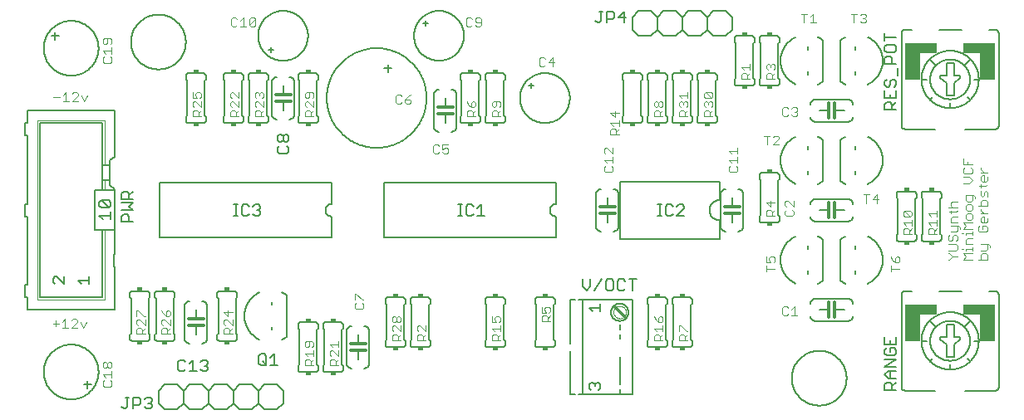
<source format=gbr>
G04 EAGLE Gerber RS-274X export*
G75*
%MOMM*%
%FSLAX34Y34*%
%LPD*%
%INSilkscreen Top*%
%IPPOS*%
%AMOC8*
5,1,8,0,0,1.08239X$1,22.5*%
G01*
%ADD10C,0.101600*%
%ADD11C,0.076200*%
%ADD12C,0.127000*%
%ADD13C,0.152400*%
%ADD14C,0.304800*%
%ADD15R,0.508000X0.381000*%
%ADD16C,0.050800*%
%ADD17R,3.175000X1.016000*%
%ADD18R,1.524000X2.667000*%


D10*
X32937Y325124D02*
X39038Y325124D01*
X42292Y326649D02*
X45343Y329700D01*
X45343Y320548D01*
X42292Y320548D02*
X48394Y320548D01*
X51648Y320548D02*
X57749Y320548D01*
X51648Y320548D02*
X57749Y326649D01*
X57749Y328175D01*
X56224Y329700D01*
X53173Y329700D01*
X51648Y328175D01*
X61003Y326649D02*
X64053Y320548D01*
X67104Y326649D01*
X38359Y93984D02*
X32258Y93984D01*
X35309Y97035D02*
X35309Y90933D01*
X41613Y95509D02*
X44664Y98560D01*
X44664Y89408D01*
X47714Y89408D02*
X41613Y89408D01*
X50968Y89408D02*
X57070Y89408D01*
X57070Y95509D02*
X50968Y89408D01*
X57070Y95509D02*
X57070Y97035D01*
X55544Y98560D01*
X52494Y98560D01*
X50968Y97035D01*
X60324Y95509D02*
X63374Y89408D01*
X66425Y95509D01*
D11*
X943983Y159131D02*
X945551Y159131D01*
X948686Y162266D01*
X945551Y165402D01*
X943983Y165402D01*
X948686Y162266D02*
X953389Y162266D01*
X951821Y168486D02*
X943983Y168486D01*
X951821Y168486D02*
X953389Y170054D01*
X953389Y173189D01*
X951821Y174757D01*
X943983Y174757D01*
X943983Y182544D02*
X945551Y184112D01*
X943983Y182544D02*
X943983Y179409D01*
X945551Y177841D01*
X947118Y177841D01*
X948686Y179409D01*
X948686Y182544D01*
X950254Y184112D01*
X951821Y184112D01*
X953389Y182544D01*
X953389Y179409D01*
X951821Y177841D01*
X951821Y187197D02*
X947118Y187197D01*
X951821Y187197D02*
X953389Y188764D01*
X953389Y193467D01*
X954957Y193467D02*
X947118Y193467D01*
X954957Y193467D02*
X956524Y191900D01*
X956524Y190332D01*
X953389Y196552D02*
X947118Y196552D01*
X947118Y201255D01*
X948686Y202822D01*
X953389Y202822D01*
X951821Y207475D02*
X945551Y207475D01*
X951821Y207475D02*
X953389Y209042D01*
X947118Y209042D02*
X947118Y205907D01*
X943983Y212144D02*
X953389Y212144D01*
X948686Y212144D02*
X947118Y213711D01*
X947118Y216847D01*
X948686Y218414D01*
X953389Y218414D01*
X959223Y159131D02*
X968629Y159131D01*
X962358Y162266D02*
X959223Y159131D01*
X962358Y162266D02*
X959223Y165402D01*
X968629Y165402D01*
X962358Y168486D02*
X962358Y170054D01*
X968629Y170054D01*
X968629Y168486D02*
X968629Y171622D01*
X959223Y170054D02*
X957655Y170054D01*
X962358Y174723D02*
X968629Y174723D01*
X962358Y174723D02*
X962358Y179426D01*
X963926Y180994D01*
X968629Y180994D01*
X962358Y184078D02*
X962358Y185646D01*
X968629Y185646D01*
X968629Y184078D02*
X968629Y187214D01*
X959223Y185646D02*
X957655Y185646D01*
X959223Y190315D02*
X968629Y190315D01*
X962358Y193450D02*
X959223Y190315D01*
X962358Y193450D02*
X959223Y196586D01*
X968629Y196586D01*
X968629Y201238D02*
X968629Y204373D01*
X967061Y205941D01*
X963926Y205941D01*
X962358Y204373D01*
X962358Y201238D01*
X963926Y199670D01*
X967061Y199670D01*
X968629Y201238D01*
X968629Y210593D02*
X968629Y213728D01*
X967061Y215296D01*
X963926Y215296D01*
X962358Y213728D01*
X962358Y210593D01*
X963926Y209025D01*
X967061Y209025D01*
X968629Y210593D01*
X971764Y221516D02*
X971764Y223084D01*
X970197Y224651D01*
X962358Y224651D01*
X962358Y219948D01*
X963926Y218381D01*
X967061Y218381D01*
X968629Y219948D01*
X968629Y224651D01*
X965494Y237091D02*
X959223Y237091D01*
X965494Y237091D02*
X968629Y240226D01*
X965494Y243362D01*
X959223Y243362D01*
X959223Y251149D02*
X960791Y252717D01*
X959223Y251149D02*
X959223Y248014D01*
X960791Y246446D01*
X967061Y246446D01*
X968629Y248014D01*
X968629Y251149D01*
X967061Y252717D01*
X968629Y255801D02*
X959223Y255801D01*
X959223Y262072D01*
X963926Y258937D02*
X963926Y255801D01*
X974463Y159131D02*
X983869Y159131D01*
X983869Y163834D01*
X982301Y165402D01*
X979166Y165402D01*
X977598Y163834D01*
X977598Y159131D01*
X977598Y168486D02*
X982301Y168486D01*
X983869Y170054D01*
X983869Y174757D01*
X985437Y174757D02*
X977598Y174757D01*
X985437Y174757D02*
X987004Y173189D01*
X987004Y171622D01*
X974463Y191900D02*
X976031Y193467D01*
X974463Y191900D02*
X974463Y188764D01*
X976031Y187197D01*
X982301Y187197D01*
X983869Y188764D01*
X983869Y191900D01*
X982301Y193467D01*
X979166Y193467D01*
X979166Y190332D01*
X983869Y198119D02*
X983869Y201255D01*
X983869Y198119D02*
X982301Y196552D01*
X979166Y196552D01*
X977598Y198119D01*
X977598Y201255D01*
X979166Y202822D01*
X980734Y202822D01*
X980734Y196552D01*
X983869Y205907D02*
X977598Y205907D01*
X977598Y209042D02*
X980734Y205907D01*
X977598Y209042D02*
X977598Y210610D01*
X974463Y213703D02*
X983869Y213703D01*
X983869Y218406D01*
X982301Y219974D01*
X979166Y219974D01*
X977598Y218406D01*
X977598Y213703D01*
X983869Y223058D02*
X983869Y227761D01*
X982301Y229329D01*
X980734Y227761D01*
X980734Y224626D01*
X979166Y223058D01*
X977598Y224626D01*
X977598Y229329D01*
X976031Y233981D02*
X982301Y233981D01*
X983869Y235549D01*
X977598Y235549D02*
X977598Y232413D01*
X983869Y240218D02*
X983869Y243353D01*
X983869Y240218D02*
X982301Y238650D01*
X979166Y238650D01*
X977598Y240218D01*
X977598Y243353D01*
X979166Y244921D01*
X980734Y244921D01*
X980734Y238650D01*
X983869Y248005D02*
X977598Y248005D01*
X980734Y248005D02*
X977598Y251141D01*
X977598Y252708D01*
D12*
X784860Y38100D02*
X784868Y38786D01*
X784894Y39471D01*
X784936Y40155D01*
X784995Y40839D01*
X785070Y41520D01*
X785162Y42200D01*
X785271Y42877D01*
X785397Y43551D01*
X785539Y44222D01*
X785697Y44889D01*
X785872Y45552D01*
X786063Y46211D01*
X786270Y46864D01*
X786493Y47513D01*
X786732Y48155D01*
X786987Y48792D01*
X787257Y49422D01*
X787543Y50046D01*
X787843Y50662D01*
X788159Y51271D01*
X788490Y51872D01*
X788835Y52464D01*
X789195Y53048D01*
X789569Y53623D01*
X789957Y54188D01*
X790358Y54744D01*
X790774Y55290D01*
X791202Y55825D01*
X791644Y56350D01*
X792098Y56863D01*
X792565Y57366D01*
X793043Y57857D01*
X793534Y58335D01*
X794037Y58802D01*
X794550Y59256D01*
X795075Y59698D01*
X795610Y60126D01*
X796156Y60542D01*
X796712Y60943D01*
X797277Y61331D01*
X797852Y61705D01*
X798436Y62065D01*
X799028Y62410D01*
X799629Y62741D01*
X800238Y63057D01*
X800854Y63357D01*
X801478Y63643D01*
X802108Y63913D01*
X802745Y64168D01*
X803387Y64407D01*
X804036Y64630D01*
X804689Y64837D01*
X805348Y65028D01*
X806011Y65203D01*
X806678Y65361D01*
X807349Y65503D01*
X808023Y65629D01*
X808700Y65738D01*
X809380Y65830D01*
X810061Y65905D01*
X810745Y65964D01*
X811429Y66006D01*
X812114Y66032D01*
X812800Y66040D01*
X813486Y66032D01*
X814171Y66006D01*
X814855Y65964D01*
X815539Y65905D01*
X816220Y65830D01*
X816900Y65738D01*
X817577Y65629D01*
X818251Y65503D01*
X818922Y65361D01*
X819589Y65203D01*
X820252Y65028D01*
X820911Y64837D01*
X821564Y64630D01*
X822213Y64407D01*
X822855Y64168D01*
X823492Y63913D01*
X824122Y63643D01*
X824746Y63357D01*
X825362Y63057D01*
X825971Y62741D01*
X826572Y62410D01*
X827164Y62065D01*
X827748Y61705D01*
X828323Y61331D01*
X828888Y60943D01*
X829444Y60542D01*
X829990Y60126D01*
X830525Y59698D01*
X831050Y59256D01*
X831563Y58802D01*
X832066Y58335D01*
X832557Y57857D01*
X833035Y57366D01*
X833502Y56863D01*
X833956Y56350D01*
X834398Y55825D01*
X834826Y55290D01*
X835242Y54744D01*
X835643Y54188D01*
X836031Y53623D01*
X836405Y53048D01*
X836765Y52464D01*
X837110Y51872D01*
X837441Y51271D01*
X837757Y50662D01*
X838057Y50046D01*
X838343Y49422D01*
X838613Y48792D01*
X838868Y48155D01*
X839107Y47513D01*
X839330Y46864D01*
X839537Y46211D01*
X839728Y45552D01*
X839903Y44889D01*
X840061Y44222D01*
X840203Y43551D01*
X840329Y42877D01*
X840438Y42200D01*
X840530Y41520D01*
X840605Y40839D01*
X840664Y40155D01*
X840706Y39471D01*
X840732Y38786D01*
X840740Y38100D01*
X840732Y37414D01*
X840706Y36729D01*
X840664Y36045D01*
X840605Y35361D01*
X840530Y34680D01*
X840438Y34000D01*
X840329Y33323D01*
X840203Y32649D01*
X840061Y31978D01*
X839903Y31311D01*
X839728Y30648D01*
X839537Y29989D01*
X839330Y29336D01*
X839107Y28687D01*
X838868Y28045D01*
X838613Y27408D01*
X838343Y26778D01*
X838057Y26154D01*
X837757Y25538D01*
X837441Y24929D01*
X837110Y24328D01*
X836765Y23736D01*
X836405Y23152D01*
X836031Y22577D01*
X835643Y22012D01*
X835242Y21456D01*
X834826Y20910D01*
X834398Y20375D01*
X833956Y19850D01*
X833502Y19337D01*
X833035Y18834D01*
X832557Y18343D01*
X832066Y17865D01*
X831563Y17398D01*
X831050Y16944D01*
X830525Y16502D01*
X829990Y16074D01*
X829444Y15658D01*
X828888Y15257D01*
X828323Y14869D01*
X827748Y14495D01*
X827164Y14135D01*
X826572Y13790D01*
X825971Y13459D01*
X825362Y13143D01*
X824746Y12843D01*
X824122Y12557D01*
X823492Y12287D01*
X822855Y12032D01*
X822213Y11793D01*
X821564Y11570D01*
X820911Y11363D01*
X820252Y11172D01*
X819589Y10997D01*
X818922Y10839D01*
X818251Y10697D01*
X817577Y10571D01*
X816900Y10462D01*
X816220Y10370D01*
X815539Y10295D01*
X814855Y10236D01*
X814171Y10194D01*
X813486Y10168D01*
X812800Y10160D01*
X812114Y10168D01*
X811429Y10194D01*
X810745Y10236D01*
X810061Y10295D01*
X809380Y10370D01*
X808700Y10462D01*
X808023Y10571D01*
X807349Y10697D01*
X806678Y10839D01*
X806011Y10997D01*
X805348Y11172D01*
X804689Y11363D01*
X804036Y11570D01*
X803387Y11793D01*
X802745Y12032D01*
X802108Y12287D01*
X801478Y12557D01*
X800854Y12843D01*
X800238Y13143D01*
X799629Y13459D01*
X799028Y13790D01*
X798436Y14135D01*
X797852Y14495D01*
X797277Y14869D01*
X796712Y15257D01*
X796156Y15658D01*
X795610Y16074D01*
X795075Y16502D01*
X794550Y16944D01*
X794037Y17398D01*
X793534Y17865D01*
X793043Y18343D01*
X792565Y18834D01*
X792098Y19337D01*
X791644Y19850D01*
X791202Y20375D01*
X790774Y20910D01*
X790358Y21456D01*
X789957Y22012D01*
X789569Y22577D01*
X789195Y23152D01*
X788835Y23736D01*
X788490Y24328D01*
X788159Y24929D01*
X787843Y25538D01*
X787543Y26154D01*
X787257Y26778D01*
X786987Y27408D01*
X786732Y28045D01*
X786493Y28687D01*
X786270Y29336D01*
X786063Y29989D01*
X785872Y30648D01*
X785697Y31311D01*
X785539Y31978D01*
X785397Y32649D01*
X785271Y33323D01*
X785162Y34000D01*
X785070Y34680D01*
X784995Y35361D01*
X784936Y36045D01*
X784894Y36729D01*
X784868Y37414D01*
X784860Y38100D01*
X111760Y381000D02*
X111768Y381686D01*
X111794Y382371D01*
X111836Y383055D01*
X111895Y383739D01*
X111970Y384420D01*
X112062Y385100D01*
X112171Y385777D01*
X112297Y386451D01*
X112439Y387122D01*
X112597Y387789D01*
X112772Y388452D01*
X112963Y389111D01*
X113170Y389764D01*
X113393Y390413D01*
X113632Y391055D01*
X113887Y391692D01*
X114157Y392322D01*
X114443Y392946D01*
X114743Y393562D01*
X115059Y394171D01*
X115390Y394772D01*
X115735Y395364D01*
X116095Y395948D01*
X116469Y396523D01*
X116857Y397088D01*
X117258Y397644D01*
X117674Y398190D01*
X118102Y398725D01*
X118544Y399250D01*
X118998Y399763D01*
X119465Y400266D01*
X119943Y400757D01*
X120434Y401235D01*
X120937Y401702D01*
X121450Y402156D01*
X121975Y402598D01*
X122510Y403026D01*
X123056Y403442D01*
X123612Y403843D01*
X124177Y404231D01*
X124752Y404605D01*
X125336Y404965D01*
X125928Y405310D01*
X126529Y405641D01*
X127138Y405957D01*
X127754Y406257D01*
X128378Y406543D01*
X129008Y406813D01*
X129645Y407068D01*
X130287Y407307D01*
X130936Y407530D01*
X131589Y407737D01*
X132248Y407928D01*
X132911Y408103D01*
X133578Y408261D01*
X134249Y408403D01*
X134923Y408529D01*
X135600Y408638D01*
X136280Y408730D01*
X136961Y408805D01*
X137645Y408864D01*
X138329Y408906D01*
X139014Y408932D01*
X139700Y408940D01*
X140386Y408932D01*
X141071Y408906D01*
X141755Y408864D01*
X142439Y408805D01*
X143120Y408730D01*
X143800Y408638D01*
X144477Y408529D01*
X145151Y408403D01*
X145822Y408261D01*
X146489Y408103D01*
X147152Y407928D01*
X147811Y407737D01*
X148464Y407530D01*
X149113Y407307D01*
X149755Y407068D01*
X150392Y406813D01*
X151022Y406543D01*
X151646Y406257D01*
X152262Y405957D01*
X152871Y405641D01*
X153472Y405310D01*
X154064Y404965D01*
X154648Y404605D01*
X155223Y404231D01*
X155788Y403843D01*
X156344Y403442D01*
X156890Y403026D01*
X157425Y402598D01*
X157950Y402156D01*
X158463Y401702D01*
X158966Y401235D01*
X159457Y400757D01*
X159935Y400266D01*
X160402Y399763D01*
X160856Y399250D01*
X161298Y398725D01*
X161726Y398190D01*
X162142Y397644D01*
X162543Y397088D01*
X162931Y396523D01*
X163305Y395948D01*
X163665Y395364D01*
X164010Y394772D01*
X164341Y394171D01*
X164657Y393562D01*
X164957Y392946D01*
X165243Y392322D01*
X165513Y391692D01*
X165768Y391055D01*
X166007Y390413D01*
X166230Y389764D01*
X166437Y389111D01*
X166628Y388452D01*
X166803Y387789D01*
X166961Y387122D01*
X167103Y386451D01*
X167229Y385777D01*
X167338Y385100D01*
X167430Y384420D01*
X167505Y383739D01*
X167564Y383055D01*
X167606Y382371D01*
X167632Y381686D01*
X167640Y381000D01*
X167632Y380314D01*
X167606Y379629D01*
X167564Y378945D01*
X167505Y378261D01*
X167430Y377580D01*
X167338Y376900D01*
X167229Y376223D01*
X167103Y375549D01*
X166961Y374878D01*
X166803Y374211D01*
X166628Y373548D01*
X166437Y372889D01*
X166230Y372236D01*
X166007Y371587D01*
X165768Y370945D01*
X165513Y370308D01*
X165243Y369678D01*
X164957Y369054D01*
X164657Y368438D01*
X164341Y367829D01*
X164010Y367228D01*
X163665Y366636D01*
X163305Y366052D01*
X162931Y365477D01*
X162543Y364912D01*
X162142Y364356D01*
X161726Y363810D01*
X161298Y363275D01*
X160856Y362750D01*
X160402Y362237D01*
X159935Y361734D01*
X159457Y361243D01*
X158966Y360765D01*
X158463Y360298D01*
X157950Y359844D01*
X157425Y359402D01*
X156890Y358974D01*
X156344Y358558D01*
X155788Y358157D01*
X155223Y357769D01*
X154648Y357395D01*
X154064Y357035D01*
X153472Y356690D01*
X152871Y356359D01*
X152262Y356043D01*
X151646Y355743D01*
X151022Y355457D01*
X150392Y355187D01*
X149755Y354932D01*
X149113Y354693D01*
X148464Y354470D01*
X147811Y354263D01*
X147152Y354072D01*
X146489Y353897D01*
X145822Y353739D01*
X145151Y353597D01*
X144477Y353471D01*
X143800Y353362D01*
X143120Y353270D01*
X142439Y353195D01*
X141755Y353136D01*
X141071Y353094D01*
X140386Y353068D01*
X139700Y353060D01*
X139014Y353068D01*
X138329Y353094D01*
X137645Y353136D01*
X136961Y353195D01*
X136280Y353270D01*
X135600Y353362D01*
X134923Y353471D01*
X134249Y353597D01*
X133578Y353739D01*
X132911Y353897D01*
X132248Y354072D01*
X131589Y354263D01*
X130936Y354470D01*
X130287Y354693D01*
X129645Y354932D01*
X129008Y355187D01*
X128378Y355457D01*
X127754Y355743D01*
X127138Y356043D01*
X126529Y356359D01*
X125928Y356690D01*
X125336Y357035D01*
X124752Y357395D01*
X124177Y357769D01*
X123612Y358157D01*
X123056Y358558D01*
X122510Y358974D01*
X121975Y359402D01*
X121450Y359844D01*
X120937Y360298D01*
X120434Y360765D01*
X119943Y361243D01*
X119465Y361734D01*
X118998Y362237D01*
X118544Y362750D01*
X118102Y363275D01*
X117674Y363810D01*
X117258Y364356D01*
X116857Y364912D01*
X116469Y365477D01*
X116095Y366052D01*
X115735Y366636D01*
X115390Y367228D01*
X115059Y367829D01*
X114743Y368438D01*
X114443Y369054D01*
X114157Y369678D01*
X113887Y370308D01*
X113632Y370945D01*
X113393Y371587D01*
X113170Y372236D01*
X112963Y372889D01*
X112772Y373548D01*
X112597Y374211D01*
X112439Y374878D01*
X112297Y375549D01*
X112171Y376223D01*
X112062Y376900D01*
X111970Y377580D01*
X111895Y378261D01*
X111836Y378945D01*
X111794Y379629D01*
X111768Y380314D01*
X111760Y381000D01*
D13*
X544830Y237490D02*
X544830Y215900D01*
X544672Y215898D01*
X544513Y215892D01*
X544355Y215882D01*
X544198Y215868D01*
X544040Y215851D01*
X543884Y215829D01*
X543727Y215804D01*
X543572Y215774D01*
X543417Y215741D01*
X543263Y215704D01*
X543110Y215663D01*
X542958Y215618D01*
X542808Y215569D01*
X542658Y215517D01*
X542510Y215461D01*
X542363Y215401D01*
X542218Y215338D01*
X542075Y215271D01*
X541933Y215201D01*
X541793Y215127D01*
X541655Y215049D01*
X541519Y214968D01*
X541385Y214884D01*
X541253Y214797D01*
X541123Y214706D01*
X540996Y214612D01*
X540871Y214515D01*
X540748Y214414D01*
X540628Y214311D01*
X540511Y214205D01*
X540396Y214096D01*
X540284Y213984D01*
X540175Y213869D01*
X540069Y213752D01*
X539966Y213632D01*
X539865Y213509D01*
X539768Y213384D01*
X539674Y213257D01*
X539583Y213127D01*
X539496Y212995D01*
X539412Y212861D01*
X539331Y212725D01*
X539253Y212587D01*
X539179Y212447D01*
X539109Y212305D01*
X539042Y212162D01*
X538979Y212017D01*
X538919Y211870D01*
X538863Y211722D01*
X538811Y211572D01*
X538762Y211422D01*
X538717Y211270D01*
X538676Y211117D01*
X538639Y210963D01*
X538606Y210808D01*
X538576Y210653D01*
X538551Y210496D01*
X538529Y210340D01*
X538512Y210182D01*
X538498Y210025D01*
X538488Y209867D01*
X538482Y209708D01*
X538480Y209550D01*
X538482Y209392D01*
X538488Y209233D01*
X538498Y209075D01*
X538512Y208918D01*
X538529Y208760D01*
X538551Y208604D01*
X538576Y208447D01*
X538606Y208292D01*
X538639Y208137D01*
X538676Y207983D01*
X538717Y207830D01*
X538762Y207678D01*
X538811Y207528D01*
X538863Y207378D01*
X538919Y207230D01*
X538979Y207083D01*
X539042Y206938D01*
X539109Y206795D01*
X539179Y206653D01*
X539253Y206513D01*
X539331Y206375D01*
X539412Y206239D01*
X539496Y206105D01*
X539583Y205973D01*
X539674Y205843D01*
X539768Y205716D01*
X539865Y205591D01*
X539966Y205468D01*
X540069Y205348D01*
X540175Y205231D01*
X540284Y205116D01*
X540396Y205004D01*
X540511Y204895D01*
X540628Y204789D01*
X540748Y204686D01*
X540871Y204585D01*
X540996Y204488D01*
X541123Y204394D01*
X541253Y204303D01*
X541385Y204216D01*
X541519Y204132D01*
X541655Y204051D01*
X541793Y203973D01*
X541933Y203899D01*
X542075Y203829D01*
X542218Y203762D01*
X542363Y203699D01*
X542510Y203639D01*
X542658Y203583D01*
X542808Y203531D01*
X542958Y203482D01*
X543110Y203437D01*
X543263Y203396D01*
X543417Y203359D01*
X543572Y203326D01*
X543727Y203296D01*
X543884Y203271D01*
X544040Y203249D01*
X544198Y203232D01*
X544355Y203218D01*
X544513Y203208D01*
X544672Y203202D01*
X544830Y203200D01*
X544830Y181610D02*
X369570Y181610D01*
X544830Y181610D02*
X544830Y203200D01*
X544830Y237490D02*
X369570Y237490D01*
X369570Y181610D01*
D12*
X445135Y203835D02*
X448948Y203835D01*
X447042Y203835D02*
X447042Y215275D01*
X448948Y215275D02*
X445135Y215275D01*
X458651Y215275D02*
X460557Y213368D01*
X458651Y215275D02*
X454838Y215275D01*
X452931Y213368D01*
X452931Y205742D01*
X454838Y203835D01*
X458651Y203835D01*
X460557Y205742D01*
X464625Y211462D02*
X468438Y215275D01*
X468438Y203835D01*
X464625Y203835D02*
X472251Y203835D01*
X816610Y341000D02*
X816610Y382900D01*
X788741Y386080D02*
X788157Y385797D01*
X787581Y385499D01*
X787012Y385188D01*
X786451Y384863D01*
X785898Y384524D01*
X785353Y384172D01*
X784817Y383807D01*
X784290Y383429D01*
X783773Y383038D01*
X783265Y382635D01*
X782767Y382219D01*
X782279Y381792D01*
X781802Y381353D01*
X781335Y380902D01*
X780880Y380440D01*
X780436Y379967D01*
X780004Y379484D01*
X779583Y378990D01*
X779175Y378486D01*
X778779Y377972D01*
X778396Y377449D01*
X778025Y376917D01*
X777668Y376375D01*
X777324Y375826D01*
X776993Y375268D01*
X776676Y374702D01*
X776373Y374129D01*
X776084Y373548D01*
X775809Y372961D01*
X775548Y372367D01*
X775302Y371767D01*
X775071Y371161D01*
X774854Y370549D01*
X774653Y369933D01*
X774466Y369312D01*
X774295Y368686D01*
X774139Y368057D01*
X773998Y367424D01*
X773872Y366787D01*
X773763Y366148D01*
X773668Y365507D01*
X773590Y364863D01*
X773527Y364217D01*
X773479Y363570D01*
X773448Y362923D01*
X773432Y362274D01*
X773432Y361626D01*
X773448Y360977D01*
X773479Y360330D01*
X773527Y359683D01*
X773590Y359037D01*
X773668Y358393D01*
X773763Y357752D01*
X773872Y357113D01*
X773998Y356476D01*
X774139Y355843D01*
X774295Y355214D01*
X774466Y354588D01*
X774653Y353967D01*
X774854Y353351D01*
X775071Y352739D01*
X775302Y352133D01*
X775548Y351533D01*
X775809Y350939D01*
X776084Y350352D01*
X776373Y349771D01*
X776676Y349198D01*
X776993Y348632D01*
X777324Y348074D01*
X777668Y347525D01*
X778025Y346983D01*
X778396Y346451D01*
X778779Y345928D01*
X779175Y345414D01*
X779583Y344910D01*
X780004Y344416D01*
X780436Y343933D01*
X780880Y343460D01*
X781335Y342998D01*
X781802Y342547D01*
X782279Y342108D01*
X782767Y341681D01*
X783265Y341265D01*
X783773Y340862D01*
X784290Y340471D01*
X784817Y340093D01*
X785353Y339728D01*
X785898Y339376D01*
X786451Y339037D01*
X787012Y338712D01*
X787581Y338401D01*
X788157Y338103D01*
X788741Y337820D01*
X811459Y337815D02*
X812005Y338080D01*
X812545Y338357D01*
X813078Y338646D01*
X813605Y338948D01*
X814125Y339261D01*
X814638Y339586D01*
X815143Y339923D01*
X815640Y340271D01*
X816129Y340630D01*
X816610Y341000D01*
X801370Y347910D02*
X801370Y350590D01*
X801370Y373310D02*
X801370Y375990D01*
X811218Y386197D02*
X811791Y385926D01*
X812357Y385641D01*
X812916Y385344D01*
X813468Y385033D01*
X814012Y384708D01*
X814548Y384372D01*
X815077Y384022D01*
X815597Y383660D01*
X816108Y383286D01*
X816610Y382900D01*
D10*
X797309Y400558D02*
X797309Y409710D01*
X800359Y409710D02*
X794258Y409710D01*
X803613Y406659D02*
X806664Y409710D01*
X806664Y400558D01*
X809714Y400558D02*
X803613Y400558D01*
D12*
X816610Y281300D02*
X816610Y239400D01*
X788741Y236220D02*
X788157Y236503D01*
X787581Y236801D01*
X787012Y237112D01*
X786451Y237437D01*
X785898Y237776D01*
X785353Y238128D01*
X784817Y238493D01*
X784290Y238871D01*
X783773Y239262D01*
X783265Y239665D01*
X782767Y240081D01*
X782279Y240508D01*
X781802Y240947D01*
X781335Y241398D01*
X780880Y241860D01*
X780436Y242333D01*
X780004Y242816D01*
X779583Y243310D01*
X779175Y243814D01*
X778779Y244328D01*
X778396Y244851D01*
X778025Y245383D01*
X777668Y245925D01*
X777324Y246474D01*
X776993Y247032D01*
X776676Y247598D01*
X776373Y248171D01*
X776084Y248752D01*
X775809Y249339D01*
X775548Y249933D01*
X775302Y250533D01*
X775071Y251139D01*
X774854Y251751D01*
X774653Y252367D01*
X774466Y252988D01*
X774295Y253614D01*
X774139Y254243D01*
X773998Y254876D01*
X773872Y255513D01*
X773763Y256152D01*
X773668Y256793D01*
X773590Y257437D01*
X773527Y258083D01*
X773479Y258730D01*
X773448Y259377D01*
X773432Y260026D01*
X773432Y260674D01*
X773448Y261323D01*
X773479Y261970D01*
X773527Y262617D01*
X773590Y263263D01*
X773668Y263907D01*
X773763Y264548D01*
X773872Y265187D01*
X773998Y265824D01*
X774139Y266457D01*
X774295Y267086D01*
X774466Y267712D01*
X774653Y268333D01*
X774854Y268949D01*
X775071Y269561D01*
X775302Y270167D01*
X775548Y270767D01*
X775809Y271361D01*
X776084Y271948D01*
X776373Y272529D01*
X776676Y273102D01*
X776993Y273668D01*
X777324Y274226D01*
X777668Y274775D01*
X778025Y275317D01*
X778396Y275849D01*
X778779Y276372D01*
X779175Y276886D01*
X779583Y277390D01*
X780004Y277884D01*
X780436Y278367D01*
X780880Y278840D01*
X781335Y279302D01*
X781802Y279753D01*
X782279Y280192D01*
X782767Y280619D01*
X783265Y281035D01*
X783773Y281438D01*
X784290Y281829D01*
X784817Y282207D01*
X785353Y282572D01*
X785898Y282924D01*
X786451Y283263D01*
X787012Y283588D01*
X787581Y283899D01*
X788157Y284197D01*
X788741Y284480D01*
X816610Y239400D02*
X816129Y239030D01*
X815640Y238671D01*
X815143Y238323D01*
X814638Y237986D01*
X814125Y237661D01*
X813605Y237348D01*
X813078Y237046D01*
X812545Y236757D01*
X812005Y236480D01*
X811459Y236215D01*
X801370Y246310D02*
X801370Y248990D01*
X801370Y271710D02*
X801370Y274390D01*
X811218Y284597D02*
X811791Y284326D01*
X812357Y284041D01*
X812916Y283744D01*
X813468Y283433D01*
X814012Y283108D01*
X814548Y282772D01*
X815077Y282422D01*
X815597Y282060D01*
X816108Y281686D01*
X816610Y281300D01*
D10*
X759548Y285250D02*
X759548Y276098D01*
X756498Y285250D02*
X762599Y285250D01*
X765853Y276098D02*
X771954Y276098D01*
X765853Y276098D02*
X771954Y282199D01*
X771954Y283725D01*
X770429Y285250D01*
X767378Y285250D01*
X765853Y283725D01*
D12*
X834390Y341000D02*
X834390Y382900D01*
X862259Y386080D02*
X862843Y385797D01*
X863419Y385499D01*
X863988Y385188D01*
X864549Y384863D01*
X865102Y384524D01*
X865647Y384172D01*
X866183Y383807D01*
X866710Y383429D01*
X867227Y383038D01*
X867735Y382635D01*
X868233Y382219D01*
X868721Y381792D01*
X869198Y381353D01*
X869665Y380902D01*
X870120Y380440D01*
X870564Y379967D01*
X870996Y379484D01*
X871417Y378990D01*
X871825Y378486D01*
X872221Y377972D01*
X872604Y377449D01*
X872975Y376917D01*
X873332Y376375D01*
X873676Y375826D01*
X874007Y375268D01*
X874324Y374702D01*
X874627Y374129D01*
X874916Y373548D01*
X875191Y372961D01*
X875452Y372367D01*
X875698Y371767D01*
X875929Y371161D01*
X876146Y370549D01*
X876347Y369933D01*
X876534Y369312D01*
X876705Y368686D01*
X876861Y368057D01*
X877002Y367424D01*
X877128Y366787D01*
X877237Y366148D01*
X877332Y365507D01*
X877410Y364863D01*
X877473Y364217D01*
X877521Y363570D01*
X877552Y362923D01*
X877568Y362274D01*
X877568Y361626D01*
X877552Y360977D01*
X877521Y360330D01*
X877473Y359683D01*
X877410Y359037D01*
X877332Y358393D01*
X877237Y357752D01*
X877128Y357113D01*
X877002Y356476D01*
X876861Y355843D01*
X876705Y355214D01*
X876534Y354588D01*
X876347Y353967D01*
X876146Y353351D01*
X875929Y352739D01*
X875698Y352133D01*
X875452Y351533D01*
X875191Y350939D01*
X874916Y350352D01*
X874627Y349771D01*
X874324Y349198D01*
X874007Y348632D01*
X873676Y348074D01*
X873332Y347525D01*
X872975Y346983D01*
X872604Y346451D01*
X872221Y345928D01*
X871825Y345414D01*
X871417Y344910D01*
X870996Y344416D01*
X870564Y343933D01*
X870120Y343460D01*
X869665Y342998D01*
X869198Y342547D01*
X868721Y342108D01*
X868233Y341681D01*
X867735Y341265D01*
X867227Y340862D01*
X866710Y340471D01*
X866183Y340093D01*
X865647Y339728D01*
X865102Y339376D01*
X864549Y339037D01*
X863988Y338712D01*
X863419Y338401D01*
X862843Y338103D01*
X862259Y337820D01*
X834390Y382900D02*
X834871Y383270D01*
X835360Y383629D01*
X835857Y383977D01*
X836362Y384314D01*
X836875Y384639D01*
X837395Y384952D01*
X837922Y385254D01*
X838455Y385543D01*
X838995Y385820D01*
X839541Y386085D01*
X849630Y375990D02*
X849630Y373310D01*
X849630Y350590D02*
X849630Y347910D01*
X839782Y337703D02*
X839209Y337974D01*
X838643Y338259D01*
X838084Y338556D01*
X837532Y338867D01*
X836988Y339192D01*
X836452Y339528D01*
X835923Y339878D01*
X835403Y340240D01*
X834892Y340614D01*
X834390Y341000D01*
D10*
X848109Y400558D02*
X848109Y409710D01*
X851159Y409710D02*
X845058Y409710D01*
X854413Y408185D02*
X855938Y409710D01*
X858989Y409710D01*
X860514Y408185D01*
X860514Y406659D01*
X858989Y405134D01*
X857464Y405134D01*
X858989Y405134D02*
X860514Y403609D01*
X860514Y402083D01*
X858989Y400558D01*
X855938Y400558D01*
X854413Y402083D01*
D12*
X834390Y281300D02*
X834390Y239400D01*
X862259Y236220D02*
X862843Y236503D01*
X863419Y236801D01*
X863988Y237112D01*
X864549Y237437D01*
X865102Y237776D01*
X865647Y238128D01*
X866183Y238493D01*
X866710Y238871D01*
X867227Y239262D01*
X867735Y239665D01*
X868233Y240081D01*
X868721Y240508D01*
X869198Y240947D01*
X869665Y241398D01*
X870120Y241860D01*
X870564Y242333D01*
X870996Y242816D01*
X871417Y243310D01*
X871825Y243814D01*
X872221Y244328D01*
X872604Y244851D01*
X872975Y245383D01*
X873332Y245925D01*
X873676Y246474D01*
X874007Y247032D01*
X874324Y247598D01*
X874627Y248171D01*
X874916Y248752D01*
X875191Y249339D01*
X875452Y249933D01*
X875698Y250533D01*
X875929Y251139D01*
X876146Y251751D01*
X876347Y252367D01*
X876534Y252988D01*
X876705Y253614D01*
X876861Y254243D01*
X877002Y254876D01*
X877128Y255513D01*
X877237Y256152D01*
X877332Y256793D01*
X877410Y257437D01*
X877473Y258083D01*
X877521Y258730D01*
X877552Y259377D01*
X877568Y260026D01*
X877568Y260674D01*
X877552Y261323D01*
X877521Y261970D01*
X877473Y262617D01*
X877410Y263263D01*
X877332Y263907D01*
X877237Y264548D01*
X877128Y265187D01*
X877002Y265824D01*
X876861Y266457D01*
X876705Y267086D01*
X876534Y267712D01*
X876347Y268333D01*
X876146Y268949D01*
X875929Y269561D01*
X875698Y270167D01*
X875452Y270767D01*
X875191Y271361D01*
X874916Y271948D01*
X874627Y272529D01*
X874324Y273102D01*
X874007Y273668D01*
X873676Y274226D01*
X873332Y274775D01*
X872975Y275317D01*
X872604Y275849D01*
X872221Y276372D01*
X871825Y276886D01*
X871417Y277390D01*
X870996Y277884D01*
X870564Y278367D01*
X870120Y278840D01*
X869665Y279302D01*
X869198Y279753D01*
X868721Y280192D01*
X868233Y280619D01*
X867735Y281035D01*
X867227Y281438D01*
X866710Y281829D01*
X866183Y282207D01*
X865647Y282572D01*
X865102Y282924D01*
X864549Y283263D01*
X863988Y283588D01*
X863419Y283899D01*
X862843Y284197D01*
X862259Y284480D01*
X839541Y284485D02*
X838995Y284220D01*
X838455Y283943D01*
X837922Y283654D01*
X837395Y283352D01*
X836875Y283039D01*
X836362Y282714D01*
X835857Y282377D01*
X835360Y282029D01*
X834871Y281670D01*
X834390Y281300D01*
X849630Y274390D02*
X849630Y271710D01*
X849630Y248990D02*
X849630Y246310D01*
X839782Y236103D02*
X839209Y236374D01*
X838643Y236659D01*
X838084Y236956D01*
X837532Y237267D01*
X836988Y237592D01*
X836452Y237928D01*
X835923Y238278D01*
X835403Y238640D01*
X834892Y239014D01*
X834390Y239400D01*
D10*
X860809Y225560D02*
X860809Y216408D01*
X863859Y225560D02*
X857758Y225560D01*
X871689Y225560D02*
X871689Y216408D01*
X867113Y220984D02*
X871689Y225560D01*
X873214Y220984D02*
X867113Y220984D01*
D12*
X816610Y179700D02*
X816610Y137800D01*
X788741Y134620D02*
X788157Y134903D01*
X787581Y135201D01*
X787012Y135512D01*
X786451Y135837D01*
X785898Y136176D01*
X785353Y136528D01*
X784817Y136893D01*
X784290Y137271D01*
X783773Y137662D01*
X783265Y138065D01*
X782767Y138481D01*
X782279Y138908D01*
X781802Y139347D01*
X781335Y139798D01*
X780880Y140260D01*
X780436Y140733D01*
X780004Y141216D01*
X779583Y141710D01*
X779175Y142214D01*
X778779Y142728D01*
X778396Y143251D01*
X778025Y143783D01*
X777668Y144325D01*
X777324Y144874D01*
X776993Y145432D01*
X776676Y145998D01*
X776373Y146571D01*
X776084Y147152D01*
X775809Y147739D01*
X775548Y148333D01*
X775302Y148933D01*
X775071Y149539D01*
X774854Y150151D01*
X774653Y150767D01*
X774466Y151388D01*
X774295Y152014D01*
X774139Y152643D01*
X773998Y153276D01*
X773872Y153913D01*
X773763Y154552D01*
X773668Y155193D01*
X773590Y155837D01*
X773527Y156483D01*
X773479Y157130D01*
X773448Y157777D01*
X773432Y158426D01*
X773432Y159074D01*
X773448Y159723D01*
X773479Y160370D01*
X773527Y161017D01*
X773590Y161663D01*
X773668Y162307D01*
X773763Y162948D01*
X773872Y163587D01*
X773998Y164224D01*
X774139Y164857D01*
X774295Y165486D01*
X774466Y166112D01*
X774653Y166733D01*
X774854Y167349D01*
X775071Y167961D01*
X775302Y168567D01*
X775548Y169167D01*
X775809Y169761D01*
X776084Y170348D01*
X776373Y170929D01*
X776676Y171502D01*
X776993Y172068D01*
X777324Y172626D01*
X777668Y173175D01*
X778025Y173717D01*
X778396Y174249D01*
X778779Y174772D01*
X779175Y175286D01*
X779583Y175790D01*
X780004Y176284D01*
X780436Y176767D01*
X780880Y177240D01*
X781335Y177702D01*
X781802Y178153D01*
X782279Y178592D01*
X782767Y179019D01*
X783265Y179435D01*
X783773Y179838D01*
X784290Y180229D01*
X784817Y180607D01*
X785353Y180972D01*
X785898Y181324D01*
X786451Y181663D01*
X787012Y181988D01*
X787581Y182299D01*
X788157Y182597D01*
X788741Y182880D01*
X816610Y137800D02*
X816129Y137430D01*
X815640Y137071D01*
X815143Y136723D01*
X814638Y136386D01*
X814125Y136061D01*
X813605Y135748D01*
X813078Y135446D01*
X812545Y135157D01*
X812005Y134880D01*
X811459Y134615D01*
X801370Y144710D02*
X801370Y147390D01*
X801370Y170110D02*
X801370Y172790D01*
X811218Y182997D02*
X811791Y182726D01*
X812357Y182441D01*
X812916Y182144D01*
X813468Y181833D01*
X814012Y181508D01*
X814548Y181172D01*
X815077Y180822D01*
X815597Y180460D01*
X816108Y180086D01*
X816610Y179700D01*
D10*
X767842Y149609D02*
X758690Y149609D01*
X758690Y152659D02*
X758690Y146558D01*
X758690Y155913D02*
X758690Y162014D01*
X758690Y155913D02*
X763266Y155913D01*
X761741Y158964D01*
X761741Y160489D01*
X763266Y162014D01*
X766317Y162014D01*
X767842Y160489D01*
X767842Y157438D01*
X766317Y155913D01*
D12*
X834390Y137800D02*
X834390Y179700D01*
X862259Y182880D02*
X862843Y182597D01*
X863419Y182299D01*
X863988Y181988D01*
X864549Y181663D01*
X865102Y181324D01*
X865647Y180972D01*
X866183Y180607D01*
X866710Y180229D01*
X867227Y179838D01*
X867735Y179435D01*
X868233Y179019D01*
X868721Y178592D01*
X869198Y178153D01*
X869665Y177702D01*
X870120Y177240D01*
X870564Y176767D01*
X870996Y176284D01*
X871417Y175790D01*
X871825Y175286D01*
X872221Y174772D01*
X872604Y174249D01*
X872975Y173717D01*
X873332Y173175D01*
X873676Y172626D01*
X874007Y172068D01*
X874324Y171502D01*
X874627Y170929D01*
X874916Y170348D01*
X875191Y169761D01*
X875452Y169167D01*
X875698Y168567D01*
X875929Y167961D01*
X876146Y167349D01*
X876347Y166733D01*
X876534Y166112D01*
X876705Y165486D01*
X876861Y164857D01*
X877002Y164224D01*
X877128Y163587D01*
X877237Y162948D01*
X877332Y162307D01*
X877410Y161663D01*
X877473Y161017D01*
X877521Y160370D01*
X877552Y159723D01*
X877568Y159074D01*
X877568Y158426D01*
X877552Y157777D01*
X877521Y157130D01*
X877473Y156483D01*
X877410Y155837D01*
X877332Y155193D01*
X877237Y154552D01*
X877128Y153913D01*
X877002Y153276D01*
X876861Y152643D01*
X876705Y152014D01*
X876534Y151388D01*
X876347Y150767D01*
X876146Y150151D01*
X875929Y149539D01*
X875698Y148933D01*
X875452Y148333D01*
X875191Y147739D01*
X874916Y147152D01*
X874627Y146571D01*
X874324Y145998D01*
X874007Y145432D01*
X873676Y144874D01*
X873332Y144325D01*
X872975Y143783D01*
X872604Y143251D01*
X872221Y142728D01*
X871825Y142214D01*
X871417Y141710D01*
X870996Y141216D01*
X870564Y140733D01*
X870120Y140260D01*
X869665Y139798D01*
X869198Y139347D01*
X868721Y138908D01*
X868233Y138481D01*
X867735Y138065D01*
X867227Y137662D01*
X866710Y137271D01*
X866183Y136893D01*
X865647Y136528D01*
X865102Y136176D01*
X864549Y135837D01*
X863988Y135512D01*
X863419Y135201D01*
X862843Y134903D01*
X862259Y134620D01*
X834390Y179700D02*
X834871Y180070D01*
X835360Y180429D01*
X835857Y180777D01*
X836362Y181114D01*
X836875Y181439D01*
X837395Y181752D01*
X837922Y182054D01*
X838455Y182343D01*
X838995Y182620D01*
X839541Y182885D01*
X849630Y172790D02*
X849630Y170110D01*
X849630Y147390D02*
X849630Y144710D01*
X839782Y134503D02*
X839209Y134774D01*
X838643Y135059D01*
X838084Y135356D01*
X837532Y135667D01*
X836988Y135992D01*
X836452Y136328D01*
X835923Y136678D01*
X835403Y137040D01*
X834892Y137414D01*
X834390Y137800D01*
D10*
X885690Y149609D02*
X894842Y149609D01*
X885690Y152659D02*
X885690Y146558D01*
X887216Y158964D02*
X885690Y162014D01*
X887216Y158964D02*
X890266Y155913D01*
X893317Y155913D01*
X894842Y157438D01*
X894842Y160489D01*
X893317Y162014D01*
X891791Y162014D01*
X890266Y160489D01*
X890266Y155913D01*
D13*
X808990Y119380D02*
X808850Y119378D01*
X808710Y119372D01*
X808570Y119363D01*
X808431Y119349D01*
X808292Y119332D01*
X808154Y119311D01*
X808016Y119286D01*
X807879Y119257D01*
X807743Y119225D01*
X807608Y119188D01*
X807474Y119148D01*
X807341Y119105D01*
X807209Y119057D01*
X807078Y119007D01*
X806949Y118952D01*
X806822Y118894D01*
X806696Y118833D01*
X806572Y118768D01*
X806450Y118699D01*
X806330Y118628D01*
X806212Y118553D01*
X806095Y118475D01*
X805981Y118393D01*
X805870Y118309D01*
X805761Y118221D01*
X805654Y118131D01*
X805549Y118037D01*
X805448Y117941D01*
X805349Y117842D01*
X805253Y117741D01*
X805159Y117636D01*
X805069Y117529D01*
X804981Y117420D01*
X804897Y117309D01*
X804815Y117195D01*
X804737Y117078D01*
X804662Y116960D01*
X804591Y116840D01*
X804522Y116718D01*
X804457Y116594D01*
X804396Y116468D01*
X804338Y116341D01*
X804283Y116212D01*
X804233Y116081D01*
X804185Y115949D01*
X804142Y115816D01*
X804102Y115682D01*
X804065Y115547D01*
X804033Y115411D01*
X804004Y115274D01*
X803979Y115136D01*
X803958Y114998D01*
X803941Y114859D01*
X803927Y114720D01*
X803918Y114580D01*
X803912Y114440D01*
X803910Y114300D01*
X803910Y101600D02*
X803912Y101460D01*
X803918Y101320D01*
X803927Y101180D01*
X803941Y101041D01*
X803958Y100902D01*
X803979Y100764D01*
X804004Y100626D01*
X804033Y100489D01*
X804065Y100353D01*
X804102Y100218D01*
X804142Y100084D01*
X804185Y99951D01*
X804233Y99819D01*
X804283Y99688D01*
X804338Y99559D01*
X804396Y99432D01*
X804457Y99306D01*
X804522Y99182D01*
X804591Y99060D01*
X804662Y98940D01*
X804737Y98822D01*
X804815Y98705D01*
X804897Y98591D01*
X804981Y98480D01*
X805069Y98371D01*
X805159Y98264D01*
X805253Y98159D01*
X805349Y98058D01*
X805448Y97959D01*
X805549Y97863D01*
X805654Y97769D01*
X805761Y97679D01*
X805870Y97591D01*
X805981Y97507D01*
X806095Y97425D01*
X806212Y97347D01*
X806330Y97272D01*
X806450Y97201D01*
X806572Y97132D01*
X806696Y97067D01*
X806822Y97006D01*
X806949Y96948D01*
X807078Y96893D01*
X807209Y96843D01*
X807341Y96795D01*
X807474Y96752D01*
X807608Y96712D01*
X807743Y96675D01*
X807879Y96643D01*
X808016Y96614D01*
X808154Y96589D01*
X808292Y96568D01*
X808431Y96551D01*
X808570Y96537D01*
X808710Y96528D01*
X808850Y96522D01*
X808990Y96520D01*
X808990Y119380D02*
X842010Y119380D01*
X842010Y96520D02*
X808990Y96520D01*
X842010Y119380D02*
X842150Y119378D01*
X842290Y119372D01*
X842430Y119363D01*
X842569Y119349D01*
X842708Y119332D01*
X842846Y119311D01*
X842984Y119286D01*
X843121Y119257D01*
X843257Y119225D01*
X843392Y119188D01*
X843526Y119148D01*
X843659Y119105D01*
X843791Y119057D01*
X843922Y119007D01*
X844051Y118952D01*
X844178Y118894D01*
X844304Y118833D01*
X844428Y118768D01*
X844550Y118699D01*
X844670Y118628D01*
X844788Y118553D01*
X844905Y118475D01*
X845019Y118393D01*
X845130Y118309D01*
X845239Y118221D01*
X845346Y118131D01*
X845451Y118037D01*
X845552Y117941D01*
X845651Y117842D01*
X845747Y117741D01*
X845841Y117636D01*
X845931Y117529D01*
X846019Y117420D01*
X846103Y117309D01*
X846185Y117195D01*
X846263Y117078D01*
X846338Y116960D01*
X846409Y116840D01*
X846478Y116718D01*
X846543Y116594D01*
X846604Y116468D01*
X846662Y116341D01*
X846717Y116212D01*
X846767Y116081D01*
X846815Y115949D01*
X846858Y115816D01*
X846898Y115682D01*
X846935Y115547D01*
X846967Y115411D01*
X846996Y115274D01*
X847021Y115136D01*
X847042Y114998D01*
X847059Y114859D01*
X847073Y114720D01*
X847082Y114580D01*
X847088Y114440D01*
X847090Y114300D01*
X847090Y101600D02*
X847088Y101460D01*
X847082Y101320D01*
X847073Y101180D01*
X847059Y101041D01*
X847042Y100902D01*
X847021Y100764D01*
X846996Y100626D01*
X846967Y100489D01*
X846935Y100353D01*
X846898Y100218D01*
X846858Y100084D01*
X846815Y99951D01*
X846767Y99819D01*
X846717Y99688D01*
X846662Y99559D01*
X846604Y99432D01*
X846543Y99306D01*
X846478Y99182D01*
X846409Y99060D01*
X846338Y98940D01*
X846263Y98822D01*
X846185Y98705D01*
X846103Y98591D01*
X846019Y98480D01*
X845931Y98371D01*
X845841Y98264D01*
X845747Y98159D01*
X845651Y98058D01*
X845552Y97959D01*
X845451Y97863D01*
X845346Y97769D01*
X845239Y97679D01*
X845130Y97591D01*
X845019Y97507D01*
X844905Y97425D01*
X844788Y97347D01*
X844670Y97272D01*
X844550Y97201D01*
X844428Y97132D01*
X844304Y97067D01*
X844178Y97006D01*
X844051Y96948D01*
X843922Y96893D01*
X843791Y96843D01*
X843659Y96795D01*
X843526Y96752D01*
X843392Y96712D01*
X843257Y96675D01*
X843121Y96643D01*
X842984Y96614D01*
X842846Y96589D01*
X842708Y96568D01*
X842569Y96551D01*
X842430Y96537D01*
X842290Y96528D01*
X842150Y96522D01*
X842010Y96520D01*
D14*
X822452Y107950D02*
X822452Y115570D01*
X822452Y107950D02*
X822452Y100330D01*
X828802Y107950D02*
X828802Y115570D01*
X828802Y107950D02*
X828802Y100330D01*
D13*
X828802Y107950D02*
X838200Y107950D01*
X822452Y107950D02*
X812800Y107950D01*
D10*
X781309Y109735D02*
X779784Y111260D01*
X776733Y111260D01*
X775208Y109735D01*
X775208Y103633D01*
X776733Y102108D01*
X779784Y102108D01*
X781309Y103633D01*
X784563Y108209D02*
X787614Y111260D01*
X787614Y102108D01*
X790664Y102108D02*
X784563Y102108D01*
D13*
X803910Y215900D02*
X803912Y216040D01*
X803918Y216180D01*
X803927Y216320D01*
X803941Y216459D01*
X803958Y216598D01*
X803979Y216736D01*
X804004Y216874D01*
X804033Y217011D01*
X804065Y217147D01*
X804102Y217282D01*
X804142Y217416D01*
X804185Y217549D01*
X804233Y217681D01*
X804283Y217812D01*
X804338Y217941D01*
X804396Y218068D01*
X804457Y218194D01*
X804522Y218318D01*
X804591Y218440D01*
X804662Y218560D01*
X804737Y218678D01*
X804815Y218795D01*
X804897Y218909D01*
X804981Y219020D01*
X805069Y219129D01*
X805159Y219236D01*
X805253Y219341D01*
X805349Y219442D01*
X805448Y219541D01*
X805549Y219637D01*
X805654Y219731D01*
X805761Y219821D01*
X805870Y219909D01*
X805981Y219993D01*
X806095Y220075D01*
X806212Y220153D01*
X806330Y220228D01*
X806450Y220299D01*
X806572Y220368D01*
X806696Y220433D01*
X806822Y220494D01*
X806949Y220552D01*
X807078Y220607D01*
X807209Y220657D01*
X807341Y220705D01*
X807474Y220748D01*
X807608Y220788D01*
X807743Y220825D01*
X807879Y220857D01*
X808016Y220886D01*
X808154Y220911D01*
X808292Y220932D01*
X808431Y220949D01*
X808570Y220963D01*
X808710Y220972D01*
X808850Y220978D01*
X808990Y220980D01*
X803910Y203200D02*
X803912Y203060D01*
X803918Y202920D01*
X803927Y202780D01*
X803941Y202641D01*
X803958Y202502D01*
X803979Y202364D01*
X804004Y202226D01*
X804033Y202089D01*
X804065Y201953D01*
X804102Y201818D01*
X804142Y201684D01*
X804185Y201551D01*
X804233Y201419D01*
X804283Y201288D01*
X804338Y201159D01*
X804396Y201032D01*
X804457Y200906D01*
X804522Y200782D01*
X804591Y200660D01*
X804662Y200540D01*
X804737Y200422D01*
X804815Y200305D01*
X804897Y200191D01*
X804981Y200080D01*
X805069Y199971D01*
X805159Y199864D01*
X805253Y199759D01*
X805349Y199658D01*
X805448Y199559D01*
X805549Y199463D01*
X805654Y199369D01*
X805761Y199279D01*
X805870Y199191D01*
X805981Y199107D01*
X806095Y199025D01*
X806212Y198947D01*
X806330Y198872D01*
X806450Y198801D01*
X806572Y198732D01*
X806696Y198667D01*
X806822Y198606D01*
X806949Y198548D01*
X807078Y198493D01*
X807209Y198443D01*
X807341Y198395D01*
X807474Y198352D01*
X807608Y198312D01*
X807743Y198275D01*
X807879Y198243D01*
X808016Y198214D01*
X808154Y198189D01*
X808292Y198168D01*
X808431Y198151D01*
X808570Y198137D01*
X808710Y198128D01*
X808850Y198122D01*
X808990Y198120D01*
X808990Y220980D02*
X842010Y220980D01*
X842010Y198120D02*
X808990Y198120D01*
X842010Y220980D02*
X842150Y220978D01*
X842290Y220972D01*
X842430Y220963D01*
X842569Y220949D01*
X842708Y220932D01*
X842846Y220911D01*
X842984Y220886D01*
X843121Y220857D01*
X843257Y220825D01*
X843392Y220788D01*
X843526Y220748D01*
X843659Y220705D01*
X843791Y220657D01*
X843922Y220607D01*
X844051Y220552D01*
X844178Y220494D01*
X844304Y220433D01*
X844428Y220368D01*
X844550Y220299D01*
X844670Y220228D01*
X844788Y220153D01*
X844905Y220075D01*
X845019Y219993D01*
X845130Y219909D01*
X845239Y219821D01*
X845346Y219731D01*
X845451Y219637D01*
X845552Y219541D01*
X845651Y219442D01*
X845747Y219341D01*
X845841Y219236D01*
X845931Y219129D01*
X846019Y219020D01*
X846103Y218909D01*
X846185Y218795D01*
X846263Y218678D01*
X846338Y218560D01*
X846409Y218440D01*
X846478Y218318D01*
X846543Y218194D01*
X846604Y218068D01*
X846662Y217941D01*
X846717Y217812D01*
X846767Y217681D01*
X846815Y217549D01*
X846858Y217416D01*
X846898Y217282D01*
X846935Y217147D01*
X846967Y217011D01*
X846996Y216874D01*
X847021Y216736D01*
X847042Y216598D01*
X847059Y216459D01*
X847073Y216320D01*
X847082Y216180D01*
X847088Y216040D01*
X847090Y215900D01*
X847090Y203200D02*
X847088Y203060D01*
X847082Y202920D01*
X847073Y202780D01*
X847059Y202641D01*
X847042Y202502D01*
X847021Y202364D01*
X846996Y202226D01*
X846967Y202089D01*
X846935Y201953D01*
X846898Y201818D01*
X846858Y201684D01*
X846815Y201551D01*
X846767Y201419D01*
X846717Y201288D01*
X846662Y201159D01*
X846604Y201032D01*
X846543Y200906D01*
X846478Y200782D01*
X846409Y200660D01*
X846338Y200540D01*
X846263Y200422D01*
X846185Y200305D01*
X846103Y200191D01*
X846019Y200080D01*
X845931Y199971D01*
X845841Y199864D01*
X845747Y199759D01*
X845651Y199658D01*
X845552Y199559D01*
X845451Y199463D01*
X845346Y199369D01*
X845239Y199279D01*
X845130Y199191D01*
X845019Y199107D01*
X844905Y199025D01*
X844788Y198947D01*
X844670Y198872D01*
X844550Y198801D01*
X844428Y198732D01*
X844304Y198667D01*
X844178Y198606D01*
X844051Y198548D01*
X843922Y198493D01*
X843791Y198443D01*
X843659Y198395D01*
X843526Y198352D01*
X843392Y198312D01*
X843257Y198275D01*
X843121Y198243D01*
X842984Y198214D01*
X842846Y198189D01*
X842708Y198168D01*
X842569Y198151D01*
X842430Y198137D01*
X842290Y198128D01*
X842150Y198122D01*
X842010Y198120D01*
D14*
X822452Y209550D02*
X822452Y217170D01*
X822452Y209550D02*
X822452Y201930D01*
X828802Y209550D02*
X828802Y217170D01*
X828802Y209550D02*
X828802Y201930D01*
D13*
X828802Y209550D02*
X838200Y209550D01*
X822452Y209550D02*
X812800Y209550D01*
D10*
X779266Y209809D02*
X777740Y208284D01*
X777740Y205233D01*
X779266Y203708D01*
X785367Y203708D01*
X786892Y205233D01*
X786892Y208284D01*
X785367Y209809D01*
X786892Y213063D02*
X786892Y219164D01*
X786892Y213063D02*
X780791Y219164D01*
X779266Y219164D01*
X777740Y217639D01*
X777740Y214588D01*
X779266Y213063D01*
D13*
X803910Y317500D02*
X803912Y317640D01*
X803918Y317780D01*
X803927Y317920D01*
X803941Y318059D01*
X803958Y318198D01*
X803979Y318336D01*
X804004Y318474D01*
X804033Y318611D01*
X804065Y318747D01*
X804102Y318882D01*
X804142Y319016D01*
X804185Y319149D01*
X804233Y319281D01*
X804283Y319412D01*
X804338Y319541D01*
X804396Y319668D01*
X804457Y319794D01*
X804522Y319918D01*
X804591Y320040D01*
X804662Y320160D01*
X804737Y320278D01*
X804815Y320395D01*
X804897Y320509D01*
X804981Y320620D01*
X805069Y320729D01*
X805159Y320836D01*
X805253Y320941D01*
X805349Y321042D01*
X805448Y321141D01*
X805549Y321237D01*
X805654Y321331D01*
X805761Y321421D01*
X805870Y321509D01*
X805981Y321593D01*
X806095Y321675D01*
X806212Y321753D01*
X806330Y321828D01*
X806450Y321899D01*
X806572Y321968D01*
X806696Y322033D01*
X806822Y322094D01*
X806949Y322152D01*
X807078Y322207D01*
X807209Y322257D01*
X807341Y322305D01*
X807474Y322348D01*
X807608Y322388D01*
X807743Y322425D01*
X807879Y322457D01*
X808016Y322486D01*
X808154Y322511D01*
X808292Y322532D01*
X808431Y322549D01*
X808570Y322563D01*
X808710Y322572D01*
X808850Y322578D01*
X808990Y322580D01*
X803910Y304800D02*
X803912Y304660D01*
X803918Y304520D01*
X803927Y304380D01*
X803941Y304241D01*
X803958Y304102D01*
X803979Y303964D01*
X804004Y303826D01*
X804033Y303689D01*
X804065Y303553D01*
X804102Y303418D01*
X804142Y303284D01*
X804185Y303151D01*
X804233Y303019D01*
X804283Y302888D01*
X804338Y302759D01*
X804396Y302632D01*
X804457Y302506D01*
X804522Y302382D01*
X804591Y302260D01*
X804662Y302140D01*
X804737Y302022D01*
X804815Y301905D01*
X804897Y301791D01*
X804981Y301680D01*
X805069Y301571D01*
X805159Y301464D01*
X805253Y301359D01*
X805349Y301258D01*
X805448Y301159D01*
X805549Y301063D01*
X805654Y300969D01*
X805761Y300879D01*
X805870Y300791D01*
X805981Y300707D01*
X806095Y300625D01*
X806212Y300547D01*
X806330Y300472D01*
X806450Y300401D01*
X806572Y300332D01*
X806696Y300267D01*
X806822Y300206D01*
X806949Y300148D01*
X807078Y300093D01*
X807209Y300043D01*
X807341Y299995D01*
X807474Y299952D01*
X807608Y299912D01*
X807743Y299875D01*
X807879Y299843D01*
X808016Y299814D01*
X808154Y299789D01*
X808292Y299768D01*
X808431Y299751D01*
X808570Y299737D01*
X808710Y299728D01*
X808850Y299722D01*
X808990Y299720D01*
X808990Y322580D02*
X842010Y322580D01*
X842010Y299720D02*
X808990Y299720D01*
X842010Y322580D02*
X842150Y322578D01*
X842290Y322572D01*
X842430Y322563D01*
X842569Y322549D01*
X842708Y322532D01*
X842846Y322511D01*
X842984Y322486D01*
X843121Y322457D01*
X843257Y322425D01*
X843392Y322388D01*
X843526Y322348D01*
X843659Y322305D01*
X843791Y322257D01*
X843922Y322207D01*
X844051Y322152D01*
X844178Y322094D01*
X844304Y322033D01*
X844428Y321968D01*
X844550Y321899D01*
X844670Y321828D01*
X844788Y321753D01*
X844905Y321675D01*
X845019Y321593D01*
X845130Y321509D01*
X845239Y321421D01*
X845346Y321331D01*
X845451Y321237D01*
X845552Y321141D01*
X845651Y321042D01*
X845747Y320941D01*
X845841Y320836D01*
X845931Y320729D01*
X846019Y320620D01*
X846103Y320509D01*
X846185Y320395D01*
X846263Y320278D01*
X846338Y320160D01*
X846409Y320040D01*
X846478Y319918D01*
X846543Y319794D01*
X846604Y319668D01*
X846662Y319541D01*
X846717Y319412D01*
X846767Y319281D01*
X846815Y319149D01*
X846858Y319016D01*
X846898Y318882D01*
X846935Y318747D01*
X846967Y318611D01*
X846996Y318474D01*
X847021Y318336D01*
X847042Y318198D01*
X847059Y318059D01*
X847073Y317920D01*
X847082Y317780D01*
X847088Y317640D01*
X847090Y317500D01*
X847090Y304800D02*
X847088Y304660D01*
X847082Y304520D01*
X847073Y304380D01*
X847059Y304241D01*
X847042Y304102D01*
X847021Y303964D01*
X846996Y303826D01*
X846967Y303689D01*
X846935Y303553D01*
X846898Y303418D01*
X846858Y303284D01*
X846815Y303151D01*
X846767Y303019D01*
X846717Y302888D01*
X846662Y302759D01*
X846604Y302632D01*
X846543Y302506D01*
X846478Y302382D01*
X846409Y302260D01*
X846338Y302140D01*
X846263Y302022D01*
X846185Y301905D01*
X846103Y301791D01*
X846019Y301680D01*
X845931Y301571D01*
X845841Y301464D01*
X845747Y301359D01*
X845651Y301258D01*
X845552Y301159D01*
X845451Y301063D01*
X845346Y300969D01*
X845239Y300879D01*
X845130Y300791D01*
X845019Y300707D01*
X844905Y300625D01*
X844788Y300547D01*
X844670Y300472D01*
X844550Y300401D01*
X844428Y300332D01*
X844304Y300267D01*
X844178Y300206D01*
X844051Y300148D01*
X843922Y300093D01*
X843791Y300043D01*
X843659Y299995D01*
X843526Y299952D01*
X843392Y299912D01*
X843257Y299875D01*
X843121Y299843D01*
X842984Y299814D01*
X842846Y299789D01*
X842708Y299768D01*
X842569Y299751D01*
X842430Y299737D01*
X842290Y299728D01*
X842150Y299722D01*
X842010Y299720D01*
D14*
X822452Y311150D02*
X822452Y318770D01*
X822452Y311150D02*
X822452Y303530D01*
X828802Y311150D02*
X828802Y318770D01*
X828802Y311150D02*
X828802Y303530D01*
D13*
X828802Y311150D02*
X838200Y311150D01*
X822452Y311150D02*
X812800Y311150D01*
D10*
X781309Y312935D02*
X779784Y314460D01*
X776733Y314460D01*
X775208Y312935D01*
X775208Y306833D01*
X776733Y305308D01*
X779784Y305308D01*
X781309Y306833D01*
X784563Y312935D02*
X786088Y314460D01*
X789139Y314460D01*
X790664Y312935D01*
X790664Y311409D01*
X789139Y309884D01*
X787614Y309884D01*
X789139Y309884D02*
X790664Y308359D01*
X790664Y306833D01*
X789139Y305308D01*
X786088Y305308D01*
X784563Y306833D01*
D13*
X519430Y336550D02*
X516890Y336550D01*
X519430Y336550D02*
X519430Y334010D01*
X519430Y336550D02*
X521970Y336550D01*
X519430Y336550D02*
X519430Y339090D01*
X508000Y323850D02*
X508008Y324473D01*
X508031Y325096D01*
X508069Y325719D01*
X508122Y326340D01*
X508191Y326959D01*
X508275Y327577D01*
X508374Y328192D01*
X508488Y328805D01*
X508617Y329415D01*
X508761Y330022D01*
X508920Y330625D01*
X509094Y331223D01*
X509282Y331818D01*
X509485Y332407D01*
X509702Y332991D01*
X509933Y333570D01*
X510179Y334143D01*
X510439Y334710D01*
X510712Y335270D01*
X510999Y335823D01*
X511300Y336370D01*
X511614Y336908D01*
X511941Y337439D01*
X512281Y337961D01*
X512633Y338476D01*
X512999Y338981D01*
X513376Y339477D01*
X513766Y339964D01*
X514167Y340441D01*
X514580Y340908D01*
X515004Y341364D01*
X515439Y341811D01*
X515886Y342246D01*
X516342Y342670D01*
X516809Y343083D01*
X517286Y343484D01*
X517773Y343874D01*
X518269Y344251D01*
X518774Y344617D01*
X519289Y344969D01*
X519811Y345309D01*
X520342Y345636D01*
X520880Y345950D01*
X521427Y346251D01*
X521980Y346538D01*
X522540Y346811D01*
X523107Y347071D01*
X523680Y347317D01*
X524259Y347548D01*
X524843Y347765D01*
X525432Y347968D01*
X526027Y348156D01*
X526625Y348330D01*
X527228Y348489D01*
X527835Y348633D01*
X528445Y348762D01*
X529058Y348876D01*
X529673Y348975D01*
X530291Y349059D01*
X530910Y349128D01*
X531531Y349181D01*
X532154Y349219D01*
X532777Y349242D01*
X533400Y349250D01*
X534023Y349242D01*
X534646Y349219D01*
X535269Y349181D01*
X535890Y349128D01*
X536509Y349059D01*
X537127Y348975D01*
X537742Y348876D01*
X538355Y348762D01*
X538965Y348633D01*
X539572Y348489D01*
X540175Y348330D01*
X540773Y348156D01*
X541368Y347968D01*
X541957Y347765D01*
X542541Y347548D01*
X543120Y347317D01*
X543693Y347071D01*
X544260Y346811D01*
X544820Y346538D01*
X545373Y346251D01*
X545920Y345950D01*
X546458Y345636D01*
X546989Y345309D01*
X547511Y344969D01*
X548026Y344617D01*
X548531Y344251D01*
X549027Y343874D01*
X549514Y343484D01*
X549991Y343083D01*
X550458Y342670D01*
X550914Y342246D01*
X551361Y341811D01*
X551796Y341364D01*
X552220Y340908D01*
X552633Y340441D01*
X553034Y339964D01*
X553424Y339477D01*
X553801Y338981D01*
X554167Y338476D01*
X554519Y337961D01*
X554859Y337439D01*
X555186Y336908D01*
X555500Y336370D01*
X555801Y335823D01*
X556088Y335270D01*
X556361Y334710D01*
X556621Y334143D01*
X556867Y333570D01*
X557098Y332991D01*
X557315Y332407D01*
X557518Y331818D01*
X557706Y331223D01*
X557880Y330625D01*
X558039Y330022D01*
X558183Y329415D01*
X558312Y328805D01*
X558426Y328192D01*
X558525Y327577D01*
X558609Y326959D01*
X558678Y326340D01*
X558731Y325719D01*
X558769Y325096D01*
X558792Y324473D01*
X558800Y323850D01*
X558792Y323227D01*
X558769Y322604D01*
X558731Y321981D01*
X558678Y321360D01*
X558609Y320741D01*
X558525Y320123D01*
X558426Y319508D01*
X558312Y318895D01*
X558183Y318285D01*
X558039Y317678D01*
X557880Y317075D01*
X557706Y316477D01*
X557518Y315882D01*
X557315Y315293D01*
X557098Y314709D01*
X556867Y314130D01*
X556621Y313557D01*
X556361Y312990D01*
X556088Y312430D01*
X555801Y311877D01*
X555500Y311330D01*
X555186Y310792D01*
X554859Y310261D01*
X554519Y309739D01*
X554167Y309224D01*
X553801Y308719D01*
X553424Y308223D01*
X553034Y307736D01*
X552633Y307259D01*
X552220Y306792D01*
X551796Y306336D01*
X551361Y305889D01*
X550914Y305454D01*
X550458Y305030D01*
X549991Y304617D01*
X549514Y304216D01*
X549027Y303826D01*
X548531Y303449D01*
X548026Y303083D01*
X547511Y302731D01*
X546989Y302391D01*
X546458Y302064D01*
X545920Y301750D01*
X545373Y301449D01*
X544820Y301162D01*
X544260Y300889D01*
X543693Y300629D01*
X543120Y300383D01*
X542541Y300152D01*
X541957Y299935D01*
X541368Y299732D01*
X540773Y299544D01*
X540175Y299370D01*
X539572Y299211D01*
X538965Y299067D01*
X538355Y298938D01*
X537742Y298824D01*
X537127Y298725D01*
X536509Y298641D01*
X535890Y298572D01*
X535269Y298519D01*
X534646Y298481D01*
X534023Y298458D01*
X533400Y298450D01*
X532777Y298458D01*
X532154Y298481D01*
X531531Y298519D01*
X530910Y298572D01*
X530291Y298641D01*
X529673Y298725D01*
X529058Y298824D01*
X528445Y298938D01*
X527835Y299067D01*
X527228Y299211D01*
X526625Y299370D01*
X526027Y299544D01*
X525432Y299732D01*
X524843Y299935D01*
X524259Y300152D01*
X523680Y300383D01*
X523107Y300629D01*
X522540Y300889D01*
X521980Y301162D01*
X521427Y301449D01*
X520880Y301750D01*
X520342Y302064D01*
X519811Y302391D01*
X519289Y302731D01*
X518774Y303083D01*
X518269Y303449D01*
X517773Y303826D01*
X517286Y304216D01*
X516809Y304617D01*
X516342Y305030D01*
X515886Y305454D01*
X515439Y305889D01*
X515004Y306336D01*
X514580Y306792D01*
X514167Y307259D01*
X513766Y307736D01*
X513376Y308223D01*
X512999Y308719D01*
X512633Y309224D01*
X512281Y309739D01*
X511941Y310261D01*
X511614Y310792D01*
X511300Y311330D01*
X510999Y311877D01*
X510712Y312430D01*
X510439Y312990D01*
X510179Y313557D01*
X509933Y314130D01*
X509702Y314709D01*
X509485Y315293D01*
X509282Y315882D01*
X509094Y316477D01*
X508920Y317075D01*
X508761Y317678D01*
X508617Y318285D01*
X508488Y318895D01*
X508374Y319508D01*
X508275Y320123D01*
X508191Y320741D01*
X508122Y321360D01*
X508069Y321981D01*
X508031Y322604D01*
X508008Y323227D01*
X508000Y323850D01*
D10*
X533659Y363735D02*
X532134Y365260D01*
X529083Y365260D01*
X527558Y363735D01*
X527558Y357633D01*
X529083Y356108D01*
X532134Y356108D01*
X533659Y357633D01*
X541489Y356108D02*
X541489Y365260D01*
X536913Y360684D01*
X543014Y360684D01*
D13*
X396240Y72390D02*
X396242Y72290D01*
X396248Y72191D01*
X396258Y72091D01*
X396271Y71993D01*
X396289Y71894D01*
X396310Y71797D01*
X396335Y71701D01*
X396364Y71605D01*
X396397Y71511D01*
X396433Y71418D01*
X396473Y71327D01*
X396517Y71237D01*
X396564Y71149D01*
X396614Y71063D01*
X396668Y70979D01*
X396725Y70897D01*
X396785Y70818D01*
X396849Y70740D01*
X396915Y70666D01*
X396984Y70594D01*
X397056Y70525D01*
X397130Y70459D01*
X397208Y70395D01*
X397287Y70335D01*
X397369Y70278D01*
X397453Y70224D01*
X397539Y70174D01*
X397627Y70127D01*
X397717Y70083D01*
X397808Y70043D01*
X397901Y70007D01*
X397995Y69974D01*
X398091Y69945D01*
X398187Y69920D01*
X398284Y69899D01*
X398383Y69881D01*
X398481Y69868D01*
X398581Y69858D01*
X398680Y69852D01*
X398780Y69850D01*
X414020Y69850D02*
X414120Y69852D01*
X414219Y69858D01*
X414319Y69868D01*
X414417Y69881D01*
X414516Y69899D01*
X414613Y69920D01*
X414709Y69945D01*
X414805Y69974D01*
X414899Y70007D01*
X414992Y70043D01*
X415083Y70083D01*
X415173Y70127D01*
X415261Y70174D01*
X415347Y70224D01*
X415431Y70278D01*
X415513Y70335D01*
X415592Y70395D01*
X415670Y70459D01*
X415744Y70525D01*
X415816Y70594D01*
X415885Y70666D01*
X415951Y70740D01*
X416015Y70818D01*
X416075Y70897D01*
X416132Y70979D01*
X416186Y71063D01*
X416236Y71149D01*
X416283Y71237D01*
X416327Y71327D01*
X416367Y71418D01*
X416403Y71511D01*
X416436Y71605D01*
X416465Y71701D01*
X416490Y71797D01*
X416511Y71894D01*
X416529Y71993D01*
X416542Y72091D01*
X416552Y72191D01*
X416558Y72290D01*
X416560Y72390D01*
X416560Y118110D02*
X416558Y118210D01*
X416552Y118309D01*
X416542Y118409D01*
X416529Y118507D01*
X416511Y118606D01*
X416490Y118703D01*
X416465Y118799D01*
X416436Y118895D01*
X416403Y118989D01*
X416367Y119082D01*
X416327Y119173D01*
X416283Y119263D01*
X416236Y119351D01*
X416186Y119437D01*
X416132Y119521D01*
X416075Y119603D01*
X416015Y119682D01*
X415951Y119760D01*
X415885Y119834D01*
X415816Y119906D01*
X415744Y119975D01*
X415670Y120041D01*
X415592Y120105D01*
X415513Y120165D01*
X415431Y120222D01*
X415347Y120276D01*
X415261Y120326D01*
X415173Y120373D01*
X415083Y120417D01*
X414992Y120457D01*
X414899Y120493D01*
X414805Y120526D01*
X414709Y120555D01*
X414613Y120580D01*
X414516Y120601D01*
X414417Y120619D01*
X414319Y120632D01*
X414219Y120642D01*
X414120Y120648D01*
X414020Y120650D01*
X398780Y120650D02*
X398680Y120648D01*
X398581Y120642D01*
X398481Y120632D01*
X398383Y120619D01*
X398284Y120601D01*
X398187Y120580D01*
X398091Y120555D01*
X397995Y120526D01*
X397901Y120493D01*
X397808Y120457D01*
X397717Y120417D01*
X397627Y120373D01*
X397539Y120326D01*
X397453Y120276D01*
X397369Y120222D01*
X397287Y120165D01*
X397208Y120105D01*
X397130Y120041D01*
X397056Y119975D01*
X396984Y119906D01*
X396915Y119834D01*
X396849Y119760D01*
X396785Y119682D01*
X396725Y119603D01*
X396668Y119521D01*
X396614Y119437D01*
X396564Y119351D01*
X396517Y119263D01*
X396473Y119173D01*
X396433Y119082D01*
X396397Y118989D01*
X396364Y118895D01*
X396335Y118799D01*
X396310Y118703D01*
X396289Y118606D01*
X396271Y118507D01*
X396258Y118409D01*
X396248Y118309D01*
X396242Y118210D01*
X396240Y118110D01*
X398780Y69850D02*
X414020Y69850D01*
X396240Y72390D02*
X396240Y76200D01*
X397510Y77470D01*
X416560Y76200D02*
X416560Y72390D01*
X416560Y76200D02*
X415290Y77470D01*
X397510Y113030D02*
X396240Y114300D01*
X397510Y113030D02*
X397510Y77470D01*
X415290Y113030D02*
X416560Y114300D01*
X415290Y113030D02*
X415290Y77470D01*
X396240Y114300D02*
X396240Y118110D01*
X416560Y118110D02*
X416560Y114300D01*
X414020Y120650D02*
X398780Y120650D01*
D15*
X406400Y122555D03*
X406400Y67945D03*
D10*
X403090Y76708D02*
X411988Y76708D01*
X403090Y76708D02*
X403090Y81157D01*
X404573Y82640D01*
X407539Y82640D01*
X409022Y81157D01*
X409022Y76708D01*
X409022Y79674D02*
X411988Y82640D01*
X411988Y85829D02*
X411988Y91761D01*
X411988Y85829D02*
X406056Y91761D01*
X404573Y91761D01*
X403090Y90278D01*
X403090Y87312D01*
X404573Y85829D01*
D13*
X744220Y387350D02*
X744320Y387348D01*
X744419Y387342D01*
X744519Y387332D01*
X744617Y387319D01*
X744716Y387301D01*
X744813Y387280D01*
X744909Y387255D01*
X745005Y387226D01*
X745099Y387193D01*
X745192Y387157D01*
X745283Y387117D01*
X745373Y387073D01*
X745461Y387026D01*
X745547Y386976D01*
X745631Y386922D01*
X745713Y386865D01*
X745792Y386805D01*
X745870Y386741D01*
X745944Y386675D01*
X746016Y386606D01*
X746085Y386534D01*
X746151Y386460D01*
X746215Y386382D01*
X746275Y386303D01*
X746332Y386221D01*
X746386Y386137D01*
X746436Y386051D01*
X746483Y385963D01*
X746527Y385873D01*
X746567Y385782D01*
X746603Y385689D01*
X746636Y385595D01*
X746665Y385499D01*
X746690Y385403D01*
X746711Y385306D01*
X746729Y385207D01*
X746742Y385109D01*
X746752Y385009D01*
X746758Y384910D01*
X746760Y384810D01*
X728980Y387350D02*
X728880Y387348D01*
X728781Y387342D01*
X728681Y387332D01*
X728583Y387319D01*
X728484Y387301D01*
X728387Y387280D01*
X728291Y387255D01*
X728195Y387226D01*
X728101Y387193D01*
X728008Y387157D01*
X727917Y387117D01*
X727827Y387073D01*
X727739Y387026D01*
X727653Y386976D01*
X727569Y386922D01*
X727487Y386865D01*
X727408Y386805D01*
X727330Y386741D01*
X727256Y386675D01*
X727184Y386606D01*
X727115Y386534D01*
X727049Y386460D01*
X726985Y386382D01*
X726925Y386303D01*
X726868Y386221D01*
X726814Y386137D01*
X726764Y386051D01*
X726717Y385963D01*
X726673Y385873D01*
X726633Y385782D01*
X726597Y385689D01*
X726564Y385595D01*
X726535Y385499D01*
X726510Y385403D01*
X726489Y385306D01*
X726471Y385207D01*
X726458Y385109D01*
X726448Y385009D01*
X726442Y384910D01*
X726440Y384810D01*
X726440Y339090D02*
X726442Y338990D01*
X726448Y338891D01*
X726458Y338791D01*
X726471Y338693D01*
X726489Y338594D01*
X726510Y338497D01*
X726535Y338401D01*
X726564Y338305D01*
X726597Y338211D01*
X726633Y338118D01*
X726673Y338027D01*
X726717Y337937D01*
X726764Y337849D01*
X726814Y337763D01*
X726868Y337679D01*
X726925Y337597D01*
X726985Y337518D01*
X727049Y337440D01*
X727115Y337366D01*
X727184Y337294D01*
X727256Y337225D01*
X727330Y337159D01*
X727408Y337095D01*
X727487Y337035D01*
X727569Y336978D01*
X727653Y336924D01*
X727739Y336874D01*
X727827Y336827D01*
X727917Y336783D01*
X728008Y336743D01*
X728101Y336707D01*
X728195Y336674D01*
X728291Y336645D01*
X728387Y336620D01*
X728484Y336599D01*
X728583Y336581D01*
X728681Y336568D01*
X728781Y336558D01*
X728880Y336552D01*
X728980Y336550D01*
X744220Y336550D02*
X744320Y336552D01*
X744419Y336558D01*
X744519Y336568D01*
X744617Y336581D01*
X744716Y336599D01*
X744813Y336620D01*
X744909Y336645D01*
X745005Y336674D01*
X745099Y336707D01*
X745192Y336743D01*
X745283Y336783D01*
X745373Y336827D01*
X745461Y336874D01*
X745547Y336924D01*
X745631Y336978D01*
X745713Y337035D01*
X745792Y337095D01*
X745870Y337159D01*
X745944Y337225D01*
X746016Y337294D01*
X746085Y337366D01*
X746151Y337440D01*
X746215Y337518D01*
X746275Y337597D01*
X746332Y337679D01*
X746386Y337763D01*
X746436Y337849D01*
X746483Y337937D01*
X746527Y338027D01*
X746567Y338118D01*
X746603Y338211D01*
X746636Y338305D01*
X746665Y338401D01*
X746690Y338497D01*
X746711Y338594D01*
X746729Y338693D01*
X746742Y338791D01*
X746752Y338891D01*
X746758Y338990D01*
X746760Y339090D01*
X744220Y387350D02*
X728980Y387350D01*
X746760Y384810D02*
X746760Y381000D01*
X745490Y379730D01*
X726440Y381000D02*
X726440Y384810D01*
X726440Y381000D02*
X727710Y379730D01*
X745490Y344170D02*
X746760Y342900D01*
X745490Y344170D02*
X745490Y379730D01*
X727710Y344170D02*
X726440Y342900D01*
X727710Y344170D02*
X727710Y379730D01*
X746760Y342900D02*
X746760Y339090D01*
X726440Y339090D02*
X726440Y342900D01*
X728980Y336550D02*
X744220Y336550D01*
D15*
X736600Y334645D03*
X736600Y389255D03*
D10*
X733544Y343408D02*
X742442Y343408D01*
X733544Y343408D02*
X733544Y347857D01*
X735027Y349340D01*
X737993Y349340D01*
X739476Y347857D01*
X739476Y343408D01*
X739476Y346374D02*
X742442Y349340D01*
X736510Y352529D02*
X733544Y355495D01*
X742442Y355495D01*
X742442Y352529D02*
X742442Y358461D01*
D13*
X751840Y339090D02*
X751842Y338990D01*
X751848Y338891D01*
X751858Y338791D01*
X751871Y338693D01*
X751889Y338594D01*
X751910Y338497D01*
X751935Y338401D01*
X751964Y338305D01*
X751997Y338211D01*
X752033Y338118D01*
X752073Y338027D01*
X752117Y337937D01*
X752164Y337849D01*
X752214Y337763D01*
X752268Y337679D01*
X752325Y337597D01*
X752385Y337518D01*
X752449Y337440D01*
X752515Y337366D01*
X752584Y337294D01*
X752656Y337225D01*
X752730Y337159D01*
X752808Y337095D01*
X752887Y337035D01*
X752969Y336978D01*
X753053Y336924D01*
X753139Y336874D01*
X753227Y336827D01*
X753317Y336783D01*
X753408Y336743D01*
X753501Y336707D01*
X753595Y336674D01*
X753691Y336645D01*
X753787Y336620D01*
X753884Y336599D01*
X753983Y336581D01*
X754081Y336568D01*
X754181Y336558D01*
X754280Y336552D01*
X754380Y336550D01*
X769620Y336550D02*
X769720Y336552D01*
X769819Y336558D01*
X769919Y336568D01*
X770017Y336581D01*
X770116Y336599D01*
X770213Y336620D01*
X770309Y336645D01*
X770405Y336674D01*
X770499Y336707D01*
X770592Y336743D01*
X770683Y336783D01*
X770773Y336827D01*
X770861Y336874D01*
X770947Y336924D01*
X771031Y336978D01*
X771113Y337035D01*
X771192Y337095D01*
X771270Y337159D01*
X771344Y337225D01*
X771416Y337294D01*
X771485Y337366D01*
X771551Y337440D01*
X771615Y337518D01*
X771675Y337597D01*
X771732Y337679D01*
X771786Y337763D01*
X771836Y337849D01*
X771883Y337937D01*
X771927Y338027D01*
X771967Y338118D01*
X772003Y338211D01*
X772036Y338305D01*
X772065Y338401D01*
X772090Y338497D01*
X772111Y338594D01*
X772129Y338693D01*
X772142Y338791D01*
X772152Y338891D01*
X772158Y338990D01*
X772160Y339090D01*
X772160Y384810D02*
X772158Y384910D01*
X772152Y385009D01*
X772142Y385109D01*
X772129Y385207D01*
X772111Y385306D01*
X772090Y385403D01*
X772065Y385499D01*
X772036Y385595D01*
X772003Y385689D01*
X771967Y385782D01*
X771927Y385873D01*
X771883Y385963D01*
X771836Y386051D01*
X771786Y386137D01*
X771732Y386221D01*
X771675Y386303D01*
X771615Y386382D01*
X771551Y386460D01*
X771485Y386534D01*
X771416Y386606D01*
X771344Y386675D01*
X771270Y386741D01*
X771192Y386805D01*
X771113Y386865D01*
X771031Y386922D01*
X770947Y386976D01*
X770861Y387026D01*
X770773Y387073D01*
X770683Y387117D01*
X770592Y387157D01*
X770499Y387193D01*
X770405Y387226D01*
X770309Y387255D01*
X770213Y387280D01*
X770116Y387301D01*
X770017Y387319D01*
X769919Y387332D01*
X769819Y387342D01*
X769720Y387348D01*
X769620Y387350D01*
X754380Y387350D02*
X754280Y387348D01*
X754181Y387342D01*
X754081Y387332D01*
X753983Y387319D01*
X753884Y387301D01*
X753787Y387280D01*
X753691Y387255D01*
X753595Y387226D01*
X753501Y387193D01*
X753408Y387157D01*
X753317Y387117D01*
X753227Y387073D01*
X753139Y387026D01*
X753053Y386976D01*
X752969Y386922D01*
X752887Y386865D01*
X752808Y386805D01*
X752730Y386741D01*
X752656Y386675D01*
X752584Y386606D01*
X752515Y386534D01*
X752449Y386460D01*
X752385Y386382D01*
X752325Y386303D01*
X752268Y386221D01*
X752214Y386137D01*
X752164Y386051D01*
X752117Y385963D01*
X752073Y385873D01*
X752033Y385782D01*
X751997Y385689D01*
X751964Y385595D01*
X751935Y385499D01*
X751910Y385403D01*
X751889Y385306D01*
X751871Y385207D01*
X751858Y385109D01*
X751848Y385009D01*
X751842Y384910D01*
X751840Y384810D01*
X754380Y336550D02*
X769620Y336550D01*
X751840Y339090D02*
X751840Y342900D01*
X753110Y344170D01*
X772160Y342900D02*
X772160Y339090D01*
X772160Y342900D02*
X770890Y344170D01*
X753110Y379730D02*
X751840Y381000D01*
X753110Y379730D02*
X753110Y344170D01*
X770890Y379730D02*
X772160Y381000D01*
X770890Y379730D02*
X770890Y344170D01*
X751840Y381000D02*
X751840Y384810D01*
X772160Y384810D02*
X772160Y381000D01*
X769620Y387350D02*
X754380Y387350D01*
D15*
X762000Y389255D03*
X762000Y334645D03*
D10*
X758944Y343408D02*
X767842Y343408D01*
X758944Y343408D02*
X758944Y347857D01*
X760427Y349340D01*
X763393Y349340D01*
X764876Y347857D01*
X764876Y343408D01*
X764876Y346374D02*
X767842Y349340D01*
X760427Y352529D02*
X758944Y354012D01*
X758944Y356978D01*
X760427Y358461D01*
X761910Y358461D01*
X763393Y356978D01*
X763393Y355495D01*
X763393Y356978D02*
X764876Y358461D01*
X766359Y358461D01*
X767842Y356978D01*
X767842Y354012D01*
X766359Y352529D01*
D13*
X751840Y199390D02*
X751842Y199290D01*
X751848Y199191D01*
X751858Y199091D01*
X751871Y198993D01*
X751889Y198894D01*
X751910Y198797D01*
X751935Y198701D01*
X751964Y198605D01*
X751997Y198511D01*
X752033Y198418D01*
X752073Y198327D01*
X752117Y198237D01*
X752164Y198149D01*
X752214Y198063D01*
X752268Y197979D01*
X752325Y197897D01*
X752385Y197818D01*
X752449Y197740D01*
X752515Y197666D01*
X752584Y197594D01*
X752656Y197525D01*
X752730Y197459D01*
X752808Y197395D01*
X752887Y197335D01*
X752969Y197278D01*
X753053Y197224D01*
X753139Y197174D01*
X753227Y197127D01*
X753317Y197083D01*
X753408Y197043D01*
X753501Y197007D01*
X753595Y196974D01*
X753691Y196945D01*
X753787Y196920D01*
X753884Y196899D01*
X753983Y196881D01*
X754081Y196868D01*
X754181Y196858D01*
X754280Y196852D01*
X754380Y196850D01*
X769620Y196850D02*
X769720Y196852D01*
X769819Y196858D01*
X769919Y196868D01*
X770017Y196881D01*
X770116Y196899D01*
X770213Y196920D01*
X770309Y196945D01*
X770405Y196974D01*
X770499Y197007D01*
X770592Y197043D01*
X770683Y197083D01*
X770773Y197127D01*
X770861Y197174D01*
X770947Y197224D01*
X771031Y197278D01*
X771113Y197335D01*
X771192Y197395D01*
X771270Y197459D01*
X771344Y197525D01*
X771416Y197594D01*
X771485Y197666D01*
X771551Y197740D01*
X771615Y197818D01*
X771675Y197897D01*
X771732Y197979D01*
X771786Y198063D01*
X771836Y198149D01*
X771883Y198237D01*
X771927Y198327D01*
X771967Y198418D01*
X772003Y198511D01*
X772036Y198605D01*
X772065Y198701D01*
X772090Y198797D01*
X772111Y198894D01*
X772129Y198993D01*
X772142Y199091D01*
X772152Y199191D01*
X772158Y199290D01*
X772160Y199390D01*
X772160Y245110D02*
X772158Y245210D01*
X772152Y245309D01*
X772142Y245409D01*
X772129Y245507D01*
X772111Y245606D01*
X772090Y245703D01*
X772065Y245799D01*
X772036Y245895D01*
X772003Y245989D01*
X771967Y246082D01*
X771927Y246173D01*
X771883Y246263D01*
X771836Y246351D01*
X771786Y246437D01*
X771732Y246521D01*
X771675Y246603D01*
X771615Y246682D01*
X771551Y246760D01*
X771485Y246834D01*
X771416Y246906D01*
X771344Y246975D01*
X771270Y247041D01*
X771192Y247105D01*
X771113Y247165D01*
X771031Y247222D01*
X770947Y247276D01*
X770861Y247326D01*
X770773Y247373D01*
X770683Y247417D01*
X770592Y247457D01*
X770499Y247493D01*
X770405Y247526D01*
X770309Y247555D01*
X770213Y247580D01*
X770116Y247601D01*
X770017Y247619D01*
X769919Y247632D01*
X769819Y247642D01*
X769720Y247648D01*
X769620Y247650D01*
X754380Y247650D02*
X754280Y247648D01*
X754181Y247642D01*
X754081Y247632D01*
X753983Y247619D01*
X753884Y247601D01*
X753787Y247580D01*
X753691Y247555D01*
X753595Y247526D01*
X753501Y247493D01*
X753408Y247457D01*
X753317Y247417D01*
X753227Y247373D01*
X753139Y247326D01*
X753053Y247276D01*
X752969Y247222D01*
X752887Y247165D01*
X752808Y247105D01*
X752730Y247041D01*
X752656Y246975D01*
X752584Y246906D01*
X752515Y246834D01*
X752449Y246760D01*
X752385Y246682D01*
X752325Y246603D01*
X752268Y246521D01*
X752214Y246437D01*
X752164Y246351D01*
X752117Y246263D01*
X752073Y246173D01*
X752033Y246082D01*
X751997Y245989D01*
X751964Y245895D01*
X751935Y245799D01*
X751910Y245703D01*
X751889Y245606D01*
X751871Y245507D01*
X751858Y245409D01*
X751848Y245309D01*
X751842Y245210D01*
X751840Y245110D01*
X754380Y196850D02*
X769620Y196850D01*
X751840Y199390D02*
X751840Y203200D01*
X753110Y204470D01*
X772160Y203200D02*
X772160Y199390D01*
X772160Y203200D02*
X770890Y204470D01*
X753110Y240030D02*
X751840Y241300D01*
X753110Y240030D02*
X753110Y204470D01*
X770890Y240030D02*
X772160Y241300D01*
X770890Y240030D02*
X770890Y204470D01*
X751840Y241300D02*
X751840Y245110D01*
X772160Y245110D02*
X772160Y241300D01*
X769620Y247650D02*
X754380Y247650D01*
D15*
X762000Y249555D03*
X762000Y194945D03*
D10*
X758690Y203708D02*
X767588Y203708D01*
X758690Y203708D02*
X758690Y208157D01*
X760173Y209640D01*
X763139Y209640D01*
X764622Y208157D01*
X764622Y203708D01*
X764622Y206674D02*
X767588Y209640D01*
X767588Y217278D02*
X758690Y217278D01*
X763139Y212829D01*
X763139Y218761D01*
D13*
X543560Y118110D02*
X543558Y118210D01*
X543552Y118309D01*
X543542Y118409D01*
X543529Y118507D01*
X543511Y118606D01*
X543490Y118703D01*
X543465Y118799D01*
X543436Y118895D01*
X543403Y118989D01*
X543367Y119082D01*
X543327Y119173D01*
X543283Y119263D01*
X543236Y119351D01*
X543186Y119437D01*
X543132Y119521D01*
X543075Y119603D01*
X543015Y119682D01*
X542951Y119760D01*
X542885Y119834D01*
X542816Y119906D01*
X542744Y119975D01*
X542670Y120041D01*
X542592Y120105D01*
X542513Y120165D01*
X542431Y120222D01*
X542347Y120276D01*
X542261Y120326D01*
X542173Y120373D01*
X542083Y120417D01*
X541992Y120457D01*
X541899Y120493D01*
X541805Y120526D01*
X541709Y120555D01*
X541613Y120580D01*
X541516Y120601D01*
X541417Y120619D01*
X541319Y120632D01*
X541219Y120642D01*
X541120Y120648D01*
X541020Y120650D01*
X525780Y120650D02*
X525680Y120648D01*
X525581Y120642D01*
X525481Y120632D01*
X525383Y120619D01*
X525284Y120601D01*
X525187Y120580D01*
X525091Y120555D01*
X524995Y120526D01*
X524901Y120493D01*
X524808Y120457D01*
X524717Y120417D01*
X524627Y120373D01*
X524539Y120326D01*
X524453Y120276D01*
X524369Y120222D01*
X524287Y120165D01*
X524208Y120105D01*
X524130Y120041D01*
X524056Y119975D01*
X523984Y119906D01*
X523915Y119834D01*
X523849Y119760D01*
X523785Y119682D01*
X523725Y119603D01*
X523668Y119521D01*
X523614Y119437D01*
X523564Y119351D01*
X523517Y119263D01*
X523473Y119173D01*
X523433Y119082D01*
X523397Y118989D01*
X523364Y118895D01*
X523335Y118799D01*
X523310Y118703D01*
X523289Y118606D01*
X523271Y118507D01*
X523258Y118409D01*
X523248Y118309D01*
X523242Y118210D01*
X523240Y118110D01*
X523240Y72390D02*
X523242Y72290D01*
X523248Y72191D01*
X523258Y72091D01*
X523271Y71993D01*
X523289Y71894D01*
X523310Y71797D01*
X523335Y71701D01*
X523364Y71605D01*
X523397Y71511D01*
X523433Y71418D01*
X523473Y71327D01*
X523517Y71237D01*
X523564Y71149D01*
X523614Y71063D01*
X523668Y70979D01*
X523725Y70897D01*
X523785Y70818D01*
X523849Y70740D01*
X523915Y70666D01*
X523984Y70594D01*
X524056Y70525D01*
X524130Y70459D01*
X524208Y70395D01*
X524287Y70335D01*
X524369Y70278D01*
X524453Y70224D01*
X524539Y70174D01*
X524627Y70127D01*
X524717Y70083D01*
X524808Y70043D01*
X524901Y70007D01*
X524995Y69974D01*
X525091Y69945D01*
X525187Y69920D01*
X525284Y69899D01*
X525383Y69881D01*
X525481Y69868D01*
X525581Y69858D01*
X525680Y69852D01*
X525780Y69850D01*
X541020Y69850D02*
X541120Y69852D01*
X541219Y69858D01*
X541319Y69868D01*
X541417Y69881D01*
X541516Y69899D01*
X541613Y69920D01*
X541709Y69945D01*
X541805Y69974D01*
X541899Y70007D01*
X541992Y70043D01*
X542083Y70083D01*
X542173Y70127D01*
X542261Y70174D01*
X542347Y70224D01*
X542431Y70278D01*
X542513Y70335D01*
X542592Y70395D01*
X542670Y70459D01*
X542744Y70525D01*
X542816Y70594D01*
X542885Y70666D01*
X542951Y70740D01*
X543015Y70818D01*
X543075Y70897D01*
X543132Y70979D01*
X543186Y71063D01*
X543236Y71149D01*
X543283Y71237D01*
X543327Y71327D01*
X543367Y71418D01*
X543403Y71511D01*
X543436Y71605D01*
X543465Y71701D01*
X543490Y71797D01*
X543511Y71894D01*
X543529Y71993D01*
X543542Y72091D01*
X543552Y72191D01*
X543558Y72290D01*
X543560Y72390D01*
X541020Y120650D02*
X525780Y120650D01*
X543560Y118110D02*
X543560Y114300D01*
X542290Y113030D01*
X523240Y114300D02*
X523240Y118110D01*
X523240Y114300D02*
X524510Y113030D01*
X542290Y77470D02*
X543560Y76200D01*
X542290Y77470D02*
X542290Y113030D01*
X524510Y77470D02*
X523240Y76200D01*
X524510Y77470D02*
X524510Y113030D01*
X543560Y76200D02*
X543560Y72390D01*
X523240Y72390D02*
X523240Y76200D01*
X525780Y69850D02*
X541020Y69850D01*
D15*
X533400Y67945D03*
X533400Y122555D03*
D10*
X530090Y95758D02*
X538988Y95758D01*
X530090Y95758D02*
X530090Y100207D01*
X531573Y101690D01*
X534539Y101690D01*
X536022Y100207D01*
X536022Y95758D01*
X536022Y98724D02*
X538988Y101690D01*
X530090Y104879D02*
X530090Y110811D01*
X530090Y104879D02*
X534539Y104879D01*
X533056Y107845D01*
X533056Y109328D01*
X534539Y110811D01*
X537505Y110811D01*
X538988Y109328D01*
X538988Y106362D01*
X537505Y104879D01*
D13*
X467360Y346710D02*
X467358Y346810D01*
X467352Y346909D01*
X467342Y347009D01*
X467329Y347107D01*
X467311Y347206D01*
X467290Y347303D01*
X467265Y347399D01*
X467236Y347495D01*
X467203Y347589D01*
X467167Y347682D01*
X467127Y347773D01*
X467083Y347863D01*
X467036Y347951D01*
X466986Y348037D01*
X466932Y348121D01*
X466875Y348203D01*
X466815Y348282D01*
X466751Y348360D01*
X466685Y348434D01*
X466616Y348506D01*
X466544Y348575D01*
X466470Y348641D01*
X466392Y348705D01*
X466313Y348765D01*
X466231Y348822D01*
X466147Y348876D01*
X466061Y348926D01*
X465973Y348973D01*
X465883Y349017D01*
X465792Y349057D01*
X465699Y349093D01*
X465605Y349126D01*
X465509Y349155D01*
X465413Y349180D01*
X465316Y349201D01*
X465217Y349219D01*
X465119Y349232D01*
X465019Y349242D01*
X464920Y349248D01*
X464820Y349250D01*
X449580Y349250D02*
X449480Y349248D01*
X449381Y349242D01*
X449281Y349232D01*
X449183Y349219D01*
X449084Y349201D01*
X448987Y349180D01*
X448891Y349155D01*
X448795Y349126D01*
X448701Y349093D01*
X448608Y349057D01*
X448517Y349017D01*
X448427Y348973D01*
X448339Y348926D01*
X448253Y348876D01*
X448169Y348822D01*
X448087Y348765D01*
X448008Y348705D01*
X447930Y348641D01*
X447856Y348575D01*
X447784Y348506D01*
X447715Y348434D01*
X447649Y348360D01*
X447585Y348282D01*
X447525Y348203D01*
X447468Y348121D01*
X447414Y348037D01*
X447364Y347951D01*
X447317Y347863D01*
X447273Y347773D01*
X447233Y347682D01*
X447197Y347589D01*
X447164Y347495D01*
X447135Y347399D01*
X447110Y347303D01*
X447089Y347206D01*
X447071Y347107D01*
X447058Y347009D01*
X447048Y346909D01*
X447042Y346810D01*
X447040Y346710D01*
X447040Y300990D02*
X447042Y300890D01*
X447048Y300791D01*
X447058Y300691D01*
X447071Y300593D01*
X447089Y300494D01*
X447110Y300397D01*
X447135Y300301D01*
X447164Y300205D01*
X447197Y300111D01*
X447233Y300018D01*
X447273Y299927D01*
X447317Y299837D01*
X447364Y299749D01*
X447414Y299663D01*
X447468Y299579D01*
X447525Y299497D01*
X447585Y299418D01*
X447649Y299340D01*
X447715Y299266D01*
X447784Y299194D01*
X447856Y299125D01*
X447930Y299059D01*
X448008Y298995D01*
X448087Y298935D01*
X448169Y298878D01*
X448253Y298824D01*
X448339Y298774D01*
X448427Y298727D01*
X448517Y298683D01*
X448608Y298643D01*
X448701Y298607D01*
X448795Y298574D01*
X448891Y298545D01*
X448987Y298520D01*
X449084Y298499D01*
X449183Y298481D01*
X449281Y298468D01*
X449381Y298458D01*
X449480Y298452D01*
X449580Y298450D01*
X464820Y298450D02*
X464920Y298452D01*
X465019Y298458D01*
X465119Y298468D01*
X465217Y298481D01*
X465316Y298499D01*
X465413Y298520D01*
X465509Y298545D01*
X465605Y298574D01*
X465699Y298607D01*
X465792Y298643D01*
X465883Y298683D01*
X465973Y298727D01*
X466061Y298774D01*
X466147Y298824D01*
X466231Y298878D01*
X466313Y298935D01*
X466392Y298995D01*
X466470Y299059D01*
X466544Y299125D01*
X466616Y299194D01*
X466685Y299266D01*
X466751Y299340D01*
X466815Y299418D01*
X466875Y299497D01*
X466932Y299579D01*
X466986Y299663D01*
X467036Y299749D01*
X467083Y299837D01*
X467127Y299927D01*
X467167Y300018D01*
X467203Y300111D01*
X467236Y300205D01*
X467265Y300301D01*
X467290Y300397D01*
X467311Y300494D01*
X467329Y300593D01*
X467342Y300691D01*
X467352Y300791D01*
X467358Y300890D01*
X467360Y300990D01*
X464820Y349250D02*
X449580Y349250D01*
X467360Y346710D02*
X467360Y342900D01*
X466090Y341630D01*
X447040Y342900D02*
X447040Y346710D01*
X447040Y342900D02*
X448310Y341630D01*
X466090Y306070D02*
X467360Y304800D01*
X466090Y306070D02*
X466090Y341630D01*
X448310Y306070D02*
X447040Y304800D01*
X448310Y306070D02*
X448310Y341630D01*
X467360Y304800D02*
X467360Y300990D01*
X447040Y300990D02*
X447040Y304800D01*
X449580Y298450D02*
X464820Y298450D01*
D15*
X457200Y296545D03*
X457200Y351155D03*
D10*
X453890Y305308D02*
X462788Y305308D01*
X453890Y305308D02*
X453890Y309757D01*
X455373Y311240D01*
X458339Y311240D01*
X459822Y309757D01*
X459822Y305308D01*
X459822Y308274D02*
X462788Y311240D01*
X455373Y317395D02*
X453890Y320361D01*
X455373Y317395D02*
X458339Y314429D01*
X461305Y314429D01*
X462788Y315912D01*
X462788Y318878D01*
X461305Y320361D01*
X459822Y320361D01*
X458339Y318878D01*
X458339Y314429D01*
D13*
X662940Y72390D02*
X662942Y72290D01*
X662948Y72191D01*
X662958Y72091D01*
X662971Y71993D01*
X662989Y71894D01*
X663010Y71797D01*
X663035Y71701D01*
X663064Y71605D01*
X663097Y71511D01*
X663133Y71418D01*
X663173Y71327D01*
X663217Y71237D01*
X663264Y71149D01*
X663314Y71063D01*
X663368Y70979D01*
X663425Y70897D01*
X663485Y70818D01*
X663549Y70740D01*
X663615Y70666D01*
X663684Y70594D01*
X663756Y70525D01*
X663830Y70459D01*
X663908Y70395D01*
X663987Y70335D01*
X664069Y70278D01*
X664153Y70224D01*
X664239Y70174D01*
X664327Y70127D01*
X664417Y70083D01*
X664508Y70043D01*
X664601Y70007D01*
X664695Y69974D01*
X664791Y69945D01*
X664887Y69920D01*
X664984Y69899D01*
X665083Y69881D01*
X665181Y69868D01*
X665281Y69858D01*
X665380Y69852D01*
X665480Y69850D01*
X680720Y69850D02*
X680820Y69852D01*
X680919Y69858D01*
X681019Y69868D01*
X681117Y69881D01*
X681216Y69899D01*
X681313Y69920D01*
X681409Y69945D01*
X681505Y69974D01*
X681599Y70007D01*
X681692Y70043D01*
X681783Y70083D01*
X681873Y70127D01*
X681961Y70174D01*
X682047Y70224D01*
X682131Y70278D01*
X682213Y70335D01*
X682292Y70395D01*
X682370Y70459D01*
X682444Y70525D01*
X682516Y70594D01*
X682585Y70666D01*
X682651Y70740D01*
X682715Y70818D01*
X682775Y70897D01*
X682832Y70979D01*
X682886Y71063D01*
X682936Y71149D01*
X682983Y71237D01*
X683027Y71327D01*
X683067Y71418D01*
X683103Y71511D01*
X683136Y71605D01*
X683165Y71701D01*
X683190Y71797D01*
X683211Y71894D01*
X683229Y71993D01*
X683242Y72091D01*
X683252Y72191D01*
X683258Y72290D01*
X683260Y72390D01*
X683260Y118110D02*
X683258Y118210D01*
X683252Y118309D01*
X683242Y118409D01*
X683229Y118507D01*
X683211Y118606D01*
X683190Y118703D01*
X683165Y118799D01*
X683136Y118895D01*
X683103Y118989D01*
X683067Y119082D01*
X683027Y119173D01*
X682983Y119263D01*
X682936Y119351D01*
X682886Y119437D01*
X682832Y119521D01*
X682775Y119603D01*
X682715Y119682D01*
X682651Y119760D01*
X682585Y119834D01*
X682516Y119906D01*
X682444Y119975D01*
X682370Y120041D01*
X682292Y120105D01*
X682213Y120165D01*
X682131Y120222D01*
X682047Y120276D01*
X681961Y120326D01*
X681873Y120373D01*
X681783Y120417D01*
X681692Y120457D01*
X681599Y120493D01*
X681505Y120526D01*
X681409Y120555D01*
X681313Y120580D01*
X681216Y120601D01*
X681117Y120619D01*
X681019Y120632D01*
X680919Y120642D01*
X680820Y120648D01*
X680720Y120650D01*
X665480Y120650D02*
X665380Y120648D01*
X665281Y120642D01*
X665181Y120632D01*
X665083Y120619D01*
X664984Y120601D01*
X664887Y120580D01*
X664791Y120555D01*
X664695Y120526D01*
X664601Y120493D01*
X664508Y120457D01*
X664417Y120417D01*
X664327Y120373D01*
X664239Y120326D01*
X664153Y120276D01*
X664069Y120222D01*
X663987Y120165D01*
X663908Y120105D01*
X663830Y120041D01*
X663756Y119975D01*
X663684Y119906D01*
X663615Y119834D01*
X663549Y119760D01*
X663485Y119682D01*
X663425Y119603D01*
X663368Y119521D01*
X663314Y119437D01*
X663264Y119351D01*
X663217Y119263D01*
X663173Y119173D01*
X663133Y119082D01*
X663097Y118989D01*
X663064Y118895D01*
X663035Y118799D01*
X663010Y118703D01*
X662989Y118606D01*
X662971Y118507D01*
X662958Y118409D01*
X662948Y118309D01*
X662942Y118210D01*
X662940Y118110D01*
X665480Y69850D02*
X680720Y69850D01*
X662940Y72390D02*
X662940Y76200D01*
X664210Y77470D01*
X683260Y76200D02*
X683260Y72390D01*
X683260Y76200D02*
X681990Y77470D01*
X664210Y113030D02*
X662940Y114300D01*
X664210Y113030D02*
X664210Y77470D01*
X681990Y113030D02*
X683260Y114300D01*
X681990Y113030D02*
X681990Y77470D01*
X662940Y114300D02*
X662940Y118110D01*
X683260Y118110D02*
X683260Y114300D01*
X680720Y120650D02*
X665480Y120650D01*
D15*
X673100Y122555D03*
X673100Y67945D03*
D10*
X670044Y76708D02*
X678942Y76708D01*
X670044Y76708D02*
X670044Y81157D01*
X671527Y82640D01*
X674493Y82640D01*
X675976Y81157D01*
X675976Y76708D01*
X675976Y79674D02*
X678942Y82640D01*
X670044Y85829D02*
X670044Y91761D01*
X671527Y91761D01*
X677459Y85829D01*
X678942Y85829D01*
D13*
X640080Y298450D02*
X639980Y298452D01*
X639881Y298458D01*
X639781Y298468D01*
X639683Y298481D01*
X639584Y298499D01*
X639487Y298520D01*
X639391Y298545D01*
X639295Y298574D01*
X639201Y298607D01*
X639108Y298643D01*
X639017Y298683D01*
X638927Y298727D01*
X638839Y298774D01*
X638753Y298824D01*
X638669Y298878D01*
X638587Y298935D01*
X638508Y298995D01*
X638430Y299059D01*
X638356Y299125D01*
X638284Y299194D01*
X638215Y299266D01*
X638149Y299340D01*
X638085Y299418D01*
X638025Y299497D01*
X637968Y299579D01*
X637914Y299663D01*
X637864Y299749D01*
X637817Y299837D01*
X637773Y299927D01*
X637733Y300018D01*
X637697Y300111D01*
X637664Y300205D01*
X637635Y300301D01*
X637610Y300397D01*
X637589Y300494D01*
X637571Y300593D01*
X637558Y300691D01*
X637548Y300791D01*
X637542Y300890D01*
X637540Y300990D01*
X655320Y298450D02*
X655420Y298452D01*
X655519Y298458D01*
X655619Y298468D01*
X655717Y298481D01*
X655816Y298499D01*
X655913Y298520D01*
X656009Y298545D01*
X656105Y298574D01*
X656199Y298607D01*
X656292Y298643D01*
X656383Y298683D01*
X656473Y298727D01*
X656561Y298774D01*
X656647Y298824D01*
X656731Y298878D01*
X656813Y298935D01*
X656892Y298995D01*
X656970Y299059D01*
X657044Y299125D01*
X657116Y299194D01*
X657185Y299266D01*
X657251Y299340D01*
X657315Y299418D01*
X657375Y299497D01*
X657432Y299579D01*
X657486Y299663D01*
X657536Y299749D01*
X657583Y299837D01*
X657627Y299927D01*
X657667Y300018D01*
X657703Y300111D01*
X657736Y300205D01*
X657765Y300301D01*
X657790Y300397D01*
X657811Y300494D01*
X657829Y300593D01*
X657842Y300691D01*
X657852Y300791D01*
X657858Y300890D01*
X657860Y300990D01*
X657860Y346710D02*
X657858Y346810D01*
X657852Y346909D01*
X657842Y347009D01*
X657829Y347107D01*
X657811Y347206D01*
X657790Y347303D01*
X657765Y347399D01*
X657736Y347495D01*
X657703Y347589D01*
X657667Y347682D01*
X657627Y347773D01*
X657583Y347863D01*
X657536Y347951D01*
X657486Y348037D01*
X657432Y348121D01*
X657375Y348203D01*
X657315Y348282D01*
X657251Y348360D01*
X657185Y348434D01*
X657116Y348506D01*
X657044Y348575D01*
X656970Y348641D01*
X656892Y348705D01*
X656813Y348765D01*
X656731Y348822D01*
X656647Y348876D01*
X656561Y348926D01*
X656473Y348973D01*
X656383Y349017D01*
X656292Y349057D01*
X656199Y349093D01*
X656105Y349126D01*
X656009Y349155D01*
X655913Y349180D01*
X655816Y349201D01*
X655717Y349219D01*
X655619Y349232D01*
X655519Y349242D01*
X655420Y349248D01*
X655320Y349250D01*
X640080Y349250D02*
X639980Y349248D01*
X639881Y349242D01*
X639781Y349232D01*
X639683Y349219D01*
X639584Y349201D01*
X639487Y349180D01*
X639391Y349155D01*
X639295Y349126D01*
X639201Y349093D01*
X639108Y349057D01*
X639017Y349017D01*
X638927Y348973D01*
X638839Y348926D01*
X638753Y348876D01*
X638669Y348822D01*
X638587Y348765D01*
X638508Y348705D01*
X638430Y348641D01*
X638356Y348575D01*
X638284Y348506D01*
X638215Y348434D01*
X638149Y348360D01*
X638085Y348282D01*
X638025Y348203D01*
X637968Y348121D01*
X637914Y348037D01*
X637864Y347951D01*
X637817Y347863D01*
X637773Y347773D01*
X637733Y347682D01*
X637697Y347589D01*
X637664Y347495D01*
X637635Y347399D01*
X637610Y347303D01*
X637589Y347206D01*
X637571Y347107D01*
X637558Y347009D01*
X637548Y346909D01*
X637542Y346810D01*
X637540Y346710D01*
X640080Y298450D02*
X655320Y298450D01*
X637540Y300990D02*
X637540Y304800D01*
X638810Y306070D01*
X657860Y304800D02*
X657860Y300990D01*
X657860Y304800D02*
X656590Y306070D01*
X638810Y341630D02*
X637540Y342900D01*
X638810Y341630D02*
X638810Y306070D01*
X656590Y341630D02*
X657860Y342900D01*
X656590Y341630D02*
X656590Y306070D01*
X637540Y342900D02*
X637540Y346710D01*
X657860Y346710D02*
X657860Y342900D01*
X655320Y349250D02*
X640080Y349250D01*
D15*
X647700Y351155D03*
X647700Y296545D03*
D10*
X644644Y305308D02*
X653542Y305308D01*
X644644Y305308D02*
X644644Y309757D01*
X646127Y311240D01*
X649093Y311240D01*
X650576Y309757D01*
X650576Y305308D01*
X650576Y308274D02*
X653542Y311240D01*
X646127Y314429D02*
X644644Y315912D01*
X644644Y318878D01*
X646127Y320361D01*
X647610Y320361D01*
X649093Y318878D01*
X650576Y320361D01*
X652059Y320361D01*
X653542Y318878D01*
X653542Y315912D01*
X652059Y314429D01*
X650576Y314429D01*
X649093Y315912D01*
X647610Y314429D01*
X646127Y314429D01*
X649093Y315912D02*
X649093Y318878D01*
D13*
X425450Y289560D02*
X425310Y289562D01*
X425170Y289568D01*
X425030Y289577D01*
X424891Y289591D01*
X424752Y289608D01*
X424614Y289629D01*
X424476Y289654D01*
X424339Y289683D01*
X424203Y289715D01*
X424068Y289752D01*
X423934Y289792D01*
X423801Y289835D01*
X423669Y289883D01*
X423538Y289933D01*
X423409Y289988D01*
X423282Y290046D01*
X423156Y290107D01*
X423032Y290172D01*
X422910Y290241D01*
X422790Y290312D01*
X422672Y290387D01*
X422555Y290465D01*
X422441Y290547D01*
X422330Y290631D01*
X422221Y290719D01*
X422114Y290809D01*
X422009Y290903D01*
X421908Y290999D01*
X421809Y291098D01*
X421713Y291199D01*
X421619Y291304D01*
X421529Y291411D01*
X421441Y291520D01*
X421357Y291631D01*
X421275Y291745D01*
X421197Y291862D01*
X421122Y291980D01*
X421051Y292100D01*
X420982Y292222D01*
X420917Y292346D01*
X420856Y292472D01*
X420798Y292599D01*
X420743Y292728D01*
X420693Y292859D01*
X420645Y292991D01*
X420602Y293124D01*
X420562Y293258D01*
X420525Y293393D01*
X420493Y293529D01*
X420464Y293666D01*
X420439Y293804D01*
X420418Y293942D01*
X420401Y294081D01*
X420387Y294220D01*
X420378Y294360D01*
X420372Y294500D01*
X420370Y294640D01*
X438150Y289560D02*
X438290Y289562D01*
X438430Y289568D01*
X438570Y289577D01*
X438709Y289591D01*
X438848Y289608D01*
X438986Y289629D01*
X439124Y289654D01*
X439261Y289683D01*
X439397Y289715D01*
X439532Y289752D01*
X439666Y289792D01*
X439799Y289835D01*
X439931Y289883D01*
X440062Y289933D01*
X440191Y289988D01*
X440318Y290046D01*
X440444Y290107D01*
X440568Y290172D01*
X440690Y290241D01*
X440810Y290312D01*
X440928Y290387D01*
X441045Y290465D01*
X441159Y290547D01*
X441270Y290631D01*
X441379Y290719D01*
X441486Y290809D01*
X441591Y290903D01*
X441692Y290999D01*
X441791Y291098D01*
X441887Y291199D01*
X441981Y291304D01*
X442071Y291411D01*
X442159Y291520D01*
X442243Y291631D01*
X442325Y291745D01*
X442403Y291862D01*
X442478Y291980D01*
X442549Y292100D01*
X442618Y292222D01*
X442683Y292346D01*
X442744Y292472D01*
X442802Y292599D01*
X442857Y292728D01*
X442907Y292859D01*
X442955Y292991D01*
X442998Y293124D01*
X443038Y293258D01*
X443075Y293393D01*
X443107Y293529D01*
X443136Y293666D01*
X443161Y293804D01*
X443182Y293942D01*
X443199Y294081D01*
X443213Y294220D01*
X443222Y294360D01*
X443228Y294500D01*
X443230Y294640D01*
X420370Y294640D02*
X420370Y327660D01*
X443230Y327660D02*
X443230Y294640D01*
X420370Y327660D02*
X420372Y327800D01*
X420378Y327940D01*
X420387Y328080D01*
X420401Y328219D01*
X420418Y328358D01*
X420439Y328496D01*
X420464Y328634D01*
X420493Y328771D01*
X420525Y328907D01*
X420562Y329042D01*
X420602Y329176D01*
X420645Y329309D01*
X420693Y329441D01*
X420743Y329572D01*
X420798Y329701D01*
X420856Y329828D01*
X420917Y329954D01*
X420982Y330078D01*
X421051Y330200D01*
X421122Y330320D01*
X421197Y330438D01*
X421275Y330555D01*
X421357Y330669D01*
X421441Y330780D01*
X421529Y330889D01*
X421619Y330996D01*
X421713Y331101D01*
X421809Y331202D01*
X421908Y331301D01*
X422009Y331397D01*
X422114Y331491D01*
X422221Y331581D01*
X422330Y331669D01*
X422441Y331753D01*
X422555Y331835D01*
X422672Y331913D01*
X422790Y331988D01*
X422910Y332059D01*
X423032Y332128D01*
X423156Y332193D01*
X423282Y332254D01*
X423409Y332312D01*
X423538Y332367D01*
X423669Y332417D01*
X423801Y332465D01*
X423934Y332508D01*
X424068Y332548D01*
X424203Y332585D01*
X424339Y332617D01*
X424476Y332646D01*
X424614Y332671D01*
X424752Y332692D01*
X424891Y332709D01*
X425030Y332723D01*
X425170Y332732D01*
X425310Y332738D01*
X425450Y332740D01*
X438150Y332740D02*
X438290Y332738D01*
X438430Y332732D01*
X438570Y332723D01*
X438709Y332709D01*
X438848Y332692D01*
X438986Y332671D01*
X439124Y332646D01*
X439261Y332617D01*
X439397Y332585D01*
X439532Y332548D01*
X439666Y332508D01*
X439799Y332465D01*
X439931Y332417D01*
X440062Y332367D01*
X440191Y332312D01*
X440318Y332254D01*
X440444Y332193D01*
X440568Y332128D01*
X440690Y332059D01*
X440810Y331988D01*
X440928Y331913D01*
X441045Y331835D01*
X441159Y331753D01*
X441270Y331669D01*
X441379Y331581D01*
X441486Y331491D01*
X441591Y331397D01*
X441692Y331301D01*
X441791Y331202D01*
X441887Y331101D01*
X441981Y330996D01*
X442071Y330889D01*
X442159Y330780D01*
X442243Y330669D01*
X442325Y330555D01*
X442403Y330438D01*
X442478Y330320D01*
X442549Y330200D01*
X442618Y330078D01*
X442683Y329954D01*
X442744Y329828D01*
X442802Y329701D01*
X442857Y329572D01*
X442907Y329441D01*
X442955Y329309D01*
X442998Y329176D01*
X443038Y329042D01*
X443075Y328907D01*
X443107Y328771D01*
X443136Y328634D01*
X443161Y328496D01*
X443182Y328358D01*
X443199Y328219D01*
X443213Y328080D01*
X443222Y327940D01*
X443228Y327800D01*
X443230Y327660D01*
D14*
X431800Y308102D02*
X424180Y308102D01*
X431800Y308102D02*
X439420Y308102D01*
X431800Y314452D02*
X424180Y314452D01*
X431800Y314452D02*
X439420Y314452D01*
D13*
X431800Y314452D02*
X431800Y323850D01*
X431800Y308102D02*
X431800Y298450D01*
D10*
X424184Y276360D02*
X425709Y274835D01*
X424184Y276360D02*
X421133Y276360D01*
X419608Y274835D01*
X419608Y268733D01*
X421133Y267208D01*
X424184Y267208D01*
X425709Y268733D01*
X428963Y276360D02*
X435064Y276360D01*
X428963Y276360D02*
X428963Y271784D01*
X432014Y273309D01*
X433539Y273309D01*
X435064Y271784D01*
X435064Y268733D01*
X433539Y267208D01*
X430488Y267208D01*
X428963Y268733D01*
D13*
X472440Y300990D02*
X472442Y300890D01*
X472448Y300791D01*
X472458Y300691D01*
X472471Y300593D01*
X472489Y300494D01*
X472510Y300397D01*
X472535Y300301D01*
X472564Y300205D01*
X472597Y300111D01*
X472633Y300018D01*
X472673Y299927D01*
X472717Y299837D01*
X472764Y299749D01*
X472814Y299663D01*
X472868Y299579D01*
X472925Y299497D01*
X472985Y299418D01*
X473049Y299340D01*
X473115Y299266D01*
X473184Y299194D01*
X473256Y299125D01*
X473330Y299059D01*
X473408Y298995D01*
X473487Y298935D01*
X473569Y298878D01*
X473653Y298824D01*
X473739Y298774D01*
X473827Y298727D01*
X473917Y298683D01*
X474008Y298643D01*
X474101Y298607D01*
X474195Y298574D01*
X474291Y298545D01*
X474387Y298520D01*
X474484Y298499D01*
X474583Y298481D01*
X474681Y298468D01*
X474781Y298458D01*
X474880Y298452D01*
X474980Y298450D01*
X490220Y298450D02*
X490320Y298452D01*
X490419Y298458D01*
X490519Y298468D01*
X490617Y298481D01*
X490716Y298499D01*
X490813Y298520D01*
X490909Y298545D01*
X491005Y298574D01*
X491099Y298607D01*
X491192Y298643D01*
X491283Y298683D01*
X491373Y298727D01*
X491461Y298774D01*
X491547Y298824D01*
X491631Y298878D01*
X491713Y298935D01*
X491792Y298995D01*
X491870Y299059D01*
X491944Y299125D01*
X492016Y299194D01*
X492085Y299266D01*
X492151Y299340D01*
X492215Y299418D01*
X492275Y299497D01*
X492332Y299579D01*
X492386Y299663D01*
X492436Y299749D01*
X492483Y299837D01*
X492527Y299927D01*
X492567Y300018D01*
X492603Y300111D01*
X492636Y300205D01*
X492665Y300301D01*
X492690Y300397D01*
X492711Y300494D01*
X492729Y300593D01*
X492742Y300691D01*
X492752Y300791D01*
X492758Y300890D01*
X492760Y300990D01*
X492760Y346710D02*
X492758Y346810D01*
X492752Y346909D01*
X492742Y347009D01*
X492729Y347107D01*
X492711Y347206D01*
X492690Y347303D01*
X492665Y347399D01*
X492636Y347495D01*
X492603Y347589D01*
X492567Y347682D01*
X492527Y347773D01*
X492483Y347863D01*
X492436Y347951D01*
X492386Y348037D01*
X492332Y348121D01*
X492275Y348203D01*
X492215Y348282D01*
X492151Y348360D01*
X492085Y348434D01*
X492016Y348506D01*
X491944Y348575D01*
X491870Y348641D01*
X491792Y348705D01*
X491713Y348765D01*
X491631Y348822D01*
X491547Y348876D01*
X491461Y348926D01*
X491373Y348973D01*
X491283Y349017D01*
X491192Y349057D01*
X491099Y349093D01*
X491005Y349126D01*
X490909Y349155D01*
X490813Y349180D01*
X490716Y349201D01*
X490617Y349219D01*
X490519Y349232D01*
X490419Y349242D01*
X490320Y349248D01*
X490220Y349250D01*
X474980Y349250D02*
X474880Y349248D01*
X474781Y349242D01*
X474681Y349232D01*
X474583Y349219D01*
X474484Y349201D01*
X474387Y349180D01*
X474291Y349155D01*
X474195Y349126D01*
X474101Y349093D01*
X474008Y349057D01*
X473917Y349017D01*
X473827Y348973D01*
X473739Y348926D01*
X473653Y348876D01*
X473569Y348822D01*
X473487Y348765D01*
X473408Y348705D01*
X473330Y348641D01*
X473256Y348575D01*
X473184Y348506D01*
X473115Y348434D01*
X473049Y348360D01*
X472985Y348282D01*
X472925Y348203D01*
X472868Y348121D01*
X472814Y348037D01*
X472764Y347951D01*
X472717Y347863D01*
X472673Y347773D01*
X472633Y347682D01*
X472597Y347589D01*
X472564Y347495D01*
X472535Y347399D01*
X472510Y347303D01*
X472489Y347206D01*
X472471Y347107D01*
X472458Y347009D01*
X472448Y346909D01*
X472442Y346810D01*
X472440Y346710D01*
X474980Y298450D02*
X490220Y298450D01*
X472440Y300990D02*
X472440Y304800D01*
X473710Y306070D01*
X492760Y304800D02*
X492760Y300990D01*
X492760Y304800D02*
X491490Y306070D01*
X473710Y341630D02*
X472440Y342900D01*
X473710Y341630D02*
X473710Y306070D01*
X491490Y341630D02*
X492760Y342900D01*
X491490Y341630D02*
X491490Y306070D01*
X472440Y342900D02*
X472440Y346710D01*
X492760Y346710D02*
X492760Y342900D01*
X490220Y349250D02*
X474980Y349250D01*
D15*
X482600Y351155D03*
X482600Y296545D03*
D10*
X479544Y305308D02*
X488442Y305308D01*
X479544Y305308D02*
X479544Y309757D01*
X481027Y311240D01*
X483993Y311240D01*
X485476Y309757D01*
X485476Y305308D01*
X485476Y308274D02*
X488442Y311240D01*
X486959Y314429D02*
X488442Y315912D01*
X488442Y318878D01*
X486959Y320361D01*
X481027Y320361D01*
X479544Y318878D01*
X479544Y315912D01*
X481027Y314429D01*
X482510Y314429D01*
X483993Y315912D01*
X483993Y320361D01*
D13*
X373380Y350520D02*
X373380Y358140D01*
X369570Y354330D02*
X377190Y354330D01*
X311150Y323850D02*
X311165Y325097D01*
X311211Y326343D01*
X311288Y327587D01*
X311395Y328829D01*
X311532Y330068D01*
X311700Y331304D01*
X311898Y332535D01*
X312126Y333761D01*
X312384Y334980D01*
X312672Y336193D01*
X312990Y337399D01*
X313337Y338596D01*
X313714Y339785D01*
X314120Y340964D01*
X314554Y342133D01*
X315017Y343290D01*
X315508Y344436D01*
X316027Y345570D01*
X316574Y346690D01*
X317148Y347797D01*
X317750Y348889D01*
X318377Y349966D01*
X319031Y351028D01*
X319711Y352073D01*
X320417Y353101D01*
X321147Y354112D01*
X321902Y355104D01*
X322681Y356077D01*
X323484Y357031D01*
X324310Y357965D01*
X325158Y358879D01*
X326029Y359771D01*
X326921Y360642D01*
X327835Y361490D01*
X328769Y362316D01*
X329723Y363119D01*
X330696Y363898D01*
X331688Y364653D01*
X332699Y365383D01*
X333727Y366089D01*
X334772Y366769D01*
X335834Y367423D01*
X336911Y368050D01*
X338003Y368652D01*
X339110Y369226D01*
X340230Y369773D01*
X341364Y370292D01*
X342510Y370783D01*
X343667Y371246D01*
X344836Y371680D01*
X346015Y372086D01*
X347204Y372463D01*
X348401Y372810D01*
X349607Y373128D01*
X350820Y373416D01*
X352039Y373674D01*
X353265Y373902D01*
X354496Y374100D01*
X355732Y374268D01*
X356971Y374405D01*
X358213Y374512D01*
X359457Y374589D01*
X360703Y374635D01*
X361950Y374650D01*
X363197Y374635D01*
X364443Y374589D01*
X365687Y374512D01*
X366929Y374405D01*
X368168Y374268D01*
X369404Y374100D01*
X370635Y373902D01*
X371861Y373674D01*
X373080Y373416D01*
X374293Y373128D01*
X375499Y372810D01*
X376696Y372463D01*
X377885Y372086D01*
X379064Y371680D01*
X380233Y371246D01*
X381390Y370783D01*
X382536Y370292D01*
X383670Y369773D01*
X384790Y369226D01*
X385897Y368652D01*
X386989Y368050D01*
X388066Y367423D01*
X389128Y366769D01*
X390173Y366089D01*
X391201Y365383D01*
X392212Y364653D01*
X393204Y363898D01*
X394177Y363119D01*
X395131Y362316D01*
X396065Y361490D01*
X396979Y360642D01*
X397871Y359771D01*
X398742Y358879D01*
X399590Y357965D01*
X400416Y357031D01*
X401219Y356077D01*
X401998Y355104D01*
X402753Y354112D01*
X403483Y353101D01*
X404189Y352073D01*
X404869Y351028D01*
X405523Y349966D01*
X406150Y348889D01*
X406752Y347797D01*
X407326Y346690D01*
X407873Y345570D01*
X408392Y344436D01*
X408883Y343290D01*
X409346Y342133D01*
X409780Y340964D01*
X410186Y339785D01*
X410563Y338596D01*
X410910Y337399D01*
X411228Y336193D01*
X411516Y334980D01*
X411774Y333761D01*
X412002Y332535D01*
X412200Y331304D01*
X412368Y330068D01*
X412505Y328829D01*
X412612Y327587D01*
X412689Y326343D01*
X412735Y325097D01*
X412750Y323850D01*
X412735Y322603D01*
X412689Y321357D01*
X412612Y320113D01*
X412505Y318871D01*
X412368Y317632D01*
X412200Y316396D01*
X412002Y315165D01*
X411774Y313939D01*
X411516Y312720D01*
X411228Y311507D01*
X410910Y310301D01*
X410563Y309104D01*
X410186Y307915D01*
X409780Y306736D01*
X409346Y305567D01*
X408883Y304410D01*
X408392Y303264D01*
X407873Y302130D01*
X407326Y301010D01*
X406752Y299903D01*
X406150Y298811D01*
X405523Y297734D01*
X404869Y296672D01*
X404189Y295627D01*
X403483Y294599D01*
X402753Y293588D01*
X401998Y292596D01*
X401219Y291623D01*
X400416Y290669D01*
X399590Y289735D01*
X398742Y288821D01*
X397871Y287929D01*
X396979Y287058D01*
X396065Y286210D01*
X395131Y285384D01*
X394177Y284581D01*
X393204Y283802D01*
X392212Y283047D01*
X391201Y282317D01*
X390173Y281611D01*
X389128Y280931D01*
X388066Y280277D01*
X386989Y279650D01*
X385897Y279048D01*
X384790Y278474D01*
X383670Y277927D01*
X382536Y277408D01*
X381390Y276917D01*
X380233Y276454D01*
X379064Y276020D01*
X377885Y275614D01*
X376696Y275237D01*
X375499Y274890D01*
X374293Y274572D01*
X373080Y274284D01*
X371861Y274026D01*
X370635Y273798D01*
X369404Y273600D01*
X368168Y273432D01*
X366929Y273295D01*
X365687Y273188D01*
X364443Y273111D01*
X363197Y273065D01*
X361950Y273050D01*
X360703Y273065D01*
X359457Y273111D01*
X358213Y273188D01*
X356971Y273295D01*
X355732Y273432D01*
X354496Y273600D01*
X353265Y273798D01*
X352039Y274026D01*
X350820Y274284D01*
X349607Y274572D01*
X348401Y274890D01*
X347204Y275237D01*
X346015Y275614D01*
X344836Y276020D01*
X343667Y276454D01*
X342510Y276917D01*
X341364Y277408D01*
X340230Y277927D01*
X339110Y278474D01*
X338003Y279048D01*
X336911Y279650D01*
X335834Y280277D01*
X334772Y280931D01*
X333727Y281611D01*
X332699Y282317D01*
X331688Y283047D01*
X330696Y283802D01*
X329723Y284581D01*
X328769Y285384D01*
X327835Y286210D01*
X326921Y287058D01*
X326029Y287929D01*
X325158Y288821D01*
X324310Y289735D01*
X323484Y290669D01*
X322681Y291623D01*
X321902Y292596D01*
X321147Y293588D01*
X320417Y294599D01*
X319711Y295627D01*
X319031Y296672D01*
X318377Y297734D01*
X317750Y298811D01*
X317148Y299903D01*
X316574Y301010D01*
X316027Y302130D01*
X315508Y303264D01*
X315017Y304410D01*
X314554Y305567D01*
X314120Y306736D01*
X313714Y307915D01*
X313337Y309104D01*
X312990Y310301D01*
X312672Y311507D01*
X312384Y312720D01*
X312126Y313939D01*
X311898Y315165D01*
X311700Y316396D01*
X311532Y317632D01*
X311395Y318871D01*
X311288Y320113D01*
X311211Y321357D01*
X311165Y322603D01*
X311150Y323850D01*
D10*
X386084Y327160D02*
X387609Y325635D01*
X386084Y327160D02*
X383033Y327160D01*
X381508Y325635D01*
X381508Y319533D01*
X383033Y318008D01*
X386084Y318008D01*
X387609Y319533D01*
X393914Y325635D02*
X396964Y327160D01*
X393914Y325635D02*
X390863Y322584D01*
X390863Y319533D01*
X392388Y318008D01*
X395439Y318008D01*
X396964Y319533D01*
X396964Y321059D01*
X395439Y322584D01*
X390863Y322584D01*
D13*
X909320Y228600D02*
X909420Y228598D01*
X909519Y228592D01*
X909619Y228582D01*
X909717Y228569D01*
X909816Y228551D01*
X909913Y228530D01*
X910009Y228505D01*
X910105Y228476D01*
X910199Y228443D01*
X910292Y228407D01*
X910383Y228367D01*
X910473Y228323D01*
X910561Y228276D01*
X910647Y228226D01*
X910731Y228172D01*
X910813Y228115D01*
X910892Y228055D01*
X910970Y227991D01*
X911044Y227925D01*
X911116Y227856D01*
X911185Y227784D01*
X911251Y227710D01*
X911315Y227632D01*
X911375Y227553D01*
X911432Y227471D01*
X911486Y227387D01*
X911536Y227301D01*
X911583Y227213D01*
X911627Y227123D01*
X911667Y227032D01*
X911703Y226939D01*
X911736Y226845D01*
X911765Y226749D01*
X911790Y226653D01*
X911811Y226556D01*
X911829Y226457D01*
X911842Y226359D01*
X911852Y226259D01*
X911858Y226160D01*
X911860Y226060D01*
X894080Y228600D02*
X893980Y228598D01*
X893881Y228592D01*
X893781Y228582D01*
X893683Y228569D01*
X893584Y228551D01*
X893487Y228530D01*
X893391Y228505D01*
X893295Y228476D01*
X893201Y228443D01*
X893108Y228407D01*
X893017Y228367D01*
X892927Y228323D01*
X892839Y228276D01*
X892753Y228226D01*
X892669Y228172D01*
X892587Y228115D01*
X892508Y228055D01*
X892430Y227991D01*
X892356Y227925D01*
X892284Y227856D01*
X892215Y227784D01*
X892149Y227710D01*
X892085Y227632D01*
X892025Y227553D01*
X891968Y227471D01*
X891914Y227387D01*
X891864Y227301D01*
X891817Y227213D01*
X891773Y227123D01*
X891733Y227032D01*
X891697Y226939D01*
X891664Y226845D01*
X891635Y226749D01*
X891610Y226653D01*
X891589Y226556D01*
X891571Y226457D01*
X891558Y226359D01*
X891548Y226259D01*
X891542Y226160D01*
X891540Y226060D01*
X891540Y180340D02*
X891542Y180240D01*
X891548Y180141D01*
X891558Y180041D01*
X891571Y179943D01*
X891589Y179844D01*
X891610Y179747D01*
X891635Y179651D01*
X891664Y179555D01*
X891697Y179461D01*
X891733Y179368D01*
X891773Y179277D01*
X891817Y179187D01*
X891864Y179099D01*
X891914Y179013D01*
X891968Y178929D01*
X892025Y178847D01*
X892085Y178768D01*
X892149Y178690D01*
X892215Y178616D01*
X892284Y178544D01*
X892356Y178475D01*
X892430Y178409D01*
X892508Y178345D01*
X892587Y178285D01*
X892669Y178228D01*
X892753Y178174D01*
X892839Y178124D01*
X892927Y178077D01*
X893017Y178033D01*
X893108Y177993D01*
X893201Y177957D01*
X893295Y177924D01*
X893391Y177895D01*
X893487Y177870D01*
X893584Y177849D01*
X893683Y177831D01*
X893781Y177818D01*
X893881Y177808D01*
X893980Y177802D01*
X894080Y177800D01*
X909320Y177800D02*
X909420Y177802D01*
X909519Y177808D01*
X909619Y177818D01*
X909717Y177831D01*
X909816Y177849D01*
X909913Y177870D01*
X910009Y177895D01*
X910105Y177924D01*
X910199Y177957D01*
X910292Y177993D01*
X910383Y178033D01*
X910473Y178077D01*
X910561Y178124D01*
X910647Y178174D01*
X910731Y178228D01*
X910813Y178285D01*
X910892Y178345D01*
X910970Y178409D01*
X911044Y178475D01*
X911116Y178544D01*
X911185Y178616D01*
X911251Y178690D01*
X911315Y178768D01*
X911375Y178847D01*
X911432Y178929D01*
X911486Y179013D01*
X911536Y179099D01*
X911583Y179187D01*
X911627Y179277D01*
X911667Y179368D01*
X911703Y179461D01*
X911736Y179555D01*
X911765Y179651D01*
X911790Y179747D01*
X911811Y179844D01*
X911829Y179943D01*
X911842Y180041D01*
X911852Y180141D01*
X911858Y180240D01*
X911860Y180340D01*
X909320Y228600D02*
X894080Y228600D01*
X911860Y226060D02*
X911860Y222250D01*
X910590Y220980D01*
X891540Y222250D02*
X891540Y226060D01*
X891540Y222250D02*
X892810Y220980D01*
X910590Y185420D02*
X911860Y184150D01*
X910590Y185420D02*
X910590Y220980D01*
X892810Y185420D02*
X891540Y184150D01*
X892810Y185420D02*
X892810Y220980D01*
X911860Y184150D02*
X911860Y180340D01*
X891540Y180340D02*
X891540Y184150D01*
X894080Y177800D02*
X909320Y177800D01*
D15*
X901700Y175895D03*
X901700Y230505D03*
D10*
X898390Y184658D02*
X907288Y184658D01*
X898390Y184658D02*
X898390Y189107D01*
X899873Y190590D01*
X902839Y190590D01*
X904322Y189107D01*
X904322Y184658D01*
X904322Y187624D02*
X907288Y190590D01*
X901356Y193779D02*
X898390Y196745D01*
X907288Y196745D01*
X907288Y193779D02*
X907288Y199711D01*
X905805Y202901D02*
X899873Y202901D01*
X898390Y204384D01*
X898390Y207349D01*
X899873Y208832D01*
X905805Y208832D01*
X907288Y207349D01*
X907288Y204384D01*
X905805Y202901D01*
X899873Y208832D01*
D13*
X916940Y180340D02*
X916942Y180240D01*
X916948Y180141D01*
X916958Y180041D01*
X916971Y179943D01*
X916989Y179844D01*
X917010Y179747D01*
X917035Y179651D01*
X917064Y179555D01*
X917097Y179461D01*
X917133Y179368D01*
X917173Y179277D01*
X917217Y179187D01*
X917264Y179099D01*
X917314Y179013D01*
X917368Y178929D01*
X917425Y178847D01*
X917485Y178768D01*
X917549Y178690D01*
X917615Y178616D01*
X917684Y178544D01*
X917756Y178475D01*
X917830Y178409D01*
X917908Y178345D01*
X917987Y178285D01*
X918069Y178228D01*
X918153Y178174D01*
X918239Y178124D01*
X918327Y178077D01*
X918417Y178033D01*
X918508Y177993D01*
X918601Y177957D01*
X918695Y177924D01*
X918791Y177895D01*
X918887Y177870D01*
X918984Y177849D01*
X919083Y177831D01*
X919181Y177818D01*
X919281Y177808D01*
X919380Y177802D01*
X919480Y177800D01*
X934720Y177800D02*
X934820Y177802D01*
X934919Y177808D01*
X935019Y177818D01*
X935117Y177831D01*
X935216Y177849D01*
X935313Y177870D01*
X935409Y177895D01*
X935505Y177924D01*
X935599Y177957D01*
X935692Y177993D01*
X935783Y178033D01*
X935873Y178077D01*
X935961Y178124D01*
X936047Y178174D01*
X936131Y178228D01*
X936213Y178285D01*
X936292Y178345D01*
X936370Y178409D01*
X936444Y178475D01*
X936516Y178544D01*
X936585Y178616D01*
X936651Y178690D01*
X936715Y178768D01*
X936775Y178847D01*
X936832Y178929D01*
X936886Y179013D01*
X936936Y179099D01*
X936983Y179187D01*
X937027Y179277D01*
X937067Y179368D01*
X937103Y179461D01*
X937136Y179555D01*
X937165Y179651D01*
X937190Y179747D01*
X937211Y179844D01*
X937229Y179943D01*
X937242Y180041D01*
X937252Y180141D01*
X937258Y180240D01*
X937260Y180340D01*
X937260Y226060D02*
X937258Y226160D01*
X937252Y226259D01*
X937242Y226359D01*
X937229Y226457D01*
X937211Y226556D01*
X937190Y226653D01*
X937165Y226749D01*
X937136Y226845D01*
X937103Y226939D01*
X937067Y227032D01*
X937027Y227123D01*
X936983Y227213D01*
X936936Y227301D01*
X936886Y227387D01*
X936832Y227471D01*
X936775Y227553D01*
X936715Y227632D01*
X936651Y227710D01*
X936585Y227784D01*
X936516Y227856D01*
X936444Y227925D01*
X936370Y227991D01*
X936292Y228055D01*
X936213Y228115D01*
X936131Y228172D01*
X936047Y228226D01*
X935961Y228276D01*
X935873Y228323D01*
X935783Y228367D01*
X935692Y228407D01*
X935599Y228443D01*
X935505Y228476D01*
X935409Y228505D01*
X935313Y228530D01*
X935216Y228551D01*
X935117Y228569D01*
X935019Y228582D01*
X934919Y228592D01*
X934820Y228598D01*
X934720Y228600D01*
X919480Y228600D02*
X919380Y228598D01*
X919281Y228592D01*
X919181Y228582D01*
X919083Y228569D01*
X918984Y228551D01*
X918887Y228530D01*
X918791Y228505D01*
X918695Y228476D01*
X918601Y228443D01*
X918508Y228407D01*
X918417Y228367D01*
X918327Y228323D01*
X918239Y228276D01*
X918153Y228226D01*
X918069Y228172D01*
X917987Y228115D01*
X917908Y228055D01*
X917830Y227991D01*
X917756Y227925D01*
X917684Y227856D01*
X917615Y227784D01*
X917549Y227710D01*
X917485Y227632D01*
X917425Y227553D01*
X917368Y227471D01*
X917314Y227387D01*
X917264Y227301D01*
X917217Y227213D01*
X917173Y227123D01*
X917133Y227032D01*
X917097Y226939D01*
X917064Y226845D01*
X917035Y226749D01*
X917010Y226653D01*
X916989Y226556D01*
X916971Y226457D01*
X916958Y226359D01*
X916948Y226259D01*
X916942Y226160D01*
X916940Y226060D01*
X919480Y177800D02*
X934720Y177800D01*
X916940Y180340D02*
X916940Y184150D01*
X918210Y185420D01*
X937260Y184150D02*
X937260Y180340D01*
X937260Y184150D02*
X935990Y185420D01*
X918210Y220980D02*
X916940Y222250D01*
X918210Y220980D02*
X918210Y185420D01*
X935990Y220980D02*
X937260Y222250D01*
X935990Y220980D02*
X935990Y185420D01*
X916940Y222250D02*
X916940Y226060D01*
X937260Y226060D02*
X937260Y222250D01*
X934720Y228600D02*
X919480Y228600D01*
D15*
X927100Y230505D03*
X927100Y175895D03*
D10*
X923790Y184658D02*
X932688Y184658D01*
X923790Y184658D02*
X923790Y189107D01*
X925273Y190590D01*
X928239Y190590D01*
X929722Y189107D01*
X929722Y184658D01*
X929722Y187624D02*
X932688Y190590D01*
X926756Y193779D02*
X923790Y196745D01*
X932688Y196745D01*
X932688Y193779D02*
X932688Y199711D01*
X926756Y202901D02*
X923790Y205866D01*
X932688Y205866D01*
X932688Y202901D02*
X932688Y208832D01*
D13*
X614680Y298450D02*
X614580Y298452D01*
X614481Y298458D01*
X614381Y298468D01*
X614283Y298481D01*
X614184Y298499D01*
X614087Y298520D01*
X613991Y298545D01*
X613895Y298574D01*
X613801Y298607D01*
X613708Y298643D01*
X613617Y298683D01*
X613527Y298727D01*
X613439Y298774D01*
X613353Y298824D01*
X613269Y298878D01*
X613187Y298935D01*
X613108Y298995D01*
X613030Y299059D01*
X612956Y299125D01*
X612884Y299194D01*
X612815Y299266D01*
X612749Y299340D01*
X612685Y299418D01*
X612625Y299497D01*
X612568Y299579D01*
X612514Y299663D01*
X612464Y299749D01*
X612417Y299837D01*
X612373Y299927D01*
X612333Y300018D01*
X612297Y300111D01*
X612264Y300205D01*
X612235Y300301D01*
X612210Y300397D01*
X612189Y300494D01*
X612171Y300593D01*
X612158Y300691D01*
X612148Y300791D01*
X612142Y300890D01*
X612140Y300990D01*
X629920Y298450D02*
X630020Y298452D01*
X630119Y298458D01*
X630219Y298468D01*
X630317Y298481D01*
X630416Y298499D01*
X630513Y298520D01*
X630609Y298545D01*
X630705Y298574D01*
X630799Y298607D01*
X630892Y298643D01*
X630983Y298683D01*
X631073Y298727D01*
X631161Y298774D01*
X631247Y298824D01*
X631331Y298878D01*
X631413Y298935D01*
X631492Y298995D01*
X631570Y299059D01*
X631644Y299125D01*
X631716Y299194D01*
X631785Y299266D01*
X631851Y299340D01*
X631915Y299418D01*
X631975Y299497D01*
X632032Y299579D01*
X632086Y299663D01*
X632136Y299749D01*
X632183Y299837D01*
X632227Y299927D01*
X632267Y300018D01*
X632303Y300111D01*
X632336Y300205D01*
X632365Y300301D01*
X632390Y300397D01*
X632411Y300494D01*
X632429Y300593D01*
X632442Y300691D01*
X632452Y300791D01*
X632458Y300890D01*
X632460Y300990D01*
X632460Y346710D02*
X632458Y346810D01*
X632452Y346909D01*
X632442Y347009D01*
X632429Y347107D01*
X632411Y347206D01*
X632390Y347303D01*
X632365Y347399D01*
X632336Y347495D01*
X632303Y347589D01*
X632267Y347682D01*
X632227Y347773D01*
X632183Y347863D01*
X632136Y347951D01*
X632086Y348037D01*
X632032Y348121D01*
X631975Y348203D01*
X631915Y348282D01*
X631851Y348360D01*
X631785Y348434D01*
X631716Y348506D01*
X631644Y348575D01*
X631570Y348641D01*
X631492Y348705D01*
X631413Y348765D01*
X631331Y348822D01*
X631247Y348876D01*
X631161Y348926D01*
X631073Y348973D01*
X630983Y349017D01*
X630892Y349057D01*
X630799Y349093D01*
X630705Y349126D01*
X630609Y349155D01*
X630513Y349180D01*
X630416Y349201D01*
X630317Y349219D01*
X630219Y349232D01*
X630119Y349242D01*
X630020Y349248D01*
X629920Y349250D01*
X614680Y349250D02*
X614580Y349248D01*
X614481Y349242D01*
X614381Y349232D01*
X614283Y349219D01*
X614184Y349201D01*
X614087Y349180D01*
X613991Y349155D01*
X613895Y349126D01*
X613801Y349093D01*
X613708Y349057D01*
X613617Y349017D01*
X613527Y348973D01*
X613439Y348926D01*
X613353Y348876D01*
X613269Y348822D01*
X613187Y348765D01*
X613108Y348705D01*
X613030Y348641D01*
X612956Y348575D01*
X612884Y348506D01*
X612815Y348434D01*
X612749Y348360D01*
X612685Y348282D01*
X612625Y348203D01*
X612568Y348121D01*
X612514Y348037D01*
X612464Y347951D01*
X612417Y347863D01*
X612373Y347773D01*
X612333Y347682D01*
X612297Y347589D01*
X612264Y347495D01*
X612235Y347399D01*
X612210Y347303D01*
X612189Y347206D01*
X612171Y347107D01*
X612158Y347009D01*
X612148Y346909D01*
X612142Y346810D01*
X612140Y346710D01*
X614680Y298450D02*
X629920Y298450D01*
X612140Y300990D02*
X612140Y304800D01*
X613410Y306070D01*
X632460Y304800D02*
X632460Y300990D01*
X632460Y304800D02*
X631190Y306070D01*
X613410Y341630D02*
X612140Y342900D01*
X613410Y341630D02*
X613410Y306070D01*
X631190Y341630D02*
X632460Y342900D01*
X631190Y341630D02*
X631190Y306070D01*
X612140Y342900D02*
X612140Y346710D01*
X632460Y346710D02*
X632460Y342900D01*
X629920Y349250D02*
X614680Y349250D01*
D15*
X622300Y351155D03*
X622300Y296545D03*
D10*
X609092Y286258D02*
X600194Y286258D01*
X600194Y290707D01*
X601677Y292190D01*
X604643Y292190D01*
X606126Y290707D01*
X606126Y286258D01*
X606126Y289224D02*
X609092Y292190D01*
X603160Y295379D02*
X600194Y298345D01*
X609092Y298345D01*
X609092Y295379D02*
X609092Y301311D01*
X609092Y308949D02*
X600194Y308949D01*
X604643Y304501D01*
X604643Y310432D01*
D13*
X472440Y72390D02*
X472442Y72290D01*
X472448Y72191D01*
X472458Y72091D01*
X472471Y71993D01*
X472489Y71894D01*
X472510Y71797D01*
X472535Y71701D01*
X472564Y71605D01*
X472597Y71511D01*
X472633Y71418D01*
X472673Y71327D01*
X472717Y71237D01*
X472764Y71149D01*
X472814Y71063D01*
X472868Y70979D01*
X472925Y70897D01*
X472985Y70818D01*
X473049Y70740D01*
X473115Y70666D01*
X473184Y70594D01*
X473256Y70525D01*
X473330Y70459D01*
X473408Y70395D01*
X473487Y70335D01*
X473569Y70278D01*
X473653Y70224D01*
X473739Y70174D01*
X473827Y70127D01*
X473917Y70083D01*
X474008Y70043D01*
X474101Y70007D01*
X474195Y69974D01*
X474291Y69945D01*
X474387Y69920D01*
X474484Y69899D01*
X474583Y69881D01*
X474681Y69868D01*
X474781Y69858D01*
X474880Y69852D01*
X474980Y69850D01*
X490220Y69850D02*
X490320Y69852D01*
X490419Y69858D01*
X490519Y69868D01*
X490617Y69881D01*
X490716Y69899D01*
X490813Y69920D01*
X490909Y69945D01*
X491005Y69974D01*
X491099Y70007D01*
X491192Y70043D01*
X491283Y70083D01*
X491373Y70127D01*
X491461Y70174D01*
X491547Y70224D01*
X491631Y70278D01*
X491713Y70335D01*
X491792Y70395D01*
X491870Y70459D01*
X491944Y70525D01*
X492016Y70594D01*
X492085Y70666D01*
X492151Y70740D01*
X492215Y70818D01*
X492275Y70897D01*
X492332Y70979D01*
X492386Y71063D01*
X492436Y71149D01*
X492483Y71237D01*
X492527Y71327D01*
X492567Y71418D01*
X492603Y71511D01*
X492636Y71605D01*
X492665Y71701D01*
X492690Y71797D01*
X492711Y71894D01*
X492729Y71993D01*
X492742Y72091D01*
X492752Y72191D01*
X492758Y72290D01*
X492760Y72390D01*
X492760Y118110D02*
X492758Y118210D01*
X492752Y118309D01*
X492742Y118409D01*
X492729Y118507D01*
X492711Y118606D01*
X492690Y118703D01*
X492665Y118799D01*
X492636Y118895D01*
X492603Y118989D01*
X492567Y119082D01*
X492527Y119173D01*
X492483Y119263D01*
X492436Y119351D01*
X492386Y119437D01*
X492332Y119521D01*
X492275Y119603D01*
X492215Y119682D01*
X492151Y119760D01*
X492085Y119834D01*
X492016Y119906D01*
X491944Y119975D01*
X491870Y120041D01*
X491792Y120105D01*
X491713Y120165D01*
X491631Y120222D01*
X491547Y120276D01*
X491461Y120326D01*
X491373Y120373D01*
X491283Y120417D01*
X491192Y120457D01*
X491099Y120493D01*
X491005Y120526D01*
X490909Y120555D01*
X490813Y120580D01*
X490716Y120601D01*
X490617Y120619D01*
X490519Y120632D01*
X490419Y120642D01*
X490320Y120648D01*
X490220Y120650D01*
X474980Y120650D02*
X474880Y120648D01*
X474781Y120642D01*
X474681Y120632D01*
X474583Y120619D01*
X474484Y120601D01*
X474387Y120580D01*
X474291Y120555D01*
X474195Y120526D01*
X474101Y120493D01*
X474008Y120457D01*
X473917Y120417D01*
X473827Y120373D01*
X473739Y120326D01*
X473653Y120276D01*
X473569Y120222D01*
X473487Y120165D01*
X473408Y120105D01*
X473330Y120041D01*
X473256Y119975D01*
X473184Y119906D01*
X473115Y119834D01*
X473049Y119760D01*
X472985Y119682D01*
X472925Y119603D01*
X472868Y119521D01*
X472814Y119437D01*
X472764Y119351D01*
X472717Y119263D01*
X472673Y119173D01*
X472633Y119082D01*
X472597Y118989D01*
X472564Y118895D01*
X472535Y118799D01*
X472510Y118703D01*
X472489Y118606D01*
X472471Y118507D01*
X472458Y118409D01*
X472448Y118309D01*
X472442Y118210D01*
X472440Y118110D01*
X474980Y69850D02*
X490220Y69850D01*
X472440Y72390D02*
X472440Y76200D01*
X473710Y77470D01*
X492760Y76200D02*
X492760Y72390D01*
X492760Y76200D02*
X491490Y77470D01*
X473710Y113030D02*
X472440Y114300D01*
X473710Y113030D02*
X473710Y77470D01*
X491490Y113030D02*
X492760Y114300D01*
X491490Y113030D02*
X491490Y77470D01*
X472440Y114300D02*
X472440Y118110D01*
X492760Y118110D02*
X492760Y114300D01*
X490220Y120650D02*
X474980Y120650D01*
D15*
X482600Y122555D03*
X482600Y67945D03*
D10*
X479290Y76708D02*
X488188Y76708D01*
X479290Y76708D02*
X479290Y81157D01*
X480773Y82640D01*
X483739Y82640D01*
X485222Y81157D01*
X485222Y76708D01*
X485222Y79674D02*
X488188Y82640D01*
X482256Y85829D02*
X479290Y88795D01*
X488188Y88795D01*
X488188Y85829D02*
X488188Y91761D01*
X479290Y94951D02*
X479290Y100882D01*
X479290Y94951D02*
X483739Y94951D01*
X482256Y97916D01*
X482256Y99399D01*
X483739Y100882D01*
X486705Y100882D01*
X488188Y99399D01*
X488188Y96434D01*
X486705Y94951D01*
D13*
X609600Y180340D02*
X711200Y180340D01*
X711200Y238760D02*
X609600Y238760D01*
X609600Y180340D01*
X711200Y180340D02*
X711200Y199390D01*
X711200Y219710D02*
X711200Y238760D01*
X711200Y219710D02*
X710953Y219707D01*
X710705Y219698D01*
X710458Y219683D01*
X710212Y219662D01*
X709966Y219635D01*
X709721Y219602D01*
X709476Y219563D01*
X709233Y219518D01*
X708991Y219467D01*
X708750Y219410D01*
X708511Y219348D01*
X708273Y219279D01*
X708037Y219205D01*
X707803Y219125D01*
X707571Y219040D01*
X707341Y218948D01*
X707113Y218852D01*
X706888Y218749D01*
X706665Y218642D01*
X706445Y218528D01*
X706228Y218410D01*
X706013Y218286D01*
X705802Y218157D01*
X705594Y218023D01*
X705389Y217884D01*
X705188Y217740D01*
X704990Y217592D01*
X704796Y217438D01*
X704606Y217280D01*
X704420Y217117D01*
X704238Y216950D01*
X704060Y216778D01*
X703886Y216602D01*
X703716Y216422D01*
X703551Y216237D01*
X703391Y216049D01*
X703235Y215857D01*
X703083Y215661D01*
X702937Y215462D01*
X702795Y215259D01*
X702659Y215052D01*
X702527Y214843D01*
X702401Y214630D01*
X702280Y214414D01*
X702164Y214196D01*
X702054Y213974D01*
X701949Y213750D01*
X701849Y213524D01*
X701755Y213295D01*
X701667Y213064D01*
X701584Y212830D01*
X701507Y212595D01*
X701436Y212358D01*
X701370Y212120D01*
X701311Y211880D01*
X701257Y211638D01*
X701209Y211395D01*
X701167Y211152D01*
X701131Y210907D01*
X701101Y210661D01*
X701077Y210415D01*
X701059Y210168D01*
X701047Y209921D01*
X701041Y209674D01*
X701041Y209426D01*
X701047Y209179D01*
X701059Y208932D01*
X701077Y208685D01*
X701101Y208439D01*
X701131Y208193D01*
X701167Y207948D01*
X701209Y207705D01*
X701257Y207462D01*
X701311Y207220D01*
X701370Y206980D01*
X701436Y206742D01*
X701507Y206505D01*
X701584Y206270D01*
X701667Y206036D01*
X701755Y205805D01*
X701849Y205576D01*
X701949Y205350D01*
X702054Y205126D01*
X702164Y204904D01*
X702280Y204686D01*
X702401Y204470D01*
X702527Y204257D01*
X702659Y204048D01*
X702795Y203841D01*
X702937Y203638D01*
X703083Y203439D01*
X703235Y203243D01*
X703391Y203051D01*
X703551Y202863D01*
X703716Y202678D01*
X703886Y202498D01*
X704060Y202322D01*
X704238Y202150D01*
X704420Y201983D01*
X704606Y201820D01*
X704796Y201662D01*
X704990Y201508D01*
X705188Y201360D01*
X705389Y201216D01*
X705594Y201077D01*
X705802Y200943D01*
X706013Y200814D01*
X706228Y200690D01*
X706445Y200572D01*
X706665Y200458D01*
X706888Y200351D01*
X707113Y200248D01*
X707341Y200152D01*
X707571Y200060D01*
X707803Y199975D01*
X708037Y199895D01*
X708273Y199821D01*
X708511Y199752D01*
X708750Y199690D01*
X708991Y199633D01*
X709233Y199582D01*
X709476Y199537D01*
X709721Y199498D01*
X709966Y199465D01*
X710212Y199438D01*
X710458Y199417D01*
X710705Y199402D01*
X710953Y199393D01*
X711200Y199390D01*
D12*
X652148Y203835D02*
X648335Y203835D01*
X650242Y203835D02*
X650242Y215275D01*
X652148Y215275D02*
X648335Y215275D01*
X661851Y215275D02*
X663757Y213368D01*
X661851Y215275D02*
X658038Y215275D01*
X656131Y213368D01*
X656131Y205742D01*
X658038Y203835D01*
X661851Y203835D01*
X663757Y205742D01*
X667825Y203835D02*
X675451Y203835D01*
X667825Y203835D02*
X675451Y211462D01*
X675451Y213368D01*
X673545Y215275D01*
X669732Y215275D01*
X667825Y213368D01*
D13*
X637540Y72390D02*
X637542Y72290D01*
X637548Y72191D01*
X637558Y72091D01*
X637571Y71993D01*
X637589Y71894D01*
X637610Y71797D01*
X637635Y71701D01*
X637664Y71605D01*
X637697Y71511D01*
X637733Y71418D01*
X637773Y71327D01*
X637817Y71237D01*
X637864Y71149D01*
X637914Y71063D01*
X637968Y70979D01*
X638025Y70897D01*
X638085Y70818D01*
X638149Y70740D01*
X638215Y70666D01*
X638284Y70594D01*
X638356Y70525D01*
X638430Y70459D01*
X638508Y70395D01*
X638587Y70335D01*
X638669Y70278D01*
X638753Y70224D01*
X638839Y70174D01*
X638927Y70127D01*
X639017Y70083D01*
X639108Y70043D01*
X639201Y70007D01*
X639295Y69974D01*
X639391Y69945D01*
X639487Y69920D01*
X639584Y69899D01*
X639683Y69881D01*
X639781Y69868D01*
X639881Y69858D01*
X639980Y69852D01*
X640080Y69850D01*
X655320Y69850D02*
X655420Y69852D01*
X655519Y69858D01*
X655619Y69868D01*
X655717Y69881D01*
X655816Y69899D01*
X655913Y69920D01*
X656009Y69945D01*
X656105Y69974D01*
X656199Y70007D01*
X656292Y70043D01*
X656383Y70083D01*
X656473Y70127D01*
X656561Y70174D01*
X656647Y70224D01*
X656731Y70278D01*
X656813Y70335D01*
X656892Y70395D01*
X656970Y70459D01*
X657044Y70525D01*
X657116Y70594D01*
X657185Y70666D01*
X657251Y70740D01*
X657315Y70818D01*
X657375Y70897D01*
X657432Y70979D01*
X657486Y71063D01*
X657536Y71149D01*
X657583Y71237D01*
X657627Y71327D01*
X657667Y71418D01*
X657703Y71511D01*
X657736Y71605D01*
X657765Y71701D01*
X657790Y71797D01*
X657811Y71894D01*
X657829Y71993D01*
X657842Y72091D01*
X657852Y72191D01*
X657858Y72290D01*
X657860Y72390D01*
X657860Y118110D02*
X657858Y118210D01*
X657852Y118309D01*
X657842Y118409D01*
X657829Y118507D01*
X657811Y118606D01*
X657790Y118703D01*
X657765Y118799D01*
X657736Y118895D01*
X657703Y118989D01*
X657667Y119082D01*
X657627Y119173D01*
X657583Y119263D01*
X657536Y119351D01*
X657486Y119437D01*
X657432Y119521D01*
X657375Y119603D01*
X657315Y119682D01*
X657251Y119760D01*
X657185Y119834D01*
X657116Y119906D01*
X657044Y119975D01*
X656970Y120041D01*
X656892Y120105D01*
X656813Y120165D01*
X656731Y120222D01*
X656647Y120276D01*
X656561Y120326D01*
X656473Y120373D01*
X656383Y120417D01*
X656292Y120457D01*
X656199Y120493D01*
X656105Y120526D01*
X656009Y120555D01*
X655913Y120580D01*
X655816Y120601D01*
X655717Y120619D01*
X655619Y120632D01*
X655519Y120642D01*
X655420Y120648D01*
X655320Y120650D01*
X640080Y120650D02*
X639980Y120648D01*
X639881Y120642D01*
X639781Y120632D01*
X639683Y120619D01*
X639584Y120601D01*
X639487Y120580D01*
X639391Y120555D01*
X639295Y120526D01*
X639201Y120493D01*
X639108Y120457D01*
X639017Y120417D01*
X638927Y120373D01*
X638839Y120326D01*
X638753Y120276D01*
X638669Y120222D01*
X638587Y120165D01*
X638508Y120105D01*
X638430Y120041D01*
X638356Y119975D01*
X638284Y119906D01*
X638215Y119834D01*
X638149Y119760D01*
X638085Y119682D01*
X638025Y119603D01*
X637968Y119521D01*
X637914Y119437D01*
X637864Y119351D01*
X637817Y119263D01*
X637773Y119173D01*
X637733Y119082D01*
X637697Y118989D01*
X637664Y118895D01*
X637635Y118799D01*
X637610Y118703D01*
X637589Y118606D01*
X637571Y118507D01*
X637558Y118409D01*
X637548Y118309D01*
X637542Y118210D01*
X637540Y118110D01*
X640080Y69850D02*
X655320Y69850D01*
X637540Y72390D02*
X637540Y76200D01*
X638810Y77470D01*
X657860Y76200D02*
X657860Y72390D01*
X657860Y76200D02*
X656590Y77470D01*
X638810Y113030D02*
X637540Y114300D01*
X638810Y113030D02*
X638810Y77470D01*
X656590Y113030D02*
X657860Y114300D01*
X656590Y113030D02*
X656590Y77470D01*
X637540Y114300D02*
X637540Y118110D01*
X657860Y118110D02*
X657860Y114300D01*
X655320Y120650D02*
X640080Y120650D01*
D15*
X647700Y122555D03*
X647700Y67945D03*
D10*
X644644Y76708D02*
X653542Y76708D01*
X644644Y76708D02*
X644644Y81157D01*
X646127Y82640D01*
X649093Y82640D01*
X650576Y81157D01*
X650576Y76708D01*
X650576Y79674D02*
X653542Y82640D01*
X647610Y85829D02*
X644644Y88795D01*
X653542Y88795D01*
X653542Y85829D02*
X653542Y91761D01*
X646127Y97916D02*
X644644Y100882D01*
X646127Y97916D02*
X649093Y94951D01*
X652059Y94951D01*
X653542Y96434D01*
X653542Y99399D01*
X652059Y100882D01*
X650576Y100882D01*
X649093Y99399D01*
X649093Y94951D01*
D13*
X336550Y48260D02*
X336410Y48262D01*
X336270Y48268D01*
X336130Y48277D01*
X335991Y48291D01*
X335852Y48308D01*
X335714Y48329D01*
X335576Y48354D01*
X335439Y48383D01*
X335303Y48415D01*
X335168Y48452D01*
X335034Y48492D01*
X334901Y48535D01*
X334769Y48583D01*
X334638Y48633D01*
X334509Y48688D01*
X334382Y48746D01*
X334256Y48807D01*
X334132Y48872D01*
X334010Y48941D01*
X333890Y49012D01*
X333772Y49087D01*
X333655Y49165D01*
X333541Y49247D01*
X333430Y49331D01*
X333321Y49419D01*
X333214Y49509D01*
X333109Y49603D01*
X333008Y49699D01*
X332909Y49798D01*
X332813Y49899D01*
X332719Y50004D01*
X332629Y50111D01*
X332541Y50220D01*
X332457Y50331D01*
X332375Y50445D01*
X332297Y50562D01*
X332222Y50680D01*
X332151Y50800D01*
X332082Y50922D01*
X332017Y51046D01*
X331956Y51172D01*
X331898Y51299D01*
X331843Y51428D01*
X331793Y51559D01*
X331745Y51691D01*
X331702Y51824D01*
X331662Y51958D01*
X331625Y52093D01*
X331593Y52229D01*
X331564Y52366D01*
X331539Y52504D01*
X331518Y52642D01*
X331501Y52781D01*
X331487Y52920D01*
X331478Y53060D01*
X331472Y53200D01*
X331470Y53340D01*
X349250Y48260D02*
X349390Y48262D01*
X349530Y48268D01*
X349670Y48277D01*
X349809Y48291D01*
X349948Y48308D01*
X350086Y48329D01*
X350224Y48354D01*
X350361Y48383D01*
X350497Y48415D01*
X350632Y48452D01*
X350766Y48492D01*
X350899Y48535D01*
X351031Y48583D01*
X351162Y48633D01*
X351291Y48688D01*
X351418Y48746D01*
X351544Y48807D01*
X351668Y48872D01*
X351790Y48941D01*
X351910Y49012D01*
X352028Y49087D01*
X352145Y49165D01*
X352259Y49247D01*
X352370Y49331D01*
X352479Y49419D01*
X352586Y49509D01*
X352691Y49603D01*
X352792Y49699D01*
X352891Y49798D01*
X352987Y49899D01*
X353081Y50004D01*
X353171Y50111D01*
X353259Y50220D01*
X353343Y50331D01*
X353425Y50445D01*
X353503Y50562D01*
X353578Y50680D01*
X353649Y50800D01*
X353718Y50922D01*
X353783Y51046D01*
X353844Y51172D01*
X353902Y51299D01*
X353957Y51428D01*
X354007Y51559D01*
X354055Y51691D01*
X354098Y51824D01*
X354138Y51958D01*
X354175Y52093D01*
X354207Y52229D01*
X354236Y52366D01*
X354261Y52504D01*
X354282Y52642D01*
X354299Y52781D01*
X354313Y52920D01*
X354322Y53060D01*
X354328Y53200D01*
X354330Y53340D01*
X331470Y53340D02*
X331470Y86360D01*
X354330Y86360D02*
X354330Y53340D01*
X331470Y86360D02*
X331472Y86500D01*
X331478Y86640D01*
X331487Y86780D01*
X331501Y86919D01*
X331518Y87058D01*
X331539Y87196D01*
X331564Y87334D01*
X331593Y87471D01*
X331625Y87607D01*
X331662Y87742D01*
X331702Y87876D01*
X331745Y88009D01*
X331793Y88141D01*
X331843Y88272D01*
X331898Y88401D01*
X331956Y88528D01*
X332017Y88654D01*
X332082Y88778D01*
X332151Y88900D01*
X332222Y89020D01*
X332297Y89138D01*
X332375Y89255D01*
X332457Y89369D01*
X332541Y89480D01*
X332629Y89589D01*
X332719Y89696D01*
X332813Y89801D01*
X332909Y89902D01*
X333008Y90001D01*
X333109Y90097D01*
X333214Y90191D01*
X333321Y90281D01*
X333430Y90369D01*
X333541Y90453D01*
X333655Y90535D01*
X333772Y90613D01*
X333890Y90688D01*
X334010Y90759D01*
X334132Y90828D01*
X334256Y90893D01*
X334382Y90954D01*
X334509Y91012D01*
X334638Y91067D01*
X334769Y91117D01*
X334901Y91165D01*
X335034Y91208D01*
X335168Y91248D01*
X335303Y91285D01*
X335439Y91317D01*
X335576Y91346D01*
X335714Y91371D01*
X335852Y91392D01*
X335991Y91409D01*
X336130Y91423D01*
X336270Y91432D01*
X336410Y91438D01*
X336550Y91440D01*
X349250Y91440D02*
X349390Y91438D01*
X349530Y91432D01*
X349670Y91423D01*
X349809Y91409D01*
X349948Y91392D01*
X350086Y91371D01*
X350224Y91346D01*
X350361Y91317D01*
X350497Y91285D01*
X350632Y91248D01*
X350766Y91208D01*
X350899Y91165D01*
X351031Y91117D01*
X351162Y91067D01*
X351291Y91012D01*
X351418Y90954D01*
X351544Y90893D01*
X351668Y90828D01*
X351790Y90759D01*
X351910Y90688D01*
X352028Y90613D01*
X352145Y90535D01*
X352259Y90453D01*
X352370Y90369D01*
X352479Y90281D01*
X352586Y90191D01*
X352691Y90097D01*
X352792Y90001D01*
X352891Y89902D01*
X352987Y89801D01*
X353081Y89696D01*
X353171Y89589D01*
X353259Y89480D01*
X353343Y89369D01*
X353425Y89255D01*
X353503Y89138D01*
X353578Y89020D01*
X353649Y88900D01*
X353718Y88778D01*
X353783Y88654D01*
X353844Y88528D01*
X353902Y88401D01*
X353957Y88272D01*
X354007Y88141D01*
X354055Y88009D01*
X354098Y87876D01*
X354138Y87742D01*
X354175Y87607D01*
X354207Y87471D01*
X354236Y87334D01*
X354261Y87196D01*
X354282Y87058D01*
X354299Y86919D01*
X354313Y86780D01*
X354322Y86640D01*
X354328Y86500D01*
X354330Y86360D01*
D14*
X342900Y66802D02*
X335280Y66802D01*
X342900Y66802D02*
X350520Y66802D01*
X342900Y73152D02*
X335280Y73152D01*
X342900Y73152D02*
X350520Y73152D01*
D13*
X342900Y73152D02*
X342900Y82550D01*
X342900Y66802D02*
X342900Y57150D01*
D10*
X339590Y113034D02*
X341116Y114559D01*
X339590Y113034D02*
X339590Y109983D01*
X341116Y108458D01*
X347217Y108458D01*
X348742Y109983D01*
X348742Y113034D01*
X347217Y114559D01*
X339590Y117813D02*
X339590Y123914D01*
X341116Y123914D01*
X347217Y117813D01*
X348742Y117813D01*
D13*
X281940Y46990D02*
X281942Y46890D01*
X281948Y46791D01*
X281958Y46691D01*
X281971Y46593D01*
X281989Y46494D01*
X282010Y46397D01*
X282035Y46301D01*
X282064Y46205D01*
X282097Y46111D01*
X282133Y46018D01*
X282173Y45927D01*
X282217Y45837D01*
X282264Y45749D01*
X282314Y45663D01*
X282368Y45579D01*
X282425Y45497D01*
X282485Y45418D01*
X282549Y45340D01*
X282615Y45266D01*
X282684Y45194D01*
X282756Y45125D01*
X282830Y45059D01*
X282908Y44995D01*
X282987Y44935D01*
X283069Y44878D01*
X283153Y44824D01*
X283239Y44774D01*
X283327Y44727D01*
X283417Y44683D01*
X283508Y44643D01*
X283601Y44607D01*
X283695Y44574D01*
X283791Y44545D01*
X283887Y44520D01*
X283984Y44499D01*
X284083Y44481D01*
X284181Y44468D01*
X284281Y44458D01*
X284380Y44452D01*
X284480Y44450D01*
X299720Y44450D02*
X299820Y44452D01*
X299919Y44458D01*
X300019Y44468D01*
X300117Y44481D01*
X300216Y44499D01*
X300313Y44520D01*
X300409Y44545D01*
X300505Y44574D01*
X300599Y44607D01*
X300692Y44643D01*
X300783Y44683D01*
X300873Y44727D01*
X300961Y44774D01*
X301047Y44824D01*
X301131Y44878D01*
X301213Y44935D01*
X301292Y44995D01*
X301370Y45059D01*
X301444Y45125D01*
X301516Y45194D01*
X301585Y45266D01*
X301651Y45340D01*
X301715Y45418D01*
X301775Y45497D01*
X301832Y45579D01*
X301886Y45663D01*
X301936Y45749D01*
X301983Y45837D01*
X302027Y45927D01*
X302067Y46018D01*
X302103Y46111D01*
X302136Y46205D01*
X302165Y46301D01*
X302190Y46397D01*
X302211Y46494D01*
X302229Y46593D01*
X302242Y46691D01*
X302252Y46791D01*
X302258Y46890D01*
X302260Y46990D01*
X302260Y92710D02*
X302258Y92810D01*
X302252Y92909D01*
X302242Y93009D01*
X302229Y93107D01*
X302211Y93206D01*
X302190Y93303D01*
X302165Y93399D01*
X302136Y93495D01*
X302103Y93589D01*
X302067Y93682D01*
X302027Y93773D01*
X301983Y93863D01*
X301936Y93951D01*
X301886Y94037D01*
X301832Y94121D01*
X301775Y94203D01*
X301715Y94282D01*
X301651Y94360D01*
X301585Y94434D01*
X301516Y94506D01*
X301444Y94575D01*
X301370Y94641D01*
X301292Y94705D01*
X301213Y94765D01*
X301131Y94822D01*
X301047Y94876D01*
X300961Y94926D01*
X300873Y94973D01*
X300783Y95017D01*
X300692Y95057D01*
X300599Y95093D01*
X300505Y95126D01*
X300409Y95155D01*
X300313Y95180D01*
X300216Y95201D01*
X300117Y95219D01*
X300019Y95232D01*
X299919Y95242D01*
X299820Y95248D01*
X299720Y95250D01*
X284480Y95250D02*
X284380Y95248D01*
X284281Y95242D01*
X284181Y95232D01*
X284083Y95219D01*
X283984Y95201D01*
X283887Y95180D01*
X283791Y95155D01*
X283695Y95126D01*
X283601Y95093D01*
X283508Y95057D01*
X283417Y95017D01*
X283327Y94973D01*
X283239Y94926D01*
X283153Y94876D01*
X283069Y94822D01*
X282987Y94765D01*
X282908Y94705D01*
X282830Y94641D01*
X282756Y94575D01*
X282684Y94506D01*
X282615Y94434D01*
X282549Y94360D01*
X282485Y94282D01*
X282425Y94203D01*
X282368Y94121D01*
X282314Y94037D01*
X282264Y93951D01*
X282217Y93863D01*
X282173Y93773D01*
X282133Y93682D01*
X282097Y93589D01*
X282064Y93495D01*
X282035Y93399D01*
X282010Y93303D01*
X281989Y93206D01*
X281971Y93107D01*
X281958Y93009D01*
X281948Y92909D01*
X281942Y92810D01*
X281940Y92710D01*
X284480Y44450D02*
X299720Y44450D01*
X281940Y46990D02*
X281940Y50800D01*
X283210Y52070D01*
X302260Y50800D02*
X302260Y46990D01*
X302260Y50800D02*
X300990Y52070D01*
X283210Y87630D02*
X281940Y88900D01*
X283210Y87630D02*
X283210Y52070D01*
X300990Y87630D02*
X302260Y88900D01*
X300990Y87630D02*
X300990Y52070D01*
X281940Y88900D02*
X281940Y92710D01*
X302260Y92710D02*
X302260Y88900D01*
X299720Y95250D02*
X284480Y95250D01*
D15*
X292100Y97155D03*
X292100Y42545D03*
D10*
X288790Y51308D02*
X297688Y51308D01*
X288790Y51308D02*
X288790Y55757D01*
X290273Y57240D01*
X293239Y57240D01*
X294722Y55757D01*
X294722Y51308D01*
X294722Y54274D02*
X297688Y57240D01*
X291756Y60429D02*
X288790Y63395D01*
X297688Y63395D01*
X297688Y60429D02*
X297688Y66361D01*
X296205Y69551D02*
X297688Y71034D01*
X297688Y73999D01*
X296205Y75482D01*
X290273Y75482D01*
X288790Y73999D01*
X288790Y71034D01*
X290273Y69551D01*
X291756Y69551D01*
X293239Y71034D01*
X293239Y75482D01*
D13*
X325120Y95250D02*
X325220Y95248D01*
X325319Y95242D01*
X325419Y95232D01*
X325517Y95219D01*
X325616Y95201D01*
X325713Y95180D01*
X325809Y95155D01*
X325905Y95126D01*
X325999Y95093D01*
X326092Y95057D01*
X326183Y95017D01*
X326273Y94973D01*
X326361Y94926D01*
X326447Y94876D01*
X326531Y94822D01*
X326613Y94765D01*
X326692Y94705D01*
X326770Y94641D01*
X326844Y94575D01*
X326916Y94506D01*
X326985Y94434D01*
X327051Y94360D01*
X327115Y94282D01*
X327175Y94203D01*
X327232Y94121D01*
X327286Y94037D01*
X327336Y93951D01*
X327383Y93863D01*
X327427Y93773D01*
X327467Y93682D01*
X327503Y93589D01*
X327536Y93495D01*
X327565Y93399D01*
X327590Y93303D01*
X327611Y93206D01*
X327629Y93107D01*
X327642Y93009D01*
X327652Y92909D01*
X327658Y92810D01*
X327660Y92710D01*
X309880Y95250D02*
X309780Y95248D01*
X309681Y95242D01*
X309581Y95232D01*
X309483Y95219D01*
X309384Y95201D01*
X309287Y95180D01*
X309191Y95155D01*
X309095Y95126D01*
X309001Y95093D01*
X308908Y95057D01*
X308817Y95017D01*
X308727Y94973D01*
X308639Y94926D01*
X308553Y94876D01*
X308469Y94822D01*
X308387Y94765D01*
X308308Y94705D01*
X308230Y94641D01*
X308156Y94575D01*
X308084Y94506D01*
X308015Y94434D01*
X307949Y94360D01*
X307885Y94282D01*
X307825Y94203D01*
X307768Y94121D01*
X307714Y94037D01*
X307664Y93951D01*
X307617Y93863D01*
X307573Y93773D01*
X307533Y93682D01*
X307497Y93589D01*
X307464Y93495D01*
X307435Y93399D01*
X307410Y93303D01*
X307389Y93206D01*
X307371Y93107D01*
X307358Y93009D01*
X307348Y92909D01*
X307342Y92810D01*
X307340Y92710D01*
X307340Y46990D02*
X307342Y46890D01*
X307348Y46791D01*
X307358Y46691D01*
X307371Y46593D01*
X307389Y46494D01*
X307410Y46397D01*
X307435Y46301D01*
X307464Y46205D01*
X307497Y46111D01*
X307533Y46018D01*
X307573Y45927D01*
X307617Y45837D01*
X307664Y45749D01*
X307714Y45663D01*
X307768Y45579D01*
X307825Y45497D01*
X307885Y45418D01*
X307949Y45340D01*
X308015Y45266D01*
X308084Y45194D01*
X308156Y45125D01*
X308230Y45059D01*
X308308Y44995D01*
X308387Y44935D01*
X308469Y44878D01*
X308553Y44824D01*
X308639Y44774D01*
X308727Y44727D01*
X308817Y44683D01*
X308908Y44643D01*
X309001Y44607D01*
X309095Y44574D01*
X309191Y44545D01*
X309287Y44520D01*
X309384Y44499D01*
X309483Y44481D01*
X309581Y44468D01*
X309681Y44458D01*
X309780Y44452D01*
X309880Y44450D01*
X325120Y44450D02*
X325220Y44452D01*
X325319Y44458D01*
X325419Y44468D01*
X325517Y44481D01*
X325616Y44499D01*
X325713Y44520D01*
X325809Y44545D01*
X325905Y44574D01*
X325999Y44607D01*
X326092Y44643D01*
X326183Y44683D01*
X326273Y44727D01*
X326361Y44774D01*
X326447Y44824D01*
X326531Y44878D01*
X326613Y44935D01*
X326692Y44995D01*
X326770Y45059D01*
X326844Y45125D01*
X326916Y45194D01*
X326985Y45266D01*
X327051Y45340D01*
X327115Y45418D01*
X327175Y45497D01*
X327232Y45579D01*
X327286Y45663D01*
X327336Y45749D01*
X327383Y45837D01*
X327427Y45927D01*
X327467Y46018D01*
X327503Y46111D01*
X327536Y46205D01*
X327565Y46301D01*
X327590Y46397D01*
X327611Y46494D01*
X327629Y46593D01*
X327642Y46691D01*
X327652Y46791D01*
X327658Y46890D01*
X327660Y46990D01*
X325120Y95250D02*
X309880Y95250D01*
X327660Y92710D02*
X327660Y88900D01*
X326390Y87630D01*
X307340Y88900D02*
X307340Y92710D01*
X307340Y88900D02*
X308610Y87630D01*
X326390Y52070D02*
X327660Y50800D01*
X326390Y52070D02*
X326390Y87630D01*
X308610Y52070D02*
X307340Y50800D01*
X308610Y52070D02*
X308610Y87630D01*
X327660Y50800D02*
X327660Y46990D01*
X307340Y46990D02*
X307340Y50800D01*
X309880Y44450D02*
X325120Y44450D01*
D15*
X317500Y42545D03*
X317500Y97155D03*
D10*
X314190Y51308D02*
X323088Y51308D01*
X314190Y51308D02*
X314190Y55757D01*
X315673Y57240D01*
X318639Y57240D01*
X320122Y55757D01*
X320122Y51308D01*
X320122Y54274D02*
X323088Y57240D01*
X323088Y60429D02*
X323088Y66361D01*
X323088Y60429D02*
X317156Y66361D01*
X315673Y66361D01*
X314190Y64878D01*
X314190Y61912D01*
X315673Y60429D01*
X317156Y69551D02*
X314190Y72516D01*
X323088Y72516D01*
X323088Y69551D02*
X323088Y75482D01*
D13*
X316230Y215900D02*
X316230Y237490D01*
X316230Y215900D02*
X316072Y215898D01*
X315913Y215892D01*
X315755Y215882D01*
X315598Y215868D01*
X315440Y215851D01*
X315284Y215829D01*
X315127Y215804D01*
X314972Y215774D01*
X314817Y215741D01*
X314663Y215704D01*
X314510Y215663D01*
X314358Y215618D01*
X314208Y215569D01*
X314058Y215517D01*
X313910Y215461D01*
X313763Y215401D01*
X313618Y215338D01*
X313475Y215271D01*
X313333Y215201D01*
X313193Y215127D01*
X313055Y215049D01*
X312919Y214968D01*
X312785Y214884D01*
X312653Y214797D01*
X312523Y214706D01*
X312396Y214612D01*
X312271Y214515D01*
X312148Y214414D01*
X312028Y214311D01*
X311911Y214205D01*
X311796Y214096D01*
X311684Y213984D01*
X311575Y213869D01*
X311469Y213752D01*
X311366Y213632D01*
X311265Y213509D01*
X311168Y213384D01*
X311074Y213257D01*
X310983Y213127D01*
X310896Y212995D01*
X310812Y212861D01*
X310731Y212725D01*
X310653Y212587D01*
X310579Y212447D01*
X310509Y212305D01*
X310442Y212162D01*
X310379Y212017D01*
X310319Y211870D01*
X310263Y211722D01*
X310211Y211572D01*
X310162Y211422D01*
X310117Y211270D01*
X310076Y211117D01*
X310039Y210963D01*
X310006Y210808D01*
X309976Y210653D01*
X309951Y210496D01*
X309929Y210340D01*
X309912Y210182D01*
X309898Y210025D01*
X309888Y209867D01*
X309882Y209708D01*
X309880Y209550D01*
X309882Y209392D01*
X309888Y209233D01*
X309898Y209075D01*
X309912Y208918D01*
X309929Y208760D01*
X309951Y208604D01*
X309976Y208447D01*
X310006Y208292D01*
X310039Y208137D01*
X310076Y207983D01*
X310117Y207830D01*
X310162Y207678D01*
X310211Y207528D01*
X310263Y207378D01*
X310319Y207230D01*
X310379Y207083D01*
X310442Y206938D01*
X310509Y206795D01*
X310579Y206653D01*
X310653Y206513D01*
X310731Y206375D01*
X310812Y206239D01*
X310896Y206105D01*
X310983Y205973D01*
X311074Y205843D01*
X311168Y205716D01*
X311265Y205591D01*
X311366Y205468D01*
X311469Y205348D01*
X311575Y205231D01*
X311684Y205116D01*
X311796Y205004D01*
X311911Y204895D01*
X312028Y204789D01*
X312148Y204686D01*
X312271Y204585D01*
X312396Y204488D01*
X312523Y204394D01*
X312653Y204303D01*
X312785Y204216D01*
X312919Y204132D01*
X313055Y204051D01*
X313193Y203973D01*
X313333Y203899D01*
X313475Y203829D01*
X313618Y203762D01*
X313763Y203699D01*
X313910Y203639D01*
X314058Y203583D01*
X314208Y203531D01*
X314358Y203482D01*
X314510Y203437D01*
X314663Y203396D01*
X314817Y203359D01*
X314972Y203326D01*
X315127Y203296D01*
X315284Y203271D01*
X315440Y203249D01*
X315598Y203232D01*
X315755Y203218D01*
X315913Y203208D01*
X316072Y203202D01*
X316230Y203200D01*
X316230Y181610D02*
X140970Y181610D01*
X316230Y181610D02*
X316230Y203200D01*
X316230Y237490D02*
X140970Y237490D01*
X140970Y181610D01*
D12*
X216535Y203835D02*
X220348Y203835D01*
X218442Y203835D02*
X218442Y215275D01*
X220348Y215275D02*
X216535Y215275D01*
X230051Y215275D02*
X231957Y213368D01*
X230051Y215275D02*
X226238Y215275D01*
X224331Y213368D01*
X224331Y205742D01*
X226238Y203835D01*
X230051Y203835D01*
X231957Y205742D01*
X236025Y213368D02*
X237932Y215275D01*
X241745Y215275D01*
X243651Y213368D01*
X243651Y211462D01*
X241745Y209555D01*
X239838Y209555D01*
X241745Y209555D02*
X243651Y207648D01*
X243651Y205742D01*
X241745Y203835D01*
X237932Y203835D01*
X236025Y205742D01*
D13*
X226060Y346710D02*
X226058Y346810D01*
X226052Y346909D01*
X226042Y347009D01*
X226029Y347107D01*
X226011Y347206D01*
X225990Y347303D01*
X225965Y347399D01*
X225936Y347495D01*
X225903Y347589D01*
X225867Y347682D01*
X225827Y347773D01*
X225783Y347863D01*
X225736Y347951D01*
X225686Y348037D01*
X225632Y348121D01*
X225575Y348203D01*
X225515Y348282D01*
X225451Y348360D01*
X225385Y348434D01*
X225316Y348506D01*
X225244Y348575D01*
X225170Y348641D01*
X225092Y348705D01*
X225013Y348765D01*
X224931Y348822D01*
X224847Y348876D01*
X224761Y348926D01*
X224673Y348973D01*
X224583Y349017D01*
X224492Y349057D01*
X224399Y349093D01*
X224305Y349126D01*
X224209Y349155D01*
X224113Y349180D01*
X224016Y349201D01*
X223917Y349219D01*
X223819Y349232D01*
X223719Y349242D01*
X223620Y349248D01*
X223520Y349250D01*
X208280Y349250D02*
X208180Y349248D01*
X208081Y349242D01*
X207981Y349232D01*
X207883Y349219D01*
X207784Y349201D01*
X207687Y349180D01*
X207591Y349155D01*
X207495Y349126D01*
X207401Y349093D01*
X207308Y349057D01*
X207217Y349017D01*
X207127Y348973D01*
X207039Y348926D01*
X206953Y348876D01*
X206869Y348822D01*
X206787Y348765D01*
X206708Y348705D01*
X206630Y348641D01*
X206556Y348575D01*
X206484Y348506D01*
X206415Y348434D01*
X206349Y348360D01*
X206285Y348282D01*
X206225Y348203D01*
X206168Y348121D01*
X206114Y348037D01*
X206064Y347951D01*
X206017Y347863D01*
X205973Y347773D01*
X205933Y347682D01*
X205897Y347589D01*
X205864Y347495D01*
X205835Y347399D01*
X205810Y347303D01*
X205789Y347206D01*
X205771Y347107D01*
X205758Y347009D01*
X205748Y346909D01*
X205742Y346810D01*
X205740Y346710D01*
X205740Y300990D02*
X205742Y300890D01*
X205748Y300791D01*
X205758Y300691D01*
X205771Y300593D01*
X205789Y300494D01*
X205810Y300397D01*
X205835Y300301D01*
X205864Y300205D01*
X205897Y300111D01*
X205933Y300018D01*
X205973Y299927D01*
X206017Y299837D01*
X206064Y299749D01*
X206114Y299663D01*
X206168Y299579D01*
X206225Y299497D01*
X206285Y299418D01*
X206349Y299340D01*
X206415Y299266D01*
X206484Y299194D01*
X206556Y299125D01*
X206630Y299059D01*
X206708Y298995D01*
X206787Y298935D01*
X206869Y298878D01*
X206953Y298824D01*
X207039Y298774D01*
X207127Y298727D01*
X207217Y298683D01*
X207308Y298643D01*
X207401Y298607D01*
X207495Y298574D01*
X207591Y298545D01*
X207687Y298520D01*
X207784Y298499D01*
X207883Y298481D01*
X207981Y298468D01*
X208081Y298458D01*
X208180Y298452D01*
X208280Y298450D01*
X223520Y298450D02*
X223620Y298452D01*
X223719Y298458D01*
X223819Y298468D01*
X223917Y298481D01*
X224016Y298499D01*
X224113Y298520D01*
X224209Y298545D01*
X224305Y298574D01*
X224399Y298607D01*
X224492Y298643D01*
X224583Y298683D01*
X224673Y298727D01*
X224761Y298774D01*
X224847Y298824D01*
X224931Y298878D01*
X225013Y298935D01*
X225092Y298995D01*
X225170Y299059D01*
X225244Y299125D01*
X225316Y299194D01*
X225385Y299266D01*
X225451Y299340D01*
X225515Y299418D01*
X225575Y299497D01*
X225632Y299579D01*
X225686Y299663D01*
X225736Y299749D01*
X225783Y299837D01*
X225827Y299927D01*
X225867Y300018D01*
X225903Y300111D01*
X225936Y300205D01*
X225965Y300301D01*
X225990Y300397D01*
X226011Y300494D01*
X226029Y300593D01*
X226042Y300691D01*
X226052Y300791D01*
X226058Y300890D01*
X226060Y300990D01*
X223520Y349250D02*
X208280Y349250D01*
X226060Y346710D02*
X226060Y342900D01*
X224790Y341630D01*
X205740Y342900D02*
X205740Y346710D01*
X205740Y342900D02*
X207010Y341630D01*
X224790Y306070D02*
X226060Y304800D01*
X224790Y306070D02*
X224790Y341630D01*
X207010Y306070D02*
X205740Y304800D01*
X207010Y306070D02*
X207010Y341630D01*
X226060Y304800D02*
X226060Y300990D01*
X205740Y300990D02*
X205740Y304800D01*
X208280Y298450D02*
X223520Y298450D01*
D15*
X215900Y296545D03*
X215900Y351155D03*
D10*
X212844Y305308D02*
X221742Y305308D01*
X212844Y305308D02*
X212844Y309757D01*
X214327Y311240D01*
X217293Y311240D01*
X218776Y309757D01*
X218776Y305308D01*
X218776Y308274D02*
X221742Y311240D01*
X221742Y314429D02*
X221742Y320361D01*
X221742Y314429D02*
X215810Y320361D01*
X214327Y320361D01*
X212844Y318878D01*
X212844Y315912D01*
X214327Y314429D01*
X221742Y323551D02*
X221742Y329482D01*
X221742Y323551D02*
X215810Y329482D01*
X214327Y329482D01*
X212844Y327999D01*
X212844Y325034D01*
X214327Y323551D01*
D13*
X248920Y349250D02*
X249020Y349248D01*
X249119Y349242D01*
X249219Y349232D01*
X249317Y349219D01*
X249416Y349201D01*
X249513Y349180D01*
X249609Y349155D01*
X249705Y349126D01*
X249799Y349093D01*
X249892Y349057D01*
X249983Y349017D01*
X250073Y348973D01*
X250161Y348926D01*
X250247Y348876D01*
X250331Y348822D01*
X250413Y348765D01*
X250492Y348705D01*
X250570Y348641D01*
X250644Y348575D01*
X250716Y348506D01*
X250785Y348434D01*
X250851Y348360D01*
X250915Y348282D01*
X250975Y348203D01*
X251032Y348121D01*
X251086Y348037D01*
X251136Y347951D01*
X251183Y347863D01*
X251227Y347773D01*
X251267Y347682D01*
X251303Y347589D01*
X251336Y347495D01*
X251365Y347399D01*
X251390Y347303D01*
X251411Y347206D01*
X251429Y347107D01*
X251442Y347009D01*
X251452Y346909D01*
X251458Y346810D01*
X251460Y346710D01*
X233680Y349250D02*
X233580Y349248D01*
X233481Y349242D01*
X233381Y349232D01*
X233283Y349219D01*
X233184Y349201D01*
X233087Y349180D01*
X232991Y349155D01*
X232895Y349126D01*
X232801Y349093D01*
X232708Y349057D01*
X232617Y349017D01*
X232527Y348973D01*
X232439Y348926D01*
X232353Y348876D01*
X232269Y348822D01*
X232187Y348765D01*
X232108Y348705D01*
X232030Y348641D01*
X231956Y348575D01*
X231884Y348506D01*
X231815Y348434D01*
X231749Y348360D01*
X231685Y348282D01*
X231625Y348203D01*
X231568Y348121D01*
X231514Y348037D01*
X231464Y347951D01*
X231417Y347863D01*
X231373Y347773D01*
X231333Y347682D01*
X231297Y347589D01*
X231264Y347495D01*
X231235Y347399D01*
X231210Y347303D01*
X231189Y347206D01*
X231171Y347107D01*
X231158Y347009D01*
X231148Y346909D01*
X231142Y346810D01*
X231140Y346710D01*
X231140Y300990D02*
X231142Y300890D01*
X231148Y300791D01*
X231158Y300691D01*
X231171Y300593D01*
X231189Y300494D01*
X231210Y300397D01*
X231235Y300301D01*
X231264Y300205D01*
X231297Y300111D01*
X231333Y300018D01*
X231373Y299927D01*
X231417Y299837D01*
X231464Y299749D01*
X231514Y299663D01*
X231568Y299579D01*
X231625Y299497D01*
X231685Y299418D01*
X231749Y299340D01*
X231815Y299266D01*
X231884Y299194D01*
X231956Y299125D01*
X232030Y299059D01*
X232108Y298995D01*
X232187Y298935D01*
X232269Y298878D01*
X232353Y298824D01*
X232439Y298774D01*
X232527Y298727D01*
X232617Y298683D01*
X232708Y298643D01*
X232801Y298607D01*
X232895Y298574D01*
X232991Y298545D01*
X233087Y298520D01*
X233184Y298499D01*
X233283Y298481D01*
X233381Y298468D01*
X233481Y298458D01*
X233580Y298452D01*
X233680Y298450D01*
X248920Y298450D02*
X249020Y298452D01*
X249119Y298458D01*
X249219Y298468D01*
X249317Y298481D01*
X249416Y298499D01*
X249513Y298520D01*
X249609Y298545D01*
X249705Y298574D01*
X249799Y298607D01*
X249892Y298643D01*
X249983Y298683D01*
X250073Y298727D01*
X250161Y298774D01*
X250247Y298824D01*
X250331Y298878D01*
X250413Y298935D01*
X250492Y298995D01*
X250570Y299059D01*
X250644Y299125D01*
X250716Y299194D01*
X250785Y299266D01*
X250851Y299340D01*
X250915Y299418D01*
X250975Y299497D01*
X251032Y299579D01*
X251086Y299663D01*
X251136Y299749D01*
X251183Y299837D01*
X251227Y299927D01*
X251267Y300018D01*
X251303Y300111D01*
X251336Y300205D01*
X251365Y300301D01*
X251390Y300397D01*
X251411Y300494D01*
X251429Y300593D01*
X251442Y300691D01*
X251452Y300791D01*
X251458Y300890D01*
X251460Y300990D01*
X248920Y349250D02*
X233680Y349250D01*
X251460Y346710D02*
X251460Y342900D01*
X250190Y341630D01*
X231140Y342900D02*
X231140Y346710D01*
X231140Y342900D02*
X232410Y341630D01*
X250190Y306070D02*
X251460Y304800D01*
X250190Y306070D02*
X250190Y341630D01*
X232410Y306070D02*
X231140Y304800D01*
X232410Y306070D02*
X232410Y341630D01*
X251460Y304800D02*
X251460Y300990D01*
X231140Y300990D02*
X231140Y304800D01*
X233680Y298450D02*
X248920Y298450D01*
D15*
X241300Y296545D03*
X241300Y351155D03*
D10*
X237990Y305308D02*
X246888Y305308D01*
X237990Y305308D02*
X237990Y309757D01*
X239473Y311240D01*
X242439Y311240D01*
X243922Y309757D01*
X243922Y305308D01*
X243922Y308274D02*
X246888Y311240D01*
X246888Y314429D02*
X246888Y320361D01*
X246888Y314429D02*
X240956Y320361D01*
X239473Y320361D01*
X237990Y318878D01*
X237990Y315912D01*
X239473Y314429D01*
X239473Y323551D02*
X237990Y325034D01*
X237990Y327999D01*
X239473Y329482D01*
X240956Y329482D01*
X242439Y327999D01*
X242439Y326516D01*
X242439Y327999D02*
X243922Y329482D01*
X245405Y329482D01*
X246888Y327999D01*
X246888Y325034D01*
X245405Y323551D01*
D13*
X199390Y78740D02*
X199392Y78640D01*
X199398Y78541D01*
X199408Y78441D01*
X199421Y78343D01*
X199439Y78244D01*
X199460Y78147D01*
X199485Y78051D01*
X199514Y77955D01*
X199547Y77861D01*
X199583Y77768D01*
X199623Y77677D01*
X199667Y77587D01*
X199714Y77499D01*
X199764Y77413D01*
X199818Y77329D01*
X199875Y77247D01*
X199935Y77168D01*
X199999Y77090D01*
X200065Y77016D01*
X200134Y76944D01*
X200206Y76875D01*
X200280Y76809D01*
X200358Y76745D01*
X200437Y76685D01*
X200519Y76628D01*
X200603Y76574D01*
X200689Y76524D01*
X200777Y76477D01*
X200867Y76433D01*
X200958Y76393D01*
X201051Y76357D01*
X201145Y76324D01*
X201241Y76295D01*
X201337Y76270D01*
X201434Y76249D01*
X201533Y76231D01*
X201631Y76218D01*
X201731Y76208D01*
X201830Y76202D01*
X201930Y76200D01*
X217170Y76200D02*
X217270Y76202D01*
X217369Y76208D01*
X217469Y76218D01*
X217567Y76231D01*
X217666Y76249D01*
X217763Y76270D01*
X217859Y76295D01*
X217955Y76324D01*
X218049Y76357D01*
X218142Y76393D01*
X218233Y76433D01*
X218323Y76477D01*
X218411Y76524D01*
X218497Y76574D01*
X218581Y76628D01*
X218663Y76685D01*
X218742Y76745D01*
X218820Y76809D01*
X218894Y76875D01*
X218966Y76944D01*
X219035Y77016D01*
X219101Y77090D01*
X219165Y77168D01*
X219225Y77247D01*
X219282Y77329D01*
X219336Y77413D01*
X219386Y77499D01*
X219433Y77587D01*
X219477Y77677D01*
X219517Y77768D01*
X219553Y77861D01*
X219586Y77955D01*
X219615Y78051D01*
X219640Y78147D01*
X219661Y78244D01*
X219679Y78343D01*
X219692Y78441D01*
X219702Y78541D01*
X219708Y78640D01*
X219710Y78740D01*
X219710Y124460D02*
X219708Y124560D01*
X219702Y124659D01*
X219692Y124759D01*
X219679Y124857D01*
X219661Y124956D01*
X219640Y125053D01*
X219615Y125149D01*
X219586Y125245D01*
X219553Y125339D01*
X219517Y125432D01*
X219477Y125523D01*
X219433Y125613D01*
X219386Y125701D01*
X219336Y125787D01*
X219282Y125871D01*
X219225Y125953D01*
X219165Y126032D01*
X219101Y126110D01*
X219035Y126184D01*
X218966Y126256D01*
X218894Y126325D01*
X218820Y126391D01*
X218742Y126455D01*
X218663Y126515D01*
X218581Y126572D01*
X218497Y126626D01*
X218411Y126676D01*
X218323Y126723D01*
X218233Y126767D01*
X218142Y126807D01*
X218049Y126843D01*
X217955Y126876D01*
X217859Y126905D01*
X217763Y126930D01*
X217666Y126951D01*
X217567Y126969D01*
X217469Y126982D01*
X217369Y126992D01*
X217270Y126998D01*
X217170Y127000D01*
X201930Y127000D02*
X201830Y126998D01*
X201731Y126992D01*
X201631Y126982D01*
X201533Y126969D01*
X201434Y126951D01*
X201337Y126930D01*
X201241Y126905D01*
X201145Y126876D01*
X201051Y126843D01*
X200958Y126807D01*
X200867Y126767D01*
X200777Y126723D01*
X200689Y126676D01*
X200603Y126626D01*
X200519Y126572D01*
X200437Y126515D01*
X200358Y126455D01*
X200280Y126391D01*
X200206Y126325D01*
X200134Y126256D01*
X200065Y126184D01*
X199999Y126110D01*
X199935Y126032D01*
X199875Y125953D01*
X199818Y125871D01*
X199764Y125787D01*
X199714Y125701D01*
X199667Y125613D01*
X199623Y125523D01*
X199583Y125432D01*
X199547Y125339D01*
X199514Y125245D01*
X199485Y125149D01*
X199460Y125053D01*
X199439Y124956D01*
X199421Y124857D01*
X199408Y124759D01*
X199398Y124659D01*
X199392Y124560D01*
X199390Y124460D01*
X201930Y76200D02*
X217170Y76200D01*
X199390Y78740D02*
X199390Y82550D01*
X200660Y83820D01*
X219710Y82550D02*
X219710Y78740D01*
X219710Y82550D02*
X218440Y83820D01*
X200660Y119380D02*
X199390Y120650D01*
X200660Y119380D02*
X200660Y83820D01*
X218440Y119380D02*
X219710Y120650D01*
X218440Y119380D02*
X218440Y83820D01*
X199390Y120650D02*
X199390Y124460D01*
X219710Y124460D02*
X219710Y120650D01*
X217170Y127000D02*
X201930Y127000D01*
D15*
X209550Y128905D03*
X209550Y74295D03*
D10*
X206240Y83058D02*
X215138Y83058D01*
X206240Y83058D02*
X206240Y87507D01*
X207723Y88990D01*
X210689Y88990D01*
X212172Y87507D01*
X212172Y83058D01*
X212172Y86024D02*
X215138Y88990D01*
X215138Y92179D02*
X215138Y98111D01*
X215138Y92179D02*
X209206Y98111D01*
X207723Y98111D01*
X206240Y96628D01*
X206240Y93662D01*
X207723Y92179D01*
X206240Y105749D02*
X215138Y105749D01*
X210689Y101301D02*
X206240Y105749D01*
X210689Y107232D02*
X210689Y101301D01*
D13*
X187960Y346710D02*
X187958Y346810D01*
X187952Y346909D01*
X187942Y347009D01*
X187929Y347107D01*
X187911Y347206D01*
X187890Y347303D01*
X187865Y347399D01*
X187836Y347495D01*
X187803Y347589D01*
X187767Y347682D01*
X187727Y347773D01*
X187683Y347863D01*
X187636Y347951D01*
X187586Y348037D01*
X187532Y348121D01*
X187475Y348203D01*
X187415Y348282D01*
X187351Y348360D01*
X187285Y348434D01*
X187216Y348506D01*
X187144Y348575D01*
X187070Y348641D01*
X186992Y348705D01*
X186913Y348765D01*
X186831Y348822D01*
X186747Y348876D01*
X186661Y348926D01*
X186573Y348973D01*
X186483Y349017D01*
X186392Y349057D01*
X186299Y349093D01*
X186205Y349126D01*
X186109Y349155D01*
X186013Y349180D01*
X185916Y349201D01*
X185817Y349219D01*
X185719Y349232D01*
X185619Y349242D01*
X185520Y349248D01*
X185420Y349250D01*
X170180Y349250D02*
X170080Y349248D01*
X169981Y349242D01*
X169881Y349232D01*
X169783Y349219D01*
X169684Y349201D01*
X169587Y349180D01*
X169491Y349155D01*
X169395Y349126D01*
X169301Y349093D01*
X169208Y349057D01*
X169117Y349017D01*
X169027Y348973D01*
X168939Y348926D01*
X168853Y348876D01*
X168769Y348822D01*
X168687Y348765D01*
X168608Y348705D01*
X168530Y348641D01*
X168456Y348575D01*
X168384Y348506D01*
X168315Y348434D01*
X168249Y348360D01*
X168185Y348282D01*
X168125Y348203D01*
X168068Y348121D01*
X168014Y348037D01*
X167964Y347951D01*
X167917Y347863D01*
X167873Y347773D01*
X167833Y347682D01*
X167797Y347589D01*
X167764Y347495D01*
X167735Y347399D01*
X167710Y347303D01*
X167689Y347206D01*
X167671Y347107D01*
X167658Y347009D01*
X167648Y346909D01*
X167642Y346810D01*
X167640Y346710D01*
X167640Y300990D02*
X167642Y300890D01*
X167648Y300791D01*
X167658Y300691D01*
X167671Y300593D01*
X167689Y300494D01*
X167710Y300397D01*
X167735Y300301D01*
X167764Y300205D01*
X167797Y300111D01*
X167833Y300018D01*
X167873Y299927D01*
X167917Y299837D01*
X167964Y299749D01*
X168014Y299663D01*
X168068Y299579D01*
X168125Y299497D01*
X168185Y299418D01*
X168249Y299340D01*
X168315Y299266D01*
X168384Y299194D01*
X168456Y299125D01*
X168530Y299059D01*
X168608Y298995D01*
X168687Y298935D01*
X168769Y298878D01*
X168853Y298824D01*
X168939Y298774D01*
X169027Y298727D01*
X169117Y298683D01*
X169208Y298643D01*
X169301Y298607D01*
X169395Y298574D01*
X169491Y298545D01*
X169587Y298520D01*
X169684Y298499D01*
X169783Y298481D01*
X169881Y298468D01*
X169981Y298458D01*
X170080Y298452D01*
X170180Y298450D01*
X185420Y298450D02*
X185520Y298452D01*
X185619Y298458D01*
X185719Y298468D01*
X185817Y298481D01*
X185916Y298499D01*
X186013Y298520D01*
X186109Y298545D01*
X186205Y298574D01*
X186299Y298607D01*
X186392Y298643D01*
X186483Y298683D01*
X186573Y298727D01*
X186661Y298774D01*
X186747Y298824D01*
X186831Y298878D01*
X186913Y298935D01*
X186992Y298995D01*
X187070Y299059D01*
X187144Y299125D01*
X187216Y299194D01*
X187285Y299266D01*
X187351Y299340D01*
X187415Y299418D01*
X187475Y299497D01*
X187532Y299579D01*
X187586Y299663D01*
X187636Y299749D01*
X187683Y299837D01*
X187727Y299927D01*
X187767Y300018D01*
X187803Y300111D01*
X187836Y300205D01*
X187865Y300301D01*
X187890Y300397D01*
X187911Y300494D01*
X187929Y300593D01*
X187942Y300691D01*
X187952Y300791D01*
X187958Y300890D01*
X187960Y300990D01*
X185420Y349250D02*
X170180Y349250D01*
X187960Y346710D02*
X187960Y342900D01*
X186690Y341630D01*
X167640Y342900D02*
X167640Y346710D01*
X167640Y342900D02*
X168910Y341630D01*
X186690Y306070D02*
X187960Y304800D01*
X186690Y306070D02*
X186690Y341630D01*
X168910Y306070D02*
X167640Y304800D01*
X168910Y306070D02*
X168910Y341630D01*
X187960Y304800D02*
X187960Y300990D01*
X167640Y300990D02*
X167640Y304800D01*
X170180Y298450D02*
X185420Y298450D01*
D15*
X177800Y296545D03*
X177800Y351155D03*
D10*
X174490Y305308D02*
X183388Y305308D01*
X174490Y305308D02*
X174490Y309757D01*
X175973Y311240D01*
X178939Y311240D01*
X180422Y309757D01*
X180422Y305308D01*
X180422Y308274D02*
X183388Y311240D01*
X183388Y314429D02*
X183388Y320361D01*
X183388Y314429D02*
X177456Y320361D01*
X175973Y320361D01*
X174490Y318878D01*
X174490Y315912D01*
X175973Y314429D01*
X174490Y323551D02*
X174490Y329482D01*
X174490Y323551D02*
X178939Y323551D01*
X177456Y326516D01*
X177456Y327999D01*
X178939Y329482D01*
X181905Y329482D01*
X183388Y327999D01*
X183388Y325034D01*
X181905Y323551D01*
D13*
X135890Y78740D02*
X135892Y78640D01*
X135898Y78541D01*
X135908Y78441D01*
X135921Y78343D01*
X135939Y78244D01*
X135960Y78147D01*
X135985Y78051D01*
X136014Y77955D01*
X136047Y77861D01*
X136083Y77768D01*
X136123Y77677D01*
X136167Y77587D01*
X136214Y77499D01*
X136264Y77413D01*
X136318Y77329D01*
X136375Y77247D01*
X136435Y77168D01*
X136499Y77090D01*
X136565Y77016D01*
X136634Y76944D01*
X136706Y76875D01*
X136780Y76809D01*
X136858Y76745D01*
X136937Y76685D01*
X137019Y76628D01*
X137103Y76574D01*
X137189Y76524D01*
X137277Y76477D01*
X137367Y76433D01*
X137458Y76393D01*
X137551Y76357D01*
X137645Y76324D01*
X137741Y76295D01*
X137837Y76270D01*
X137934Y76249D01*
X138033Y76231D01*
X138131Y76218D01*
X138231Y76208D01*
X138330Y76202D01*
X138430Y76200D01*
X153670Y76200D02*
X153770Y76202D01*
X153869Y76208D01*
X153969Y76218D01*
X154067Y76231D01*
X154166Y76249D01*
X154263Y76270D01*
X154359Y76295D01*
X154455Y76324D01*
X154549Y76357D01*
X154642Y76393D01*
X154733Y76433D01*
X154823Y76477D01*
X154911Y76524D01*
X154997Y76574D01*
X155081Y76628D01*
X155163Y76685D01*
X155242Y76745D01*
X155320Y76809D01*
X155394Y76875D01*
X155466Y76944D01*
X155535Y77016D01*
X155601Y77090D01*
X155665Y77168D01*
X155725Y77247D01*
X155782Y77329D01*
X155836Y77413D01*
X155886Y77499D01*
X155933Y77587D01*
X155977Y77677D01*
X156017Y77768D01*
X156053Y77861D01*
X156086Y77955D01*
X156115Y78051D01*
X156140Y78147D01*
X156161Y78244D01*
X156179Y78343D01*
X156192Y78441D01*
X156202Y78541D01*
X156208Y78640D01*
X156210Y78740D01*
X156210Y124460D02*
X156208Y124560D01*
X156202Y124659D01*
X156192Y124759D01*
X156179Y124857D01*
X156161Y124956D01*
X156140Y125053D01*
X156115Y125149D01*
X156086Y125245D01*
X156053Y125339D01*
X156017Y125432D01*
X155977Y125523D01*
X155933Y125613D01*
X155886Y125701D01*
X155836Y125787D01*
X155782Y125871D01*
X155725Y125953D01*
X155665Y126032D01*
X155601Y126110D01*
X155535Y126184D01*
X155466Y126256D01*
X155394Y126325D01*
X155320Y126391D01*
X155242Y126455D01*
X155163Y126515D01*
X155081Y126572D01*
X154997Y126626D01*
X154911Y126676D01*
X154823Y126723D01*
X154733Y126767D01*
X154642Y126807D01*
X154549Y126843D01*
X154455Y126876D01*
X154359Y126905D01*
X154263Y126930D01*
X154166Y126951D01*
X154067Y126969D01*
X153969Y126982D01*
X153869Y126992D01*
X153770Y126998D01*
X153670Y127000D01*
X138430Y127000D02*
X138330Y126998D01*
X138231Y126992D01*
X138131Y126982D01*
X138033Y126969D01*
X137934Y126951D01*
X137837Y126930D01*
X137741Y126905D01*
X137645Y126876D01*
X137551Y126843D01*
X137458Y126807D01*
X137367Y126767D01*
X137277Y126723D01*
X137189Y126676D01*
X137103Y126626D01*
X137019Y126572D01*
X136937Y126515D01*
X136858Y126455D01*
X136780Y126391D01*
X136706Y126325D01*
X136634Y126256D01*
X136565Y126184D01*
X136499Y126110D01*
X136435Y126032D01*
X136375Y125953D01*
X136318Y125871D01*
X136264Y125787D01*
X136214Y125701D01*
X136167Y125613D01*
X136123Y125523D01*
X136083Y125432D01*
X136047Y125339D01*
X136014Y125245D01*
X135985Y125149D01*
X135960Y125053D01*
X135939Y124956D01*
X135921Y124857D01*
X135908Y124759D01*
X135898Y124659D01*
X135892Y124560D01*
X135890Y124460D01*
X138430Y76200D02*
X153670Y76200D01*
X135890Y78740D02*
X135890Y82550D01*
X137160Y83820D01*
X156210Y82550D02*
X156210Y78740D01*
X156210Y82550D02*
X154940Y83820D01*
X137160Y119380D02*
X135890Y120650D01*
X137160Y119380D02*
X137160Y83820D01*
X154940Y119380D02*
X156210Y120650D01*
X154940Y119380D02*
X154940Y83820D01*
X135890Y120650D02*
X135890Y124460D01*
X156210Y124460D02*
X156210Y120650D01*
X153670Y127000D02*
X138430Y127000D01*
D15*
X146050Y128905D03*
X146050Y74295D03*
D10*
X142994Y83058D02*
X151892Y83058D01*
X142994Y83058D02*
X142994Y87507D01*
X144477Y88990D01*
X147443Y88990D01*
X148926Y87507D01*
X148926Y83058D01*
X148926Y86024D02*
X151892Y88990D01*
X151892Y92179D02*
X151892Y98111D01*
X151892Y92179D02*
X145960Y98111D01*
X144477Y98111D01*
X142994Y96628D01*
X142994Y93662D01*
X144477Y92179D01*
X144477Y104266D02*
X142994Y107232D01*
X144477Y104266D02*
X147443Y101301D01*
X150409Y101301D01*
X151892Y102784D01*
X151892Y105749D01*
X150409Y107232D01*
X148926Y107232D01*
X147443Y105749D01*
X147443Y101301D01*
D13*
X130810Y124460D02*
X130808Y124560D01*
X130802Y124659D01*
X130792Y124759D01*
X130779Y124857D01*
X130761Y124956D01*
X130740Y125053D01*
X130715Y125149D01*
X130686Y125245D01*
X130653Y125339D01*
X130617Y125432D01*
X130577Y125523D01*
X130533Y125613D01*
X130486Y125701D01*
X130436Y125787D01*
X130382Y125871D01*
X130325Y125953D01*
X130265Y126032D01*
X130201Y126110D01*
X130135Y126184D01*
X130066Y126256D01*
X129994Y126325D01*
X129920Y126391D01*
X129842Y126455D01*
X129763Y126515D01*
X129681Y126572D01*
X129597Y126626D01*
X129511Y126676D01*
X129423Y126723D01*
X129333Y126767D01*
X129242Y126807D01*
X129149Y126843D01*
X129055Y126876D01*
X128959Y126905D01*
X128863Y126930D01*
X128766Y126951D01*
X128667Y126969D01*
X128569Y126982D01*
X128469Y126992D01*
X128370Y126998D01*
X128270Y127000D01*
X113030Y127000D02*
X112930Y126998D01*
X112831Y126992D01*
X112731Y126982D01*
X112633Y126969D01*
X112534Y126951D01*
X112437Y126930D01*
X112341Y126905D01*
X112245Y126876D01*
X112151Y126843D01*
X112058Y126807D01*
X111967Y126767D01*
X111877Y126723D01*
X111789Y126676D01*
X111703Y126626D01*
X111619Y126572D01*
X111537Y126515D01*
X111458Y126455D01*
X111380Y126391D01*
X111306Y126325D01*
X111234Y126256D01*
X111165Y126184D01*
X111099Y126110D01*
X111035Y126032D01*
X110975Y125953D01*
X110918Y125871D01*
X110864Y125787D01*
X110814Y125701D01*
X110767Y125613D01*
X110723Y125523D01*
X110683Y125432D01*
X110647Y125339D01*
X110614Y125245D01*
X110585Y125149D01*
X110560Y125053D01*
X110539Y124956D01*
X110521Y124857D01*
X110508Y124759D01*
X110498Y124659D01*
X110492Y124560D01*
X110490Y124460D01*
X110490Y78740D02*
X110492Y78640D01*
X110498Y78541D01*
X110508Y78441D01*
X110521Y78343D01*
X110539Y78244D01*
X110560Y78147D01*
X110585Y78051D01*
X110614Y77955D01*
X110647Y77861D01*
X110683Y77768D01*
X110723Y77677D01*
X110767Y77587D01*
X110814Y77499D01*
X110864Y77413D01*
X110918Y77329D01*
X110975Y77247D01*
X111035Y77168D01*
X111099Y77090D01*
X111165Y77016D01*
X111234Y76944D01*
X111306Y76875D01*
X111380Y76809D01*
X111458Y76745D01*
X111537Y76685D01*
X111619Y76628D01*
X111703Y76574D01*
X111789Y76524D01*
X111877Y76477D01*
X111967Y76433D01*
X112058Y76393D01*
X112151Y76357D01*
X112245Y76324D01*
X112341Y76295D01*
X112437Y76270D01*
X112534Y76249D01*
X112633Y76231D01*
X112731Y76218D01*
X112831Y76208D01*
X112930Y76202D01*
X113030Y76200D01*
X128270Y76200D02*
X128370Y76202D01*
X128469Y76208D01*
X128569Y76218D01*
X128667Y76231D01*
X128766Y76249D01*
X128863Y76270D01*
X128959Y76295D01*
X129055Y76324D01*
X129149Y76357D01*
X129242Y76393D01*
X129333Y76433D01*
X129423Y76477D01*
X129511Y76524D01*
X129597Y76574D01*
X129681Y76628D01*
X129763Y76685D01*
X129842Y76745D01*
X129920Y76809D01*
X129994Y76875D01*
X130066Y76944D01*
X130135Y77016D01*
X130201Y77090D01*
X130265Y77168D01*
X130325Y77247D01*
X130382Y77329D01*
X130436Y77413D01*
X130486Y77499D01*
X130533Y77587D01*
X130577Y77677D01*
X130617Y77768D01*
X130653Y77861D01*
X130686Y77955D01*
X130715Y78051D01*
X130740Y78147D01*
X130761Y78244D01*
X130779Y78343D01*
X130792Y78441D01*
X130802Y78541D01*
X130808Y78640D01*
X130810Y78740D01*
X128270Y127000D02*
X113030Y127000D01*
X130810Y124460D02*
X130810Y120650D01*
X129540Y119380D01*
X110490Y120650D02*
X110490Y124460D01*
X110490Y120650D02*
X111760Y119380D01*
X129540Y83820D02*
X130810Y82550D01*
X129540Y83820D02*
X129540Y119380D01*
X111760Y83820D02*
X110490Y82550D01*
X111760Y83820D02*
X111760Y119380D01*
X130810Y82550D02*
X130810Y78740D01*
X110490Y78740D02*
X110490Y82550D01*
X113030Y76200D02*
X128270Y76200D01*
D15*
X120650Y74295D03*
X120650Y128905D03*
D10*
X117340Y83058D02*
X126238Y83058D01*
X117340Y83058D02*
X117340Y87507D01*
X118823Y88990D01*
X121789Y88990D01*
X123272Y87507D01*
X123272Y83058D01*
X123272Y86024D02*
X126238Y88990D01*
X126238Y92179D02*
X126238Y98111D01*
X126238Y92179D02*
X120306Y98111D01*
X118823Y98111D01*
X117340Y96628D01*
X117340Y93662D01*
X118823Y92179D01*
X117340Y101301D02*
X117340Y107232D01*
X118823Y107232D01*
X124755Y101301D01*
X126238Y101301D01*
D13*
X370840Y72390D02*
X370842Y72290D01*
X370848Y72191D01*
X370858Y72091D01*
X370871Y71993D01*
X370889Y71894D01*
X370910Y71797D01*
X370935Y71701D01*
X370964Y71605D01*
X370997Y71511D01*
X371033Y71418D01*
X371073Y71327D01*
X371117Y71237D01*
X371164Y71149D01*
X371214Y71063D01*
X371268Y70979D01*
X371325Y70897D01*
X371385Y70818D01*
X371449Y70740D01*
X371515Y70666D01*
X371584Y70594D01*
X371656Y70525D01*
X371730Y70459D01*
X371808Y70395D01*
X371887Y70335D01*
X371969Y70278D01*
X372053Y70224D01*
X372139Y70174D01*
X372227Y70127D01*
X372317Y70083D01*
X372408Y70043D01*
X372501Y70007D01*
X372595Y69974D01*
X372691Y69945D01*
X372787Y69920D01*
X372884Y69899D01*
X372983Y69881D01*
X373081Y69868D01*
X373181Y69858D01*
X373280Y69852D01*
X373380Y69850D01*
X388620Y69850D02*
X388720Y69852D01*
X388819Y69858D01*
X388919Y69868D01*
X389017Y69881D01*
X389116Y69899D01*
X389213Y69920D01*
X389309Y69945D01*
X389405Y69974D01*
X389499Y70007D01*
X389592Y70043D01*
X389683Y70083D01*
X389773Y70127D01*
X389861Y70174D01*
X389947Y70224D01*
X390031Y70278D01*
X390113Y70335D01*
X390192Y70395D01*
X390270Y70459D01*
X390344Y70525D01*
X390416Y70594D01*
X390485Y70666D01*
X390551Y70740D01*
X390615Y70818D01*
X390675Y70897D01*
X390732Y70979D01*
X390786Y71063D01*
X390836Y71149D01*
X390883Y71237D01*
X390927Y71327D01*
X390967Y71418D01*
X391003Y71511D01*
X391036Y71605D01*
X391065Y71701D01*
X391090Y71797D01*
X391111Y71894D01*
X391129Y71993D01*
X391142Y72091D01*
X391152Y72191D01*
X391158Y72290D01*
X391160Y72390D01*
X391160Y118110D02*
X391158Y118210D01*
X391152Y118309D01*
X391142Y118409D01*
X391129Y118507D01*
X391111Y118606D01*
X391090Y118703D01*
X391065Y118799D01*
X391036Y118895D01*
X391003Y118989D01*
X390967Y119082D01*
X390927Y119173D01*
X390883Y119263D01*
X390836Y119351D01*
X390786Y119437D01*
X390732Y119521D01*
X390675Y119603D01*
X390615Y119682D01*
X390551Y119760D01*
X390485Y119834D01*
X390416Y119906D01*
X390344Y119975D01*
X390270Y120041D01*
X390192Y120105D01*
X390113Y120165D01*
X390031Y120222D01*
X389947Y120276D01*
X389861Y120326D01*
X389773Y120373D01*
X389683Y120417D01*
X389592Y120457D01*
X389499Y120493D01*
X389405Y120526D01*
X389309Y120555D01*
X389213Y120580D01*
X389116Y120601D01*
X389017Y120619D01*
X388919Y120632D01*
X388819Y120642D01*
X388720Y120648D01*
X388620Y120650D01*
X373380Y120650D02*
X373280Y120648D01*
X373181Y120642D01*
X373081Y120632D01*
X372983Y120619D01*
X372884Y120601D01*
X372787Y120580D01*
X372691Y120555D01*
X372595Y120526D01*
X372501Y120493D01*
X372408Y120457D01*
X372317Y120417D01*
X372227Y120373D01*
X372139Y120326D01*
X372053Y120276D01*
X371969Y120222D01*
X371887Y120165D01*
X371808Y120105D01*
X371730Y120041D01*
X371656Y119975D01*
X371584Y119906D01*
X371515Y119834D01*
X371449Y119760D01*
X371385Y119682D01*
X371325Y119603D01*
X371268Y119521D01*
X371214Y119437D01*
X371164Y119351D01*
X371117Y119263D01*
X371073Y119173D01*
X371033Y119082D01*
X370997Y118989D01*
X370964Y118895D01*
X370935Y118799D01*
X370910Y118703D01*
X370889Y118606D01*
X370871Y118507D01*
X370858Y118409D01*
X370848Y118309D01*
X370842Y118210D01*
X370840Y118110D01*
X373380Y69850D02*
X388620Y69850D01*
X370840Y72390D02*
X370840Y76200D01*
X372110Y77470D01*
X391160Y76200D02*
X391160Y72390D01*
X391160Y76200D02*
X389890Y77470D01*
X372110Y113030D02*
X370840Y114300D01*
X372110Y113030D02*
X372110Y77470D01*
X389890Y113030D02*
X391160Y114300D01*
X389890Y113030D02*
X389890Y77470D01*
X370840Y114300D02*
X370840Y118110D01*
X391160Y118110D02*
X391160Y114300D01*
X388620Y120650D02*
X373380Y120650D01*
D15*
X381000Y122555D03*
X381000Y67945D03*
D10*
X377690Y76708D02*
X386588Y76708D01*
X377690Y76708D02*
X377690Y81157D01*
X379173Y82640D01*
X382139Y82640D01*
X383622Y81157D01*
X383622Y76708D01*
X383622Y79674D02*
X386588Y82640D01*
X386588Y85829D02*
X386588Y91761D01*
X386588Y85829D02*
X380656Y91761D01*
X379173Y91761D01*
X377690Y90278D01*
X377690Y87312D01*
X379173Y85829D01*
X379173Y94951D02*
X377690Y96434D01*
X377690Y99399D01*
X379173Y100882D01*
X380656Y100882D01*
X382139Y99399D01*
X383622Y100882D01*
X385105Y100882D01*
X386588Y99399D01*
X386588Y96434D01*
X385105Y94951D01*
X383622Y94951D01*
X382139Y96434D01*
X380656Y94951D01*
X379173Y94951D01*
X382139Y96434D02*
X382139Y99399D01*
D13*
X284480Y298450D02*
X284380Y298452D01*
X284281Y298458D01*
X284181Y298468D01*
X284083Y298481D01*
X283984Y298499D01*
X283887Y298520D01*
X283791Y298545D01*
X283695Y298574D01*
X283601Y298607D01*
X283508Y298643D01*
X283417Y298683D01*
X283327Y298727D01*
X283239Y298774D01*
X283153Y298824D01*
X283069Y298878D01*
X282987Y298935D01*
X282908Y298995D01*
X282830Y299059D01*
X282756Y299125D01*
X282684Y299194D01*
X282615Y299266D01*
X282549Y299340D01*
X282485Y299418D01*
X282425Y299497D01*
X282368Y299579D01*
X282314Y299663D01*
X282264Y299749D01*
X282217Y299837D01*
X282173Y299927D01*
X282133Y300018D01*
X282097Y300111D01*
X282064Y300205D01*
X282035Y300301D01*
X282010Y300397D01*
X281989Y300494D01*
X281971Y300593D01*
X281958Y300691D01*
X281948Y300791D01*
X281942Y300890D01*
X281940Y300990D01*
X299720Y298450D02*
X299820Y298452D01*
X299919Y298458D01*
X300019Y298468D01*
X300117Y298481D01*
X300216Y298499D01*
X300313Y298520D01*
X300409Y298545D01*
X300505Y298574D01*
X300599Y298607D01*
X300692Y298643D01*
X300783Y298683D01*
X300873Y298727D01*
X300961Y298774D01*
X301047Y298824D01*
X301131Y298878D01*
X301213Y298935D01*
X301292Y298995D01*
X301370Y299059D01*
X301444Y299125D01*
X301516Y299194D01*
X301585Y299266D01*
X301651Y299340D01*
X301715Y299418D01*
X301775Y299497D01*
X301832Y299579D01*
X301886Y299663D01*
X301936Y299749D01*
X301983Y299837D01*
X302027Y299927D01*
X302067Y300018D01*
X302103Y300111D01*
X302136Y300205D01*
X302165Y300301D01*
X302190Y300397D01*
X302211Y300494D01*
X302229Y300593D01*
X302242Y300691D01*
X302252Y300791D01*
X302258Y300890D01*
X302260Y300990D01*
X302260Y346710D02*
X302258Y346810D01*
X302252Y346909D01*
X302242Y347009D01*
X302229Y347107D01*
X302211Y347206D01*
X302190Y347303D01*
X302165Y347399D01*
X302136Y347495D01*
X302103Y347589D01*
X302067Y347682D01*
X302027Y347773D01*
X301983Y347863D01*
X301936Y347951D01*
X301886Y348037D01*
X301832Y348121D01*
X301775Y348203D01*
X301715Y348282D01*
X301651Y348360D01*
X301585Y348434D01*
X301516Y348506D01*
X301444Y348575D01*
X301370Y348641D01*
X301292Y348705D01*
X301213Y348765D01*
X301131Y348822D01*
X301047Y348876D01*
X300961Y348926D01*
X300873Y348973D01*
X300783Y349017D01*
X300692Y349057D01*
X300599Y349093D01*
X300505Y349126D01*
X300409Y349155D01*
X300313Y349180D01*
X300216Y349201D01*
X300117Y349219D01*
X300019Y349232D01*
X299919Y349242D01*
X299820Y349248D01*
X299720Y349250D01*
X284480Y349250D02*
X284380Y349248D01*
X284281Y349242D01*
X284181Y349232D01*
X284083Y349219D01*
X283984Y349201D01*
X283887Y349180D01*
X283791Y349155D01*
X283695Y349126D01*
X283601Y349093D01*
X283508Y349057D01*
X283417Y349017D01*
X283327Y348973D01*
X283239Y348926D01*
X283153Y348876D01*
X283069Y348822D01*
X282987Y348765D01*
X282908Y348705D01*
X282830Y348641D01*
X282756Y348575D01*
X282684Y348506D01*
X282615Y348434D01*
X282549Y348360D01*
X282485Y348282D01*
X282425Y348203D01*
X282368Y348121D01*
X282314Y348037D01*
X282264Y347951D01*
X282217Y347863D01*
X282173Y347773D01*
X282133Y347682D01*
X282097Y347589D01*
X282064Y347495D01*
X282035Y347399D01*
X282010Y347303D01*
X281989Y347206D01*
X281971Y347107D01*
X281958Y347009D01*
X281948Y346909D01*
X281942Y346810D01*
X281940Y346710D01*
X284480Y298450D02*
X299720Y298450D01*
X281940Y300990D02*
X281940Y304800D01*
X283210Y306070D01*
X302260Y304800D02*
X302260Y300990D01*
X302260Y304800D02*
X300990Y306070D01*
X283210Y341630D02*
X281940Y342900D01*
X283210Y341630D02*
X283210Y306070D01*
X300990Y341630D02*
X302260Y342900D01*
X300990Y341630D02*
X300990Y306070D01*
X281940Y342900D02*
X281940Y346710D01*
X302260Y346710D02*
X302260Y342900D01*
X299720Y349250D02*
X284480Y349250D01*
D15*
X292100Y351155D03*
X292100Y296545D03*
D10*
X289044Y305308D02*
X297942Y305308D01*
X289044Y305308D02*
X289044Y309757D01*
X290527Y311240D01*
X293493Y311240D01*
X294976Y309757D01*
X294976Y305308D01*
X294976Y308274D02*
X297942Y311240D01*
X297942Y314429D02*
X297942Y320361D01*
X297942Y314429D02*
X292010Y320361D01*
X290527Y320361D01*
X289044Y318878D01*
X289044Y315912D01*
X290527Y314429D01*
X296459Y323551D02*
X297942Y325034D01*
X297942Y327999D01*
X296459Y329482D01*
X290527Y329482D01*
X289044Y327999D01*
X289044Y325034D01*
X290527Y323551D01*
X292010Y323551D01*
X293493Y325034D01*
X293493Y329482D01*
D13*
X278130Y340360D02*
X278128Y340500D01*
X278122Y340640D01*
X278113Y340780D01*
X278099Y340919D01*
X278082Y341058D01*
X278061Y341196D01*
X278036Y341334D01*
X278007Y341471D01*
X277975Y341607D01*
X277938Y341742D01*
X277898Y341876D01*
X277855Y342009D01*
X277807Y342141D01*
X277757Y342272D01*
X277702Y342401D01*
X277644Y342528D01*
X277583Y342654D01*
X277518Y342778D01*
X277449Y342900D01*
X277378Y343020D01*
X277303Y343138D01*
X277225Y343255D01*
X277143Y343369D01*
X277059Y343480D01*
X276971Y343589D01*
X276881Y343696D01*
X276787Y343801D01*
X276691Y343902D01*
X276592Y344001D01*
X276491Y344097D01*
X276386Y344191D01*
X276279Y344281D01*
X276170Y344369D01*
X276059Y344453D01*
X275945Y344535D01*
X275828Y344613D01*
X275710Y344688D01*
X275590Y344759D01*
X275468Y344828D01*
X275344Y344893D01*
X275218Y344954D01*
X275091Y345012D01*
X274962Y345067D01*
X274831Y345117D01*
X274699Y345165D01*
X274566Y345208D01*
X274432Y345248D01*
X274297Y345285D01*
X274161Y345317D01*
X274024Y345346D01*
X273886Y345371D01*
X273748Y345392D01*
X273609Y345409D01*
X273470Y345423D01*
X273330Y345432D01*
X273190Y345438D01*
X273050Y345440D01*
X260350Y345440D02*
X260210Y345438D01*
X260070Y345432D01*
X259930Y345423D01*
X259791Y345409D01*
X259652Y345392D01*
X259514Y345371D01*
X259376Y345346D01*
X259239Y345317D01*
X259103Y345285D01*
X258968Y345248D01*
X258834Y345208D01*
X258701Y345165D01*
X258569Y345117D01*
X258438Y345067D01*
X258309Y345012D01*
X258182Y344954D01*
X258056Y344893D01*
X257932Y344828D01*
X257810Y344759D01*
X257690Y344688D01*
X257572Y344613D01*
X257455Y344535D01*
X257341Y344453D01*
X257230Y344369D01*
X257121Y344281D01*
X257014Y344191D01*
X256909Y344097D01*
X256808Y344001D01*
X256709Y343902D01*
X256613Y343801D01*
X256519Y343696D01*
X256429Y343589D01*
X256341Y343480D01*
X256257Y343369D01*
X256175Y343255D01*
X256097Y343138D01*
X256022Y343020D01*
X255951Y342900D01*
X255882Y342778D01*
X255817Y342654D01*
X255756Y342528D01*
X255698Y342401D01*
X255643Y342272D01*
X255593Y342141D01*
X255545Y342009D01*
X255502Y341876D01*
X255462Y341742D01*
X255425Y341607D01*
X255393Y341471D01*
X255364Y341334D01*
X255339Y341196D01*
X255318Y341058D01*
X255301Y340919D01*
X255287Y340780D01*
X255278Y340640D01*
X255272Y340500D01*
X255270Y340360D01*
X278130Y340360D02*
X278130Y307340D01*
X255270Y307340D02*
X255270Y340360D01*
X278130Y307340D02*
X278128Y307200D01*
X278122Y307060D01*
X278113Y306920D01*
X278099Y306781D01*
X278082Y306642D01*
X278061Y306504D01*
X278036Y306366D01*
X278007Y306229D01*
X277975Y306093D01*
X277938Y305958D01*
X277898Y305824D01*
X277855Y305691D01*
X277807Y305559D01*
X277757Y305428D01*
X277702Y305299D01*
X277644Y305172D01*
X277583Y305046D01*
X277518Y304922D01*
X277449Y304800D01*
X277378Y304680D01*
X277303Y304562D01*
X277225Y304445D01*
X277143Y304331D01*
X277059Y304220D01*
X276971Y304111D01*
X276881Y304004D01*
X276787Y303899D01*
X276691Y303798D01*
X276592Y303699D01*
X276491Y303603D01*
X276386Y303509D01*
X276279Y303419D01*
X276170Y303331D01*
X276059Y303247D01*
X275945Y303165D01*
X275828Y303087D01*
X275710Y303012D01*
X275590Y302941D01*
X275468Y302872D01*
X275344Y302807D01*
X275218Y302746D01*
X275091Y302688D01*
X274962Y302633D01*
X274831Y302583D01*
X274699Y302535D01*
X274566Y302492D01*
X274432Y302452D01*
X274297Y302415D01*
X274161Y302383D01*
X274024Y302354D01*
X273886Y302329D01*
X273748Y302308D01*
X273609Y302291D01*
X273470Y302277D01*
X273330Y302268D01*
X273190Y302262D01*
X273050Y302260D01*
X260350Y302260D02*
X260210Y302262D01*
X260070Y302268D01*
X259930Y302277D01*
X259791Y302291D01*
X259652Y302308D01*
X259514Y302329D01*
X259376Y302354D01*
X259239Y302383D01*
X259103Y302415D01*
X258968Y302452D01*
X258834Y302492D01*
X258701Y302535D01*
X258569Y302583D01*
X258438Y302633D01*
X258309Y302688D01*
X258182Y302746D01*
X258056Y302807D01*
X257932Y302872D01*
X257810Y302941D01*
X257690Y303012D01*
X257572Y303087D01*
X257455Y303165D01*
X257341Y303247D01*
X257230Y303331D01*
X257121Y303419D01*
X257014Y303509D01*
X256909Y303603D01*
X256808Y303699D01*
X256709Y303798D01*
X256613Y303899D01*
X256519Y304004D01*
X256429Y304111D01*
X256341Y304220D01*
X256257Y304331D01*
X256175Y304445D01*
X256097Y304562D01*
X256022Y304680D01*
X255951Y304800D01*
X255882Y304922D01*
X255817Y305046D01*
X255756Y305172D01*
X255698Y305299D01*
X255643Y305428D01*
X255593Y305559D01*
X255545Y305691D01*
X255502Y305824D01*
X255462Y305958D01*
X255425Y306093D01*
X255393Y306229D01*
X255364Y306366D01*
X255339Y306504D01*
X255318Y306642D01*
X255301Y306781D01*
X255287Y306920D01*
X255278Y307060D01*
X255272Y307200D01*
X255270Y307340D01*
D14*
X266700Y326898D02*
X274320Y326898D01*
X266700Y326898D02*
X259080Y326898D01*
X266700Y320548D02*
X274320Y320548D01*
X266700Y320548D02*
X259080Y320548D01*
D13*
X266700Y320548D02*
X266700Y311150D01*
X266700Y326898D02*
X266700Y336550D01*
D12*
X262882Y274962D02*
X260975Y273055D01*
X260975Y269242D01*
X262882Y267335D01*
X270508Y267335D01*
X272415Y269242D01*
X272415Y273055D01*
X270508Y274962D01*
X262882Y279029D02*
X260975Y280936D01*
X260975Y284749D01*
X262882Y286655D01*
X264789Y286655D01*
X266695Y284749D01*
X268602Y286655D01*
X270508Y286655D01*
X272415Y284749D01*
X272415Y280936D01*
X270508Y279029D01*
X268602Y279029D01*
X266695Y280936D01*
X264789Y279029D01*
X262882Y279029D01*
X266695Y280936D02*
X266695Y284749D01*
D13*
X408940Y400050D02*
X411480Y400050D01*
X411480Y397510D01*
X411480Y400050D02*
X414020Y400050D01*
X411480Y400050D02*
X411480Y402590D01*
X400050Y387350D02*
X400058Y387973D01*
X400081Y388596D01*
X400119Y389219D01*
X400172Y389840D01*
X400241Y390459D01*
X400325Y391077D01*
X400424Y391692D01*
X400538Y392305D01*
X400667Y392915D01*
X400811Y393522D01*
X400970Y394125D01*
X401144Y394723D01*
X401332Y395318D01*
X401535Y395907D01*
X401752Y396491D01*
X401983Y397070D01*
X402229Y397643D01*
X402489Y398210D01*
X402762Y398770D01*
X403049Y399323D01*
X403350Y399870D01*
X403664Y400408D01*
X403991Y400939D01*
X404331Y401461D01*
X404683Y401976D01*
X405049Y402481D01*
X405426Y402977D01*
X405816Y403464D01*
X406217Y403941D01*
X406630Y404408D01*
X407054Y404864D01*
X407489Y405311D01*
X407936Y405746D01*
X408392Y406170D01*
X408859Y406583D01*
X409336Y406984D01*
X409823Y407374D01*
X410319Y407751D01*
X410824Y408117D01*
X411339Y408469D01*
X411861Y408809D01*
X412392Y409136D01*
X412930Y409450D01*
X413477Y409751D01*
X414030Y410038D01*
X414590Y410311D01*
X415157Y410571D01*
X415730Y410817D01*
X416309Y411048D01*
X416893Y411265D01*
X417482Y411468D01*
X418077Y411656D01*
X418675Y411830D01*
X419278Y411989D01*
X419885Y412133D01*
X420495Y412262D01*
X421108Y412376D01*
X421723Y412475D01*
X422341Y412559D01*
X422960Y412628D01*
X423581Y412681D01*
X424204Y412719D01*
X424827Y412742D01*
X425450Y412750D01*
X426073Y412742D01*
X426696Y412719D01*
X427319Y412681D01*
X427940Y412628D01*
X428559Y412559D01*
X429177Y412475D01*
X429792Y412376D01*
X430405Y412262D01*
X431015Y412133D01*
X431622Y411989D01*
X432225Y411830D01*
X432823Y411656D01*
X433418Y411468D01*
X434007Y411265D01*
X434591Y411048D01*
X435170Y410817D01*
X435743Y410571D01*
X436310Y410311D01*
X436870Y410038D01*
X437423Y409751D01*
X437970Y409450D01*
X438508Y409136D01*
X439039Y408809D01*
X439561Y408469D01*
X440076Y408117D01*
X440581Y407751D01*
X441077Y407374D01*
X441564Y406984D01*
X442041Y406583D01*
X442508Y406170D01*
X442964Y405746D01*
X443411Y405311D01*
X443846Y404864D01*
X444270Y404408D01*
X444683Y403941D01*
X445084Y403464D01*
X445474Y402977D01*
X445851Y402481D01*
X446217Y401976D01*
X446569Y401461D01*
X446909Y400939D01*
X447236Y400408D01*
X447550Y399870D01*
X447851Y399323D01*
X448138Y398770D01*
X448411Y398210D01*
X448671Y397643D01*
X448917Y397070D01*
X449148Y396491D01*
X449365Y395907D01*
X449568Y395318D01*
X449756Y394723D01*
X449930Y394125D01*
X450089Y393522D01*
X450233Y392915D01*
X450362Y392305D01*
X450476Y391692D01*
X450575Y391077D01*
X450659Y390459D01*
X450728Y389840D01*
X450781Y389219D01*
X450819Y388596D01*
X450842Y387973D01*
X450850Y387350D01*
X450842Y386727D01*
X450819Y386104D01*
X450781Y385481D01*
X450728Y384860D01*
X450659Y384241D01*
X450575Y383623D01*
X450476Y383008D01*
X450362Y382395D01*
X450233Y381785D01*
X450089Y381178D01*
X449930Y380575D01*
X449756Y379977D01*
X449568Y379382D01*
X449365Y378793D01*
X449148Y378209D01*
X448917Y377630D01*
X448671Y377057D01*
X448411Y376490D01*
X448138Y375930D01*
X447851Y375377D01*
X447550Y374830D01*
X447236Y374292D01*
X446909Y373761D01*
X446569Y373239D01*
X446217Y372724D01*
X445851Y372219D01*
X445474Y371723D01*
X445084Y371236D01*
X444683Y370759D01*
X444270Y370292D01*
X443846Y369836D01*
X443411Y369389D01*
X442964Y368954D01*
X442508Y368530D01*
X442041Y368117D01*
X441564Y367716D01*
X441077Y367326D01*
X440581Y366949D01*
X440076Y366583D01*
X439561Y366231D01*
X439039Y365891D01*
X438508Y365564D01*
X437970Y365250D01*
X437423Y364949D01*
X436870Y364662D01*
X436310Y364389D01*
X435743Y364129D01*
X435170Y363883D01*
X434591Y363652D01*
X434007Y363435D01*
X433418Y363232D01*
X432823Y363044D01*
X432225Y362870D01*
X431622Y362711D01*
X431015Y362567D01*
X430405Y362438D01*
X429792Y362324D01*
X429177Y362225D01*
X428559Y362141D01*
X427940Y362072D01*
X427319Y362019D01*
X426696Y361981D01*
X426073Y361958D01*
X425450Y361950D01*
X424827Y361958D01*
X424204Y361981D01*
X423581Y362019D01*
X422960Y362072D01*
X422341Y362141D01*
X421723Y362225D01*
X421108Y362324D01*
X420495Y362438D01*
X419885Y362567D01*
X419278Y362711D01*
X418675Y362870D01*
X418077Y363044D01*
X417482Y363232D01*
X416893Y363435D01*
X416309Y363652D01*
X415730Y363883D01*
X415157Y364129D01*
X414590Y364389D01*
X414030Y364662D01*
X413477Y364949D01*
X412930Y365250D01*
X412392Y365564D01*
X411861Y365891D01*
X411339Y366231D01*
X410824Y366583D01*
X410319Y366949D01*
X409823Y367326D01*
X409336Y367716D01*
X408859Y368117D01*
X408392Y368530D01*
X407936Y368954D01*
X407489Y369389D01*
X407054Y369836D01*
X406630Y370292D01*
X406217Y370759D01*
X405816Y371236D01*
X405426Y371723D01*
X405049Y372219D01*
X404683Y372724D01*
X404331Y373239D01*
X403991Y373761D01*
X403664Y374292D01*
X403350Y374830D01*
X403049Y375377D01*
X402762Y375930D01*
X402489Y376490D01*
X402229Y377057D01*
X401983Y377630D01*
X401752Y378209D01*
X401535Y378793D01*
X401332Y379382D01*
X401144Y379977D01*
X400970Y380575D01*
X400811Y381178D01*
X400667Y381785D01*
X400538Y382395D01*
X400424Y383008D01*
X400325Y383623D01*
X400241Y384241D01*
X400172Y384860D01*
X400119Y385481D01*
X400081Y386104D01*
X400058Y386727D01*
X400050Y387350D01*
D10*
X457544Y405900D02*
X459069Y404375D01*
X457544Y405900D02*
X454493Y405900D01*
X452968Y404375D01*
X452968Y398273D01*
X454493Y396748D01*
X457544Y396748D01*
X459069Y398273D01*
X462323Y398273D02*
X463848Y396748D01*
X466899Y396748D01*
X468424Y398273D01*
X468424Y404375D01*
X466899Y405900D01*
X463848Y405900D01*
X462323Y404375D01*
X462323Y402849D01*
X463848Y401324D01*
X468424Y401324D01*
D13*
X254000Y373380D02*
X254000Y370840D01*
X254000Y373380D02*
X256540Y373380D01*
X254000Y373380D02*
X254000Y375920D01*
X254000Y373380D02*
X251460Y373380D01*
X241300Y387350D02*
X241308Y387973D01*
X241331Y388596D01*
X241369Y389219D01*
X241422Y389840D01*
X241491Y390459D01*
X241575Y391077D01*
X241674Y391692D01*
X241788Y392305D01*
X241917Y392915D01*
X242061Y393522D01*
X242220Y394125D01*
X242394Y394723D01*
X242582Y395318D01*
X242785Y395907D01*
X243002Y396491D01*
X243233Y397070D01*
X243479Y397643D01*
X243739Y398210D01*
X244012Y398770D01*
X244299Y399323D01*
X244600Y399870D01*
X244914Y400408D01*
X245241Y400939D01*
X245581Y401461D01*
X245933Y401976D01*
X246299Y402481D01*
X246676Y402977D01*
X247066Y403464D01*
X247467Y403941D01*
X247880Y404408D01*
X248304Y404864D01*
X248739Y405311D01*
X249186Y405746D01*
X249642Y406170D01*
X250109Y406583D01*
X250586Y406984D01*
X251073Y407374D01*
X251569Y407751D01*
X252074Y408117D01*
X252589Y408469D01*
X253111Y408809D01*
X253642Y409136D01*
X254180Y409450D01*
X254727Y409751D01*
X255280Y410038D01*
X255840Y410311D01*
X256407Y410571D01*
X256980Y410817D01*
X257559Y411048D01*
X258143Y411265D01*
X258732Y411468D01*
X259327Y411656D01*
X259925Y411830D01*
X260528Y411989D01*
X261135Y412133D01*
X261745Y412262D01*
X262358Y412376D01*
X262973Y412475D01*
X263591Y412559D01*
X264210Y412628D01*
X264831Y412681D01*
X265454Y412719D01*
X266077Y412742D01*
X266700Y412750D01*
X267323Y412742D01*
X267946Y412719D01*
X268569Y412681D01*
X269190Y412628D01*
X269809Y412559D01*
X270427Y412475D01*
X271042Y412376D01*
X271655Y412262D01*
X272265Y412133D01*
X272872Y411989D01*
X273475Y411830D01*
X274073Y411656D01*
X274668Y411468D01*
X275257Y411265D01*
X275841Y411048D01*
X276420Y410817D01*
X276993Y410571D01*
X277560Y410311D01*
X278120Y410038D01*
X278673Y409751D01*
X279220Y409450D01*
X279758Y409136D01*
X280289Y408809D01*
X280811Y408469D01*
X281326Y408117D01*
X281831Y407751D01*
X282327Y407374D01*
X282814Y406984D01*
X283291Y406583D01*
X283758Y406170D01*
X284214Y405746D01*
X284661Y405311D01*
X285096Y404864D01*
X285520Y404408D01*
X285933Y403941D01*
X286334Y403464D01*
X286724Y402977D01*
X287101Y402481D01*
X287467Y401976D01*
X287819Y401461D01*
X288159Y400939D01*
X288486Y400408D01*
X288800Y399870D01*
X289101Y399323D01*
X289388Y398770D01*
X289661Y398210D01*
X289921Y397643D01*
X290167Y397070D01*
X290398Y396491D01*
X290615Y395907D01*
X290818Y395318D01*
X291006Y394723D01*
X291180Y394125D01*
X291339Y393522D01*
X291483Y392915D01*
X291612Y392305D01*
X291726Y391692D01*
X291825Y391077D01*
X291909Y390459D01*
X291978Y389840D01*
X292031Y389219D01*
X292069Y388596D01*
X292092Y387973D01*
X292100Y387350D01*
X292092Y386727D01*
X292069Y386104D01*
X292031Y385481D01*
X291978Y384860D01*
X291909Y384241D01*
X291825Y383623D01*
X291726Y383008D01*
X291612Y382395D01*
X291483Y381785D01*
X291339Y381178D01*
X291180Y380575D01*
X291006Y379977D01*
X290818Y379382D01*
X290615Y378793D01*
X290398Y378209D01*
X290167Y377630D01*
X289921Y377057D01*
X289661Y376490D01*
X289388Y375930D01*
X289101Y375377D01*
X288800Y374830D01*
X288486Y374292D01*
X288159Y373761D01*
X287819Y373239D01*
X287467Y372724D01*
X287101Y372219D01*
X286724Y371723D01*
X286334Y371236D01*
X285933Y370759D01*
X285520Y370292D01*
X285096Y369836D01*
X284661Y369389D01*
X284214Y368954D01*
X283758Y368530D01*
X283291Y368117D01*
X282814Y367716D01*
X282327Y367326D01*
X281831Y366949D01*
X281326Y366583D01*
X280811Y366231D01*
X280289Y365891D01*
X279758Y365564D01*
X279220Y365250D01*
X278673Y364949D01*
X278120Y364662D01*
X277560Y364389D01*
X276993Y364129D01*
X276420Y363883D01*
X275841Y363652D01*
X275257Y363435D01*
X274668Y363232D01*
X274073Y363044D01*
X273475Y362870D01*
X272872Y362711D01*
X272265Y362567D01*
X271655Y362438D01*
X271042Y362324D01*
X270427Y362225D01*
X269809Y362141D01*
X269190Y362072D01*
X268569Y362019D01*
X267946Y361981D01*
X267323Y361958D01*
X266700Y361950D01*
X266077Y361958D01*
X265454Y361981D01*
X264831Y362019D01*
X264210Y362072D01*
X263591Y362141D01*
X262973Y362225D01*
X262358Y362324D01*
X261745Y362438D01*
X261135Y362567D01*
X260528Y362711D01*
X259925Y362870D01*
X259327Y363044D01*
X258732Y363232D01*
X258143Y363435D01*
X257559Y363652D01*
X256980Y363883D01*
X256407Y364129D01*
X255840Y364389D01*
X255280Y364662D01*
X254727Y364949D01*
X254180Y365250D01*
X253642Y365564D01*
X253111Y365891D01*
X252589Y366231D01*
X252074Y366583D01*
X251569Y366949D01*
X251073Y367326D01*
X250586Y367716D01*
X250109Y368117D01*
X249642Y368530D01*
X249186Y368954D01*
X248739Y369389D01*
X248304Y369836D01*
X247880Y370292D01*
X247467Y370759D01*
X247066Y371236D01*
X246676Y371723D01*
X246299Y372219D01*
X245933Y372724D01*
X245581Y373239D01*
X245241Y373761D01*
X244914Y374292D01*
X244600Y374830D01*
X244299Y375377D01*
X244012Y375930D01*
X243739Y376490D01*
X243479Y377057D01*
X243233Y377630D01*
X243002Y378209D01*
X242785Y378793D01*
X242582Y379382D01*
X242394Y379977D01*
X242220Y380575D01*
X242061Y381178D01*
X241917Y381785D01*
X241788Y382395D01*
X241674Y383008D01*
X241575Y383623D01*
X241491Y384241D01*
X241422Y384860D01*
X241369Y385481D01*
X241331Y386104D01*
X241308Y386727D01*
X241300Y387350D01*
D10*
X219844Y404375D02*
X218318Y405900D01*
X215268Y405900D01*
X213742Y404375D01*
X213742Y398273D01*
X215268Y396748D01*
X218318Y396748D01*
X219844Y398273D01*
X223098Y402849D02*
X226148Y405900D01*
X226148Y396748D01*
X223098Y396748D02*
X229199Y396748D01*
X232453Y398273D02*
X232453Y404375D01*
X233978Y405900D01*
X237029Y405900D01*
X238554Y404375D01*
X238554Y398273D01*
X237029Y396748D01*
X233978Y396748D01*
X232453Y398273D01*
X238554Y404375D01*
D13*
X688340Y300990D02*
X688342Y300890D01*
X688348Y300791D01*
X688358Y300691D01*
X688371Y300593D01*
X688389Y300494D01*
X688410Y300397D01*
X688435Y300301D01*
X688464Y300205D01*
X688497Y300111D01*
X688533Y300018D01*
X688573Y299927D01*
X688617Y299837D01*
X688664Y299749D01*
X688714Y299663D01*
X688768Y299579D01*
X688825Y299497D01*
X688885Y299418D01*
X688949Y299340D01*
X689015Y299266D01*
X689084Y299194D01*
X689156Y299125D01*
X689230Y299059D01*
X689308Y298995D01*
X689387Y298935D01*
X689469Y298878D01*
X689553Y298824D01*
X689639Y298774D01*
X689727Y298727D01*
X689817Y298683D01*
X689908Y298643D01*
X690001Y298607D01*
X690095Y298574D01*
X690191Y298545D01*
X690287Y298520D01*
X690384Y298499D01*
X690483Y298481D01*
X690581Y298468D01*
X690681Y298458D01*
X690780Y298452D01*
X690880Y298450D01*
X706120Y298450D02*
X706220Y298452D01*
X706319Y298458D01*
X706419Y298468D01*
X706517Y298481D01*
X706616Y298499D01*
X706713Y298520D01*
X706809Y298545D01*
X706905Y298574D01*
X706999Y298607D01*
X707092Y298643D01*
X707183Y298683D01*
X707273Y298727D01*
X707361Y298774D01*
X707447Y298824D01*
X707531Y298878D01*
X707613Y298935D01*
X707692Y298995D01*
X707770Y299059D01*
X707844Y299125D01*
X707916Y299194D01*
X707985Y299266D01*
X708051Y299340D01*
X708115Y299418D01*
X708175Y299497D01*
X708232Y299579D01*
X708286Y299663D01*
X708336Y299749D01*
X708383Y299837D01*
X708427Y299927D01*
X708467Y300018D01*
X708503Y300111D01*
X708536Y300205D01*
X708565Y300301D01*
X708590Y300397D01*
X708611Y300494D01*
X708629Y300593D01*
X708642Y300691D01*
X708652Y300791D01*
X708658Y300890D01*
X708660Y300990D01*
X708660Y346710D02*
X708658Y346810D01*
X708652Y346909D01*
X708642Y347009D01*
X708629Y347107D01*
X708611Y347206D01*
X708590Y347303D01*
X708565Y347399D01*
X708536Y347495D01*
X708503Y347589D01*
X708467Y347682D01*
X708427Y347773D01*
X708383Y347863D01*
X708336Y347951D01*
X708286Y348037D01*
X708232Y348121D01*
X708175Y348203D01*
X708115Y348282D01*
X708051Y348360D01*
X707985Y348434D01*
X707916Y348506D01*
X707844Y348575D01*
X707770Y348641D01*
X707692Y348705D01*
X707613Y348765D01*
X707531Y348822D01*
X707447Y348876D01*
X707361Y348926D01*
X707273Y348973D01*
X707183Y349017D01*
X707092Y349057D01*
X706999Y349093D01*
X706905Y349126D01*
X706809Y349155D01*
X706713Y349180D01*
X706616Y349201D01*
X706517Y349219D01*
X706419Y349232D01*
X706319Y349242D01*
X706220Y349248D01*
X706120Y349250D01*
X690880Y349250D02*
X690780Y349248D01*
X690681Y349242D01*
X690581Y349232D01*
X690483Y349219D01*
X690384Y349201D01*
X690287Y349180D01*
X690191Y349155D01*
X690095Y349126D01*
X690001Y349093D01*
X689908Y349057D01*
X689817Y349017D01*
X689727Y348973D01*
X689639Y348926D01*
X689553Y348876D01*
X689469Y348822D01*
X689387Y348765D01*
X689308Y348705D01*
X689230Y348641D01*
X689156Y348575D01*
X689084Y348506D01*
X689015Y348434D01*
X688949Y348360D01*
X688885Y348282D01*
X688825Y348203D01*
X688768Y348121D01*
X688714Y348037D01*
X688664Y347951D01*
X688617Y347863D01*
X688573Y347773D01*
X688533Y347682D01*
X688497Y347589D01*
X688464Y347495D01*
X688435Y347399D01*
X688410Y347303D01*
X688389Y347206D01*
X688371Y347107D01*
X688358Y347009D01*
X688348Y346909D01*
X688342Y346810D01*
X688340Y346710D01*
X690880Y298450D02*
X706120Y298450D01*
X688340Y300990D02*
X688340Y304800D01*
X689610Y306070D01*
X708660Y304800D02*
X708660Y300990D01*
X708660Y304800D02*
X707390Y306070D01*
X689610Y341630D02*
X688340Y342900D01*
X689610Y341630D02*
X689610Y306070D01*
X707390Y341630D02*
X708660Y342900D01*
X707390Y341630D02*
X707390Y306070D01*
X688340Y342900D02*
X688340Y346710D01*
X708660Y346710D02*
X708660Y342900D01*
X706120Y349250D02*
X690880Y349250D01*
D15*
X698500Y351155D03*
X698500Y296545D03*
D10*
X695444Y305308D02*
X704342Y305308D01*
X695444Y305308D02*
X695444Y309757D01*
X696927Y311240D01*
X699893Y311240D01*
X701376Y309757D01*
X701376Y305308D01*
X701376Y308274D02*
X704342Y311240D01*
X696927Y314429D02*
X695444Y315912D01*
X695444Y318878D01*
X696927Y320361D01*
X698410Y320361D01*
X699893Y318878D01*
X699893Y317395D01*
X699893Y318878D02*
X701376Y320361D01*
X702859Y320361D01*
X704342Y318878D01*
X704342Y315912D01*
X702859Y314429D01*
X702859Y323551D02*
X696927Y323551D01*
X695444Y325034D01*
X695444Y327999D01*
X696927Y329482D01*
X702859Y329482D01*
X704342Y327999D01*
X704342Y325034D01*
X702859Y323551D01*
X696927Y329482D01*
D13*
X683260Y346710D02*
X683258Y346810D01*
X683252Y346909D01*
X683242Y347009D01*
X683229Y347107D01*
X683211Y347206D01*
X683190Y347303D01*
X683165Y347399D01*
X683136Y347495D01*
X683103Y347589D01*
X683067Y347682D01*
X683027Y347773D01*
X682983Y347863D01*
X682936Y347951D01*
X682886Y348037D01*
X682832Y348121D01*
X682775Y348203D01*
X682715Y348282D01*
X682651Y348360D01*
X682585Y348434D01*
X682516Y348506D01*
X682444Y348575D01*
X682370Y348641D01*
X682292Y348705D01*
X682213Y348765D01*
X682131Y348822D01*
X682047Y348876D01*
X681961Y348926D01*
X681873Y348973D01*
X681783Y349017D01*
X681692Y349057D01*
X681599Y349093D01*
X681505Y349126D01*
X681409Y349155D01*
X681313Y349180D01*
X681216Y349201D01*
X681117Y349219D01*
X681019Y349232D01*
X680919Y349242D01*
X680820Y349248D01*
X680720Y349250D01*
X665480Y349250D02*
X665380Y349248D01*
X665281Y349242D01*
X665181Y349232D01*
X665083Y349219D01*
X664984Y349201D01*
X664887Y349180D01*
X664791Y349155D01*
X664695Y349126D01*
X664601Y349093D01*
X664508Y349057D01*
X664417Y349017D01*
X664327Y348973D01*
X664239Y348926D01*
X664153Y348876D01*
X664069Y348822D01*
X663987Y348765D01*
X663908Y348705D01*
X663830Y348641D01*
X663756Y348575D01*
X663684Y348506D01*
X663615Y348434D01*
X663549Y348360D01*
X663485Y348282D01*
X663425Y348203D01*
X663368Y348121D01*
X663314Y348037D01*
X663264Y347951D01*
X663217Y347863D01*
X663173Y347773D01*
X663133Y347682D01*
X663097Y347589D01*
X663064Y347495D01*
X663035Y347399D01*
X663010Y347303D01*
X662989Y347206D01*
X662971Y347107D01*
X662958Y347009D01*
X662948Y346909D01*
X662942Y346810D01*
X662940Y346710D01*
X662940Y300990D02*
X662942Y300890D01*
X662948Y300791D01*
X662958Y300691D01*
X662971Y300593D01*
X662989Y300494D01*
X663010Y300397D01*
X663035Y300301D01*
X663064Y300205D01*
X663097Y300111D01*
X663133Y300018D01*
X663173Y299927D01*
X663217Y299837D01*
X663264Y299749D01*
X663314Y299663D01*
X663368Y299579D01*
X663425Y299497D01*
X663485Y299418D01*
X663549Y299340D01*
X663615Y299266D01*
X663684Y299194D01*
X663756Y299125D01*
X663830Y299059D01*
X663908Y298995D01*
X663987Y298935D01*
X664069Y298878D01*
X664153Y298824D01*
X664239Y298774D01*
X664327Y298727D01*
X664417Y298683D01*
X664508Y298643D01*
X664601Y298607D01*
X664695Y298574D01*
X664791Y298545D01*
X664887Y298520D01*
X664984Y298499D01*
X665083Y298481D01*
X665181Y298468D01*
X665281Y298458D01*
X665380Y298452D01*
X665480Y298450D01*
X680720Y298450D02*
X680820Y298452D01*
X680919Y298458D01*
X681019Y298468D01*
X681117Y298481D01*
X681216Y298499D01*
X681313Y298520D01*
X681409Y298545D01*
X681505Y298574D01*
X681599Y298607D01*
X681692Y298643D01*
X681783Y298683D01*
X681873Y298727D01*
X681961Y298774D01*
X682047Y298824D01*
X682131Y298878D01*
X682213Y298935D01*
X682292Y298995D01*
X682370Y299059D01*
X682444Y299125D01*
X682516Y299194D01*
X682585Y299266D01*
X682651Y299340D01*
X682715Y299418D01*
X682775Y299497D01*
X682832Y299579D01*
X682886Y299663D01*
X682936Y299749D01*
X682983Y299837D01*
X683027Y299927D01*
X683067Y300018D01*
X683103Y300111D01*
X683136Y300205D01*
X683165Y300301D01*
X683190Y300397D01*
X683211Y300494D01*
X683229Y300593D01*
X683242Y300691D01*
X683252Y300791D01*
X683258Y300890D01*
X683260Y300990D01*
X680720Y349250D02*
X665480Y349250D01*
X683260Y346710D02*
X683260Y342900D01*
X681990Y341630D01*
X662940Y342900D02*
X662940Y346710D01*
X662940Y342900D02*
X664210Y341630D01*
X681990Y306070D02*
X683260Y304800D01*
X681990Y306070D02*
X681990Y341630D01*
X664210Y306070D02*
X662940Y304800D01*
X664210Y306070D02*
X664210Y341630D01*
X683260Y304800D02*
X683260Y300990D01*
X662940Y300990D02*
X662940Y304800D01*
X665480Y298450D02*
X680720Y298450D01*
D15*
X673100Y296545D03*
X673100Y351155D03*
D10*
X670044Y305308D02*
X678942Y305308D01*
X670044Y305308D02*
X670044Y309757D01*
X671527Y311240D01*
X674493Y311240D01*
X675976Y309757D01*
X675976Y305308D01*
X675976Y308274D02*
X678942Y311240D01*
X671527Y314429D02*
X670044Y315912D01*
X670044Y318878D01*
X671527Y320361D01*
X673010Y320361D01*
X674493Y318878D01*
X674493Y317395D01*
X674493Y318878D02*
X675976Y320361D01*
X677459Y320361D01*
X678942Y318878D01*
X678942Y315912D01*
X677459Y314429D01*
X673010Y323551D02*
X670044Y326516D01*
X678942Y326516D01*
X678942Y323551D02*
X678942Y329482D01*
D13*
X712470Y193040D02*
X712472Y192900D01*
X712478Y192760D01*
X712487Y192620D01*
X712501Y192481D01*
X712518Y192342D01*
X712539Y192204D01*
X712564Y192066D01*
X712593Y191929D01*
X712625Y191793D01*
X712662Y191658D01*
X712702Y191524D01*
X712745Y191391D01*
X712793Y191259D01*
X712843Y191128D01*
X712898Y190999D01*
X712956Y190872D01*
X713017Y190746D01*
X713082Y190622D01*
X713151Y190500D01*
X713222Y190380D01*
X713297Y190262D01*
X713375Y190145D01*
X713457Y190031D01*
X713541Y189920D01*
X713629Y189811D01*
X713719Y189704D01*
X713813Y189599D01*
X713909Y189498D01*
X714008Y189399D01*
X714109Y189303D01*
X714214Y189209D01*
X714321Y189119D01*
X714430Y189031D01*
X714541Y188947D01*
X714655Y188865D01*
X714772Y188787D01*
X714890Y188712D01*
X715010Y188641D01*
X715132Y188572D01*
X715256Y188507D01*
X715382Y188446D01*
X715509Y188388D01*
X715638Y188333D01*
X715769Y188283D01*
X715901Y188235D01*
X716034Y188192D01*
X716168Y188152D01*
X716303Y188115D01*
X716439Y188083D01*
X716576Y188054D01*
X716714Y188029D01*
X716852Y188008D01*
X716991Y187991D01*
X717130Y187977D01*
X717270Y187968D01*
X717410Y187962D01*
X717550Y187960D01*
X730250Y187960D02*
X730390Y187962D01*
X730530Y187968D01*
X730670Y187977D01*
X730809Y187991D01*
X730948Y188008D01*
X731086Y188029D01*
X731224Y188054D01*
X731361Y188083D01*
X731497Y188115D01*
X731632Y188152D01*
X731766Y188192D01*
X731899Y188235D01*
X732031Y188283D01*
X732162Y188333D01*
X732291Y188388D01*
X732418Y188446D01*
X732544Y188507D01*
X732668Y188572D01*
X732790Y188641D01*
X732910Y188712D01*
X733028Y188787D01*
X733145Y188865D01*
X733259Y188947D01*
X733370Y189031D01*
X733479Y189119D01*
X733586Y189209D01*
X733691Y189303D01*
X733792Y189399D01*
X733891Y189498D01*
X733987Y189599D01*
X734081Y189704D01*
X734171Y189811D01*
X734259Y189920D01*
X734343Y190031D01*
X734425Y190145D01*
X734503Y190262D01*
X734578Y190380D01*
X734649Y190500D01*
X734718Y190622D01*
X734783Y190746D01*
X734844Y190872D01*
X734902Y190999D01*
X734957Y191128D01*
X735007Y191259D01*
X735055Y191391D01*
X735098Y191524D01*
X735138Y191658D01*
X735175Y191793D01*
X735207Y191929D01*
X735236Y192066D01*
X735261Y192204D01*
X735282Y192342D01*
X735299Y192481D01*
X735313Y192620D01*
X735322Y192760D01*
X735328Y192900D01*
X735330Y193040D01*
X712470Y193040D02*
X712470Y226060D01*
X735330Y226060D02*
X735330Y193040D01*
X712470Y226060D02*
X712472Y226200D01*
X712478Y226340D01*
X712487Y226480D01*
X712501Y226619D01*
X712518Y226758D01*
X712539Y226896D01*
X712564Y227034D01*
X712593Y227171D01*
X712625Y227307D01*
X712662Y227442D01*
X712702Y227576D01*
X712745Y227709D01*
X712793Y227841D01*
X712843Y227972D01*
X712898Y228101D01*
X712956Y228228D01*
X713017Y228354D01*
X713082Y228478D01*
X713151Y228600D01*
X713222Y228720D01*
X713297Y228838D01*
X713375Y228955D01*
X713457Y229069D01*
X713541Y229180D01*
X713629Y229289D01*
X713719Y229396D01*
X713813Y229501D01*
X713909Y229602D01*
X714008Y229701D01*
X714109Y229797D01*
X714214Y229891D01*
X714321Y229981D01*
X714430Y230069D01*
X714541Y230153D01*
X714655Y230235D01*
X714772Y230313D01*
X714890Y230388D01*
X715010Y230459D01*
X715132Y230528D01*
X715256Y230593D01*
X715382Y230654D01*
X715509Y230712D01*
X715638Y230767D01*
X715769Y230817D01*
X715901Y230865D01*
X716034Y230908D01*
X716168Y230948D01*
X716303Y230985D01*
X716439Y231017D01*
X716576Y231046D01*
X716714Y231071D01*
X716852Y231092D01*
X716991Y231109D01*
X717130Y231123D01*
X717270Y231132D01*
X717410Y231138D01*
X717550Y231140D01*
X730250Y231140D02*
X730390Y231138D01*
X730530Y231132D01*
X730670Y231123D01*
X730809Y231109D01*
X730948Y231092D01*
X731086Y231071D01*
X731224Y231046D01*
X731361Y231017D01*
X731497Y230985D01*
X731632Y230948D01*
X731766Y230908D01*
X731899Y230865D01*
X732031Y230817D01*
X732162Y230767D01*
X732291Y230712D01*
X732418Y230654D01*
X732544Y230593D01*
X732668Y230528D01*
X732790Y230459D01*
X732910Y230388D01*
X733028Y230313D01*
X733145Y230235D01*
X733259Y230153D01*
X733370Y230069D01*
X733479Y229981D01*
X733586Y229891D01*
X733691Y229797D01*
X733792Y229701D01*
X733891Y229602D01*
X733987Y229501D01*
X734081Y229396D01*
X734171Y229289D01*
X734259Y229180D01*
X734343Y229069D01*
X734425Y228955D01*
X734503Y228838D01*
X734578Y228720D01*
X734649Y228600D01*
X734718Y228478D01*
X734783Y228354D01*
X734844Y228228D01*
X734902Y228101D01*
X734957Y227972D01*
X735007Y227841D01*
X735055Y227709D01*
X735098Y227576D01*
X735138Y227442D01*
X735175Y227307D01*
X735207Y227171D01*
X735236Y227034D01*
X735261Y226896D01*
X735282Y226758D01*
X735299Y226619D01*
X735313Y226480D01*
X735322Y226340D01*
X735328Y226200D01*
X735330Y226060D01*
D14*
X723900Y206502D02*
X716280Y206502D01*
X723900Y206502D02*
X731520Y206502D01*
X723900Y212852D02*
X716280Y212852D01*
X723900Y212852D02*
X731520Y212852D01*
D13*
X723900Y212852D02*
X723900Y222250D01*
X723900Y206502D02*
X723900Y196850D01*
D10*
X720590Y252734D02*
X722116Y254259D01*
X720590Y252734D02*
X720590Y249683D01*
X722116Y248158D01*
X728217Y248158D01*
X729742Y249683D01*
X729742Y252734D01*
X728217Y254259D01*
X723641Y257513D02*
X720590Y260564D01*

... [69312 chars truncated]
</source>
